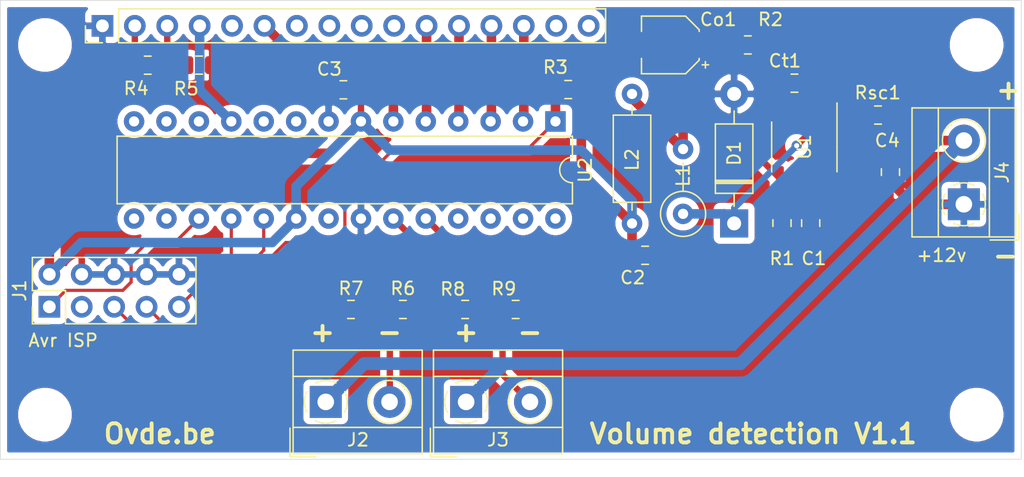
<source format=kicad_pcb>
(kicad_pcb (version 20171130) (host pcbnew 5.1.6)

  (general
    (thickness 1.6)
    (drawings 12)
    (tracks 120)
    (zones 0)
    (modules 30)
    (nets 44)
  )

  (page A4)
  (layers
    (0 F.Cu signal)
    (31 B.Cu signal)
    (32 B.Adhes user)
    (33 F.Adhes user)
    (34 B.Paste user)
    (35 F.Paste user)
    (36 B.SilkS user)
    (37 F.SilkS user)
    (38 B.Mask user)
    (39 F.Mask user)
    (40 Dwgs.User user)
    (41 Cmts.User user)
    (42 Eco1.User user)
    (43 Eco2.User user)
    (44 Edge.Cuts user)
    (45 Margin user)
    (46 B.CrtYd user)
    (47 F.CrtYd user)
    (48 B.Fab user)
    (49 F.Fab user)
  )

  (setup
    (last_trace_width 0.25)
    (trace_clearance 0.2)
    (zone_clearance 0.508)
    (zone_45_only no)
    (trace_min 0.5)
    (via_size 0.8)
    (via_drill 0.4)
    (via_min_size 0.4)
    (via_min_drill 0.3)
    (uvia_size 0.3)
    (uvia_drill 0.1)
    (uvias_allowed no)
    (uvia_min_size 0.2)
    (uvia_min_drill 0.1)
    (edge_width 0.05)
    (segment_width 0.2)
    (pcb_text_width 0.3)
    (pcb_text_size 1.5 1.5)
    (mod_edge_width 0.12)
    (mod_text_size 1 1)
    (mod_text_width 0.15)
    (pad_size 1.524 1.524)
    (pad_drill 0.762)
    (pad_to_mask_clearance 0.05)
    (aux_axis_origin 0 0)
    (visible_elements FFFFFF7F)
    (pcbplotparams
      (layerselection 0x010fc_ffffffff)
      (usegerberextensions false)
      (usegerberattributes true)
      (usegerberadvancedattributes true)
      (creategerberjobfile true)
      (excludeedgelayer true)
      (linewidth 0.100000)
      (plotframeref false)
      (viasonmask false)
      (mode 1)
      (useauxorigin false)
      (hpglpennumber 1)
      (hpglpenspeed 20)
      (hpglpendiameter 15.000000)
      (psnegative false)
      (psa4output false)
      (plotreference true)
      (plotvalue true)
      (plotinvisibletext false)
      (padsonsilk false)
      (subtractmaskfromsilk false)
      (outputformat 1)
      (mirror false)
      (drillshape 0)
      (scaleselection 1)
      (outputdirectory "gerber/"))
  )

  (net 0 "")
  (net 1 +12V)
  (net 2 GND)
  (net 3 +5V)
  (net 4 "Net-(Co1-Pad1)")
  (net 5 "Net-(Ct1-Pad1)")
  (net 6 "Net-(D1-Pad1)")
  (net 7 /MOSI)
  (net 8 "Net-(J1-Pad3)")
  (net 9 /RST)
  (net 10 /SCK)
  (net 11 /MISO)
  (net 12 "Net-(J2-Pad2)")
  (net 13 "Net-(J3-Pad2)")
  (net 14 "Net-(LCd1-Pad3)")
  (net 15 /RS)
  (net 16 "Net-(LCd1-Pad5)")
  (net 17 /EN)
  (net 18 "Net-(LCd1-Pad7)")
  (net 19 "Net-(LCd1-Pad8)")
  (net 20 "Net-(LCd1-Pad9)")
  (net 21 "Net-(LCd1-Pad10)")
  (net 22 /D4)
  (net 23 /D5)
  (net 24 /D6)
  (net 25 /D7)
  (net 26 "Net-(LCd1-Pad15)")
  (net 27 "Net-(LCd1-Pad16)")
  (net 28 "Net-(R1-Pad1)")
  (net 29 /SEN1)
  (net 30 /SEN2)
  (net 31 "Net-(Rsc1-Pad2)")
  (net 32 "Net-(U2-Pad15)")
  (net 33 "Net-(U2-Pad16)")
  (net 34 "Net-(U2-Pad21)")
  (net 35 "Net-(U2-Pad9)")
  (net 36 "Net-(U2-Pad10)")
  (net 37 "Net-(U2-Pad25)")
  (net 38 "Net-(U2-Pad12)")
  (net 39 "Net-(U2-Pad26)")
  (net 40 "Net-(U2-Pad13)")
  (net 41 "Net-(U2-Pad27)")
  (net 42 "Net-(U2-Pad14)")
  (net 43 "Net-(U2-Pad28)")

  (net_class Default "This is the default net class."
    (clearance 0.2)
    (trace_width 0.25)
    (via_dia 0.8)
    (via_drill 0.4)
    (uvia_dia 0.3)
    (uvia_drill 0.1)
    (add_net +12V)
    (add_net +5V)
    (add_net /D4)
    (add_net /D5)
    (add_net /D6)
    (add_net /D7)
    (add_net /EN)
    (add_net /MISO)
    (add_net /MOSI)
    (add_net /RS)
    (add_net /RST)
    (add_net /SCK)
    (add_net /SEN1)
    (add_net /SEN2)
    (add_net GND)
    (add_net "Net-(Co1-Pad1)")
    (add_net "Net-(Ct1-Pad1)")
    (add_net "Net-(D1-Pad1)")
    (add_net "Net-(J1-Pad3)")
    (add_net "Net-(J2-Pad2)")
    (add_net "Net-(J3-Pad2)")
    (add_net "Net-(LCd1-Pad10)")
    (add_net "Net-(LCd1-Pad15)")
    (add_net "Net-(LCd1-Pad16)")
    (add_net "Net-(LCd1-Pad3)")
    (add_net "Net-(LCd1-Pad5)")
    (add_net "Net-(LCd1-Pad7)")
    (add_net "Net-(LCd1-Pad8)")
    (add_net "Net-(LCd1-Pad9)")
    (add_net "Net-(R1-Pad1)")
    (add_net "Net-(Rsc1-Pad2)")
    (add_net "Net-(U2-Pad10)")
    (add_net "Net-(U2-Pad12)")
    (add_net "Net-(U2-Pad13)")
    (add_net "Net-(U2-Pad14)")
    (add_net "Net-(U2-Pad15)")
    (add_net "Net-(U2-Pad16)")
    (add_net "Net-(U2-Pad21)")
    (add_net "Net-(U2-Pad25)")
    (add_net "Net-(U2-Pad26)")
    (add_net "Net-(U2-Pad27)")
    (add_net "Net-(U2-Pad28)")
    (add_net "Net-(U2-Pad9)")
  )

  (module MountingHole:MountingHole_3.2mm_M3 locked (layer F.Cu) (tedit 56D1B4CB) (tstamp 5F395222)
    (at 126.5 127.5)
    (descr "Mounting Hole 3.2mm, no annular, M3")
    (tags "mounting hole 3.2mm no annular m3")
    (attr virtual)
    (fp_text reference REF** (at 0 -4.2) (layer F.SilkS) hide
      (effects (font (size 1 1) (thickness 0.15)))
    )
    (fp_text value MountingHole_3.2mm_M3 (at 0 4.2) (layer F.Fab) hide
      (effects (font (size 1 1) (thickness 0.15)))
    )
    (fp_circle (center 0 0) (end 3.2 0) (layer Cmts.User) (width 0.15))
    (fp_circle (center 0 0) (end 3.45 0) (layer F.CrtYd) (width 0.05))
    (fp_text user %R (at 0.3 0) (layer F.Fab)
      (effects (font (size 1 1) (thickness 0.15)))
    )
    (pad 1 np_thru_hole circle (at 0 0) (size 3.2 3.2) (drill 3.2) (layers *.Cu *.Mask))
  )

  (module MountingHole:MountingHole_3.2mm_M3 locked (layer F.Cu) (tedit 56D1B4CB) (tstamp 5F395074)
    (at 126.5 156.5)
    (descr "Mounting Hole 3.2mm, no annular, M3")
    (tags "mounting hole 3.2mm no annular m3")
    (attr virtual)
    (fp_text reference REF** (at 0 -4.2) (layer F.SilkS) hide
      (effects (font (size 1 1) (thickness 0.15)))
    )
    (fp_text value MountingHole_3.2mm_M3 (at 0 4.2) (layer F.Fab) hide
      (effects (font (size 1 1) (thickness 0.15)))
    )
    (fp_circle (center 0 0) (end 3.2 0) (layer Cmts.User) (width 0.15))
    (fp_circle (center 0 0) (end 3.45 0) (layer F.CrtYd) (width 0.05))
    (fp_text user %R (at 0.3 0) (layer F.Fab)
      (effects (font (size 1 1) (thickness 0.15)))
    )
    (pad 1 np_thru_hole circle (at 0 0) (size 3.2 3.2) (drill 3.2) (layers *.Cu *.Mask))
  )

  (module MountingHole:MountingHole_3.2mm_M3 locked (layer F.Cu) (tedit 56D1B4CB) (tstamp 5F39505E)
    (at 53.5 156.5)
    (descr "Mounting Hole 3.2mm, no annular, M3")
    (tags "mounting hole 3.2mm no annular m3")
    (attr virtual)
    (fp_text reference REF** (at 0 -4.2) (layer F.SilkS) hide
      (effects (font (size 1 1) (thickness 0.15)))
    )
    (fp_text value MountingHole_3.2mm_M3 (at 0 4.2) (layer F.Fab) hide
      (effects (font (size 1 1) (thickness 0.15)))
    )
    (fp_circle (center 0 0) (end 3.2 0) (layer Cmts.User) (width 0.15))
    (fp_circle (center 0 0) (end 3.45 0) (layer F.CrtYd) (width 0.05))
    (fp_text user %R (at 0.3 0) (layer F.Fab)
      (effects (font (size 1 1) (thickness 0.15)))
    )
    (pad 1 np_thru_hole circle (at 0 0) (size 3.2 3.2) (drill 3.2) (layers *.Cu *.Mask))
  )

  (module MountingHole:MountingHole_3.2mm_M3 locked (layer F.Cu) (tedit 56D1B4CB) (tstamp 5F394E0C)
    (at 53.5 127.5)
    (descr "Mounting Hole 3.2mm, no annular, M3")
    (tags "mounting hole 3.2mm no annular m3")
    (attr virtual)
    (fp_text reference REF** (at 0 -4.2) (layer F.SilkS) hide
      (effects (font (size 1 1) (thickness 0.15)))
    )
    (fp_text value MountingHole_3.2mm_M3 (at 0 4.2) (layer F.Fab) hide
      (effects (font (size 1 1) (thickness 0.15)))
    )
    (fp_circle (center 0 0) (end 3.2 0) (layer Cmts.User) (width 0.15))
    (fp_circle (center 0 0) (end 3.45 0) (layer F.CrtYd) (width 0.05))
    (fp_text user %R (at 0.3 0) (layer F.Fab)
      (effects (font (size 1 1) (thickness 0.15)))
    )
    (pad 1 np_thru_hole circle (at 0 0) (size 3.2 3.2) (drill 3.2) (layers *.Cu *.Mask))
  )

  (module Capacitor_SMD:C_0805_2012Metric_Pad1.15x1.40mm_HandSolder (layer F.Cu) (tedit 5B36C52B) (tstamp 5F3933B9)
    (at 113.5 141.475 270)
    (descr "Capacitor SMD 0805 (2012 Metric), square (rectangular) end terminal, IPC_7351 nominal with elongated pad for handsoldering. (Body size source: https://docs.google.com/spreadsheets/d/1BsfQQcO9C6DZCsRaXUlFlo91Tg2WpOkGARC1WS5S8t0/edit?usp=sharing), generated with kicad-footprint-generator")
    (tags "capacitor handsolder")
    (path /5F388136)
    (attr smd)
    (fp_text reference C1 (at 2.775 -0.25) (layer F.SilkS)
      (effects (font (size 1 1) (thickness 0.15)))
    )
    (fp_text value 100nf (at 0 1.65 90) (layer F.Fab) hide
      (effects (font (size 1 1) (thickness 0.15)))
    )
    (fp_line (start -1 0.6) (end -1 -0.6) (layer F.Fab) (width 0.1))
    (fp_line (start -1 -0.6) (end 1 -0.6) (layer F.Fab) (width 0.1))
    (fp_line (start 1 -0.6) (end 1 0.6) (layer F.Fab) (width 0.1))
    (fp_line (start 1 0.6) (end -1 0.6) (layer F.Fab) (width 0.1))
    (fp_line (start -0.261252 -0.71) (end 0.261252 -0.71) (layer F.SilkS) (width 0.12))
    (fp_line (start -0.261252 0.71) (end 0.261252 0.71) (layer F.SilkS) (width 0.12))
    (fp_line (start -1.85 0.95) (end -1.85 -0.95) (layer F.CrtYd) (width 0.05))
    (fp_line (start -1.85 -0.95) (end 1.85 -0.95) (layer F.CrtYd) (width 0.05))
    (fp_line (start 1.85 -0.95) (end 1.85 0.95) (layer F.CrtYd) (width 0.05))
    (fp_line (start 1.85 0.95) (end -1.85 0.95) (layer F.CrtYd) (width 0.05))
    (fp_text user %R (at 0 0 90) (layer F.Fab)
      (effects (font (size 0.5 0.5) (thickness 0.08)))
    )
    (pad 1 smd roundrect (at -1.025 0 270) (size 1.15 1.4) (layers F.Cu F.Paste F.Mask) (roundrect_rratio 0.217391)
      (net 1 +12V))
    (pad 2 smd roundrect (at 1.025 0 270) (size 1.15 1.4) (layers F.Cu F.Paste F.Mask) (roundrect_rratio 0.217391)
      (net 2 GND))
    (model ${KISYS3DMOD}/Capacitor_SMD.3dshapes/C_0805_2012Metric.wrl
      (at (xyz 0 0 0))
      (scale (xyz 1 1 1))
      (rotate (xyz 0 0 0))
    )
  )

  (module Capacitor_SMD:C_0805_2012Metric_Pad1.15x1.40mm_HandSolder (layer F.Cu) (tedit 5B36C52B) (tstamp 5F3935D2)
    (at 100.525 144)
    (descr "Capacitor SMD 0805 (2012 Metric), square (rectangular) end terminal, IPC_7351 nominal with elongated pad for handsoldering. (Body size source: https://docs.google.com/spreadsheets/d/1BsfQQcO9C6DZCsRaXUlFlo91Tg2WpOkGARC1WS5S8t0/edit?usp=sharing), generated with kicad-footprint-generator")
    (tags "capacitor handsolder")
    (path /5F38B233)
    (attr smd)
    (fp_text reference C2 (at -0.975 1.75) (layer F.SilkS)
      (effects (font (size 1 1) (thickness 0.15)))
    )
    (fp_text value 100uf (at 0 1.65) (layer F.Fab) hide
      (effects (font (size 1 1) (thickness 0.15)))
    )
    (fp_line (start 1.85 0.95) (end -1.85 0.95) (layer F.CrtYd) (width 0.05))
    (fp_line (start 1.85 -0.95) (end 1.85 0.95) (layer F.CrtYd) (width 0.05))
    (fp_line (start -1.85 -0.95) (end 1.85 -0.95) (layer F.CrtYd) (width 0.05))
    (fp_line (start -1.85 0.95) (end -1.85 -0.95) (layer F.CrtYd) (width 0.05))
    (fp_line (start -0.261252 0.71) (end 0.261252 0.71) (layer F.SilkS) (width 0.12))
    (fp_line (start -0.261252 -0.71) (end 0.261252 -0.71) (layer F.SilkS) (width 0.12))
    (fp_line (start 1 0.6) (end -1 0.6) (layer F.Fab) (width 0.1))
    (fp_line (start 1 -0.6) (end 1 0.6) (layer F.Fab) (width 0.1))
    (fp_line (start -1 -0.6) (end 1 -0.6) (layer F.Fab) (width 0.1))
    (fp_line (start -1 0.6) (end -1 -0.6) (layer F.Fab) (width 0.1))
    (fp_text user %R (at 0 0) (layer F.Fab)
      (effects (font (size 0.5 0.5) (thickness 0.08)))
    )
    (pad 2 smd roundrect (at 1.025 0) (size 1.15 1.4) (layers F.Cu F.Paste F.Mask) (roundrect_rratio 0.217391)
      (net 2 GND))
    (pad 1 smd roundrect (at -1.025 0) (size 1.15 1.4) (layers F.Cu F.Paste F.Mask) (roundrect_rratio 0.217391)
      (net 3 +5V))
    (model ${KISYS3DMOD}/Capacitor_SMD.3dshapes/C_0805_2012Metric.wrl
      (at (xyz 0 0 0))
      (scale (xyz 1 1 1))
      (rotate (xyz 0 0 0))
    )
  )

  (module Capacitor_SMD:C_0805_2012Metric_Pad1.15x1.40mm_HandSolder (layer F.Cu) (tedit 5B36C52B) (tstamp 5F393572)
    (at 76.8822 131.0186 180)
    (descr "Capacitor SMD 0805 (2012 Metric), square (rectangular) end terminal, IPC_7351 nominal with elongated pad for handsoldering. (Body size source: https://docs.google.com/spreadsheets/d/1BsfQQcO9C6DZCsRaXUlFlo91Tg2WpOkGARC1WS5S8t0/edit?usp=sharing), generated with kicad-footprint-generator")
    (tags "capacitor handsolder")
    (path /5F38DE28)
    (attr smd)
    (fp_text reference C3 (at 1.1012 1.6256) (layer F.SilkS)
      (effects (font (size 1 1) (thickness 0.15)))
    )
    (fp_text value 100nf (at 0 1.65) (layer F.Fab) hide
      (effects (font (size 1 1) (thickness 0.15)))
    )
    (fp_line (start 1.85 0.95) (end -1.85 0.95) (layer F.CrtYd) (width 0.05))
    (fp_line (start 1.85 -0.95) (end 1.85 0.95) (layer F.CrtYd) (width 0.05))
    (fp_line (start -1.85 -0.95) (end 1.85 -0.95) (layer F.CrtYd) (width 0.05))
    (fp_line (start -1.85 0.95) (end -1.85 -0.95) (layer F.CrtYd) (width 0.05))
    (fp_line (start -0.261252 0.71) (end 0.261252 0.71) (layer F.SilkS) (width 0.12))
    (fp_line (start -0.261252 -0.71) (end 0.261252 -0.71) (layer F.SilkS) (width 0.12))
    (fp_line (start 1 0.6) (end -1 0.6) (layer F.Fab) (width 0.1))
    (fp_line (start 1 -0.6) (end 1 0.6) (layer F.Fab) (width 0.1))
    (fp_line (start -1 -0.6) (end 1 -0.6) (layer F.Fab) (width 0.1))
    (fp_line (start -1 0.6) (end -1 -0.6) (layer F.Fab) (width 0.1))
    (fp_text user %R (at 0 0) (layer F.Fab)
      (effects (font (size 0.5 0.5) (thickness 0.08)))
    )
    (pad 2 smd roundrect (at 1.025 0 180) (size 1.15 1.4) (layers F.Cu F.Paste F.Mask) (roundrect_rratio 0.217391)
      (net 2 GND))
    (pad 1 smd roundrect (at -1.025 0 180) (size 1.15 1.4) (layers F.Cu F.Paste F.Mask) (roundrect_rratio 0.217391)
      (net 3 +5V))
    (model ${KISYS3DMOD}/Capacitor_SMD.3dshapes/C_0805_2012Metric.wrl
      (at (xyz 0 0 0))
      (scale (xyz 1 1 1))
      (rotate (xyz 0 0 0))
    )
  )

  (module Capacitor_SMD:C_0805_2012Metric_Pad1.15x1.40mm_HandSolder (layer F.Cu) (tedit 5B36C52B) (tstamp 5F3935A2)
    (at 119.75 137.475 270)
    (descr "Capacitor SMD 0805 (2012 Metric), square (rectangular) end terminal, IPC_7351 nominal with elongated pad for handsoldering. (Body size source: https://docs.google.com/spreadsheets/d/1BsfQQcO9C6DZCsRaXUlFlo91Tg2WpOkGARC1WS5S8t0/edit?usp=sharing), generated with kicad-footprint-generator")
    (tags "capacitor handsolder")
    (path /5F3A3F41)
    (attr smd)
    (fp_text reference C4 (at -2.475 0.25 180) (layer F.SilkS)
      (effects (font (size 1 1) (thickness 0.15)))
    )
    (fp_text value 330nf (at 0 1.65 90) (layer F.Fab) hide
      (effects (font (size 1 1) (thickness 0.15)))
    )
    (fp_line (start -1 0.6) (end -1 -0.6) (layer F.Fab) (width 0.1))
    (fp_line (start -1 -0.6) (end 1 -0.6) (layer F.Fab) (width 0.1))
    (fp_line (start 1 -0.6) (end 1 0.6) (layer F.Fab) (width 0.1))
    (fp_line (start 1 0.6) (end -1 0.6) (layer F.Fab) (width 0.1))
    (fp_line (start -0.261252 -0.71) (end 0.261252 -0.71) (layer F.SilkS) (width 0.12))
    (fp_line (start -0.261252 0.71) (end 0.261252 0.71) (layer F.SilkS) (width 0.12))
    (fp_line (start -1.85 0.95) (end -1.85 -0.95) (layer F.CrtYd) (width 0.05))
    (fp_line (start -1.85 -0.95) (end 1.85 -0.95) (layer F.CrtYd) (width 0.05))
    (fp_line (start 1.85 -0.95) (end 1.85 0.95) (layer F.CrtYd) (width 0.05))
    (fp_line (start 1.85 0.95) (end -1.85 0.95) (layer F.CrtYd) (width 0.05))
    (fp_text user %R (at 0 0 90) (layer F.Fab)
      (effects (font (size 0.5 0.5) (thickness 0.08)))
    )
    (pad 1 smd roundrect (at -1.025 0 270) (size 1.15 1.4) (layers F.Cu F.Paste F.Mask) (roundrect_rratio 0.217391)
      (net 1 +12V))
    (pad 2 smd roundrect (at 1.025 0 270) (size 1.15 1.4) (layers F.Cu F.Paste F.Mask) (roundrect_rratio 0.217391)
      (net 2 GND))
    (model ${KISYS3DMOD}/Capacitor_SMD.3dshapes/C_0805_2012Metric.wrl
      (at (xyz 0 0 0))
      (scale (xyz 1 1 1))
      (rotate (xyz 0 0 0))
    )
  )

  (module Capacitor_SMD:CP_Elec_4x5.4 (layer F.Cu) (tedit 5BCA39CF) (tstamp 5F393241)
    (at 102.5 127.5 180)
    (descr "SMD capacitor, aluminum electrolytic, Panasonic A5 / Nichicon, 4.0x5.4mm")
    (tags "capacitor electrolytic")
    (path /5F389DDE)
    (attr smd)
    (fp_text reference Co1 (at -3.75 2) (layer F.SilkS)
      (effects (font (size 1 1) (thickness 0.15)))
    )
    (fp_text value 10uF (at 0 3.2) (layer F.Fab) hide
      (effects (font (size 1 1) (thickness 0.15)))
    )
    (fp_circle (center 0 0) (end 2 0) (layer F.Fab) (width 0.1))
    (fp_line (start 2.15 -2.15) (end 2.15 2.15) (layer F.Fab) (width 0.1))
    (fp_line (start -1.15 -2.15) (end 2.15 -2.15) (layer F.Fab) (width 0.1))
    (fp_line (start -1.15 2.15) (end 2.15 2.15) (layer F.Fab) (width 0.1))
    (fp_line (start -2.15 -1.15) (end -2.15 1.15) (layer F.Fab) (width 0.1))
    (fp_line (start -2.15 -1.15) (end -1.15 -2.15) (layer F.Fab) (width 0.1))
    (fp_line (start -2.15 1.15) (end -1.15 2.15) (layer F.Fab) (width 0.1))
    (fp_line (start -1.574773 -1) (end -1.174773 -1) (layer F.Fab) (width 0.1))
    (fp_line (start -1.374773 -1.2) (end -1.374773 -0.8) (layer F.Fab) (width 0.1))
    (fp_line (start 2.26 2.26) (end 2.26 1.06) (layer F.SilkS) (width 0.12))
    (fp_line (start 2.26 -2.26) (end 2.26 -1.06) (layer F.SilkS) (width 0.12))
    (fp_line (start -1.195563 -2.26) (end 2.26 -2.26) (layer F.SilkS) (width 0.12))
    (fp_line (start -1.195563 2.26) (end 2.26 2.26) (layer F.SilkS) (width 0.12))
    (fp_line (start -2.26 1.195563) (end -2.26 1.06) (layer F.SilkS) (width 0.12))
    (fp_line (start -2.26 -1.195563) (end -2.26 -1.06) (layer F.SilkS) (width 0.12))
    (fp_line (start -2.26 -1.195563) (end -1.195563 -2.26) (layer F.SilkS) (width 0.12))
    (fp_line (start -2.26 1.195563) (end -1.195563 2.26) (layer F.SilkS) (width 0.12))
    (fp_line (start -3 -1.56) (end -2.5 -1.56) (layer F.SilkS) (width 0.12))
    (fp_line (start -2.75 -1.81) (end -2.75 -1.31) (layer F.SilkS) (width 0.12))
    (fp_line (start 2.4 -2.4) (end 2.4 -1.05) (layer F.CrtYd) (width 0.05))
    (fp_line (start 2.4 -1.05) (end 3.35 -1.05) (layer F.CrtYd) (width 0.05))
    (fp_line (start 3.35 -1.05) (end 3.35 1.05) (layer F.CrtYd) (width 0.05))
    (fp_line (start 3.35 1.05) (end 2.4 1.05) (layer F.CrtYd) (width 0.05))
    (fp_line (start 2.4 1.05) (end 2.4 2.4) (layer F.CrtYd) (width 0.05))
    (fp_line (start -1.25 2.4) (end 2.4 2.4) (layer F.CrtYd) (width 0.05))
    (fp_line (start -1.25 -2.4) (end 2.4 -2.4) (layer F.CrtYd) (width 0.05))
    (fp_line (start -2.4 1.25) (end -1.25 2.4) (layer F.CrtYd) (width 0.05))
    (fp_line (start -2.4 -1.25) (end -1.25 -2.4) (layer F.CrtYd) (width 0.05))
    (fp_line (start -2.4 -1.25) (end -2.4 -1.05) (layer F.CrtYd) (width 0.05))
    (fp_line (start -2.4 1.05) (end -2.4 1.25) (layer F.CrtYd) (width 0.05))
    (fp_line (start -2.4 -1.05) (end -3.35 -1.05) (layer F.CrtYd) (width 0.05))
    (fp_line (start -3.35 -1.05) (end -3.35 1.05) (layer F.CrtYd) (width 0.05))
    (fp_line (start -3.35 1.05) (end -2.4 1.05) (layer F.CrtYd) (width 0.05))
    (fp_text user %R (at 0 0) (layer F.Fab)
      (effects (font (size 0.8 0.8) (thickness 0.12)))
    )
    (pad 1 smd roundrect (at -1.8 0 180) (size 2.6 1.6) (layers F.Cu F.Paste F.Mask) (roundrect_rratio 0.15625)
      (net 4 "Net-(Co1-Pad1)"))
    (pad 2 smd roundrect (at 1.8 0 180) (size 2.6 1.6) (layers F.Cu F.Paste F.Mask) (roundrect_rratio 0.15625)
      (net 2 GND))
    (model ${KISYS3DMOD}/Capacitor_SMD.3dshapes/CP_Elec_4x5.4.wrl
      (at (xyz 0 0 0))
      (scale (xyz 1 1 1))
      (rotate (xyz 0 0 0))
    )
  )

  (module Capacitor_SMD:C_0805_2012Metric_Pad1.15x1.40mm_HandSolder (layer F.Cu) (tedit 5B36C52B) (tstamp 5F3931CA)
    (at 112.225 130.5 180)
    (descr "Capacitor SMD 0805 (2012 Metric), square (rectangular) end terminal, IPC_7351 nominal with elongated pad for handsoldering. (Body size source: https://docs.google.com/spreadsheets/d/1BsfQQcO9C6DZCsRaXUlFlo91Tg2WpOkGARC1WS5S8t0/edit?usp=sharing), generated with kicad-footprint-generator")
    (tags "capacitor handsolder")
    (path /5F38B63D)
    (attr smd)
    (fp_text reference Ct1 (at 0.75 1.75) (layer F.SilkS)
      (effects (font (size 1 1) (thickness 0.15)))
    )
    (fp_text value 220nf (at 0 1.65) (layer F.Fab) hide
      (effects (font (size 1 1) (thickness 0.15)))
    )
    (fp_line (start -1 0.6) (end -1 -0.6) (layer F.Fab) (width 0.1))
    (fp_line (start -1 -0.6) (end 1 -0.6) (layer F.Fab) (width 0.1))
    (fp_line (start 1 -0.6) (end 1 0.6) (layer F.Fab) (width 0.1))
    (fp_line (start 1 0.6) (end -1 0.6) (layer F.Fab) (width 0.1))
    (fp_line (start -0.261252 -0.71) (end 0.261252 -0.71) (layer F.SilkS) (width 0.12))
    (fp_line (start -0.261252 0.71) (end 0.261252 0.71) (layer F.SilkS) (width 0.12))
    (fp_line (start -1.85 0.95) (end -1.85 -0.95) (layer F.CrtYd) (width 0.05))
    (fp_line (start -1.85 -0.95) (end 1.85 -0.95) (layer F.CrtYd) (width 0.05))
    (fp_line (start 1.85 -0.95) (end 1.85 0.95) (layer F.CrtYd) (width 0.05))
    (fp_line (start 1.85 0.95) (end -1.85 0.95) (layer F.CrtYd) (width 0.05))
    (fp_text user %R (at 0 0) (layer F.Fab)
      (effects (font (size 0.5 0.5) (thickness 0.08)))
    )
    (pad 1 smd roundrect (at -1.025 0 180) (size 1.15 1.4) (layers F.Cu F.Paste F.Mask) (roundrect_rratio 0.217391)
      (net 5 "Net-(Ct1-Pad1)"))
    (pad 2 smd roundrect (at 1.025 0 180) (size 1.15 1.4) (layers F.Cu F.Paste F.Mask) (roundrect_rratio 0.217391)
      (net 2 GND))
    (model ${KISYS3DMOD}/Capacitor_SMD.3dshapes/C_0805_2012Metric.wrl
      (at (xyz 0 0 0))
      (scale (xyz 1 1 1))
      (rotate (xyz 0 0 0))
    )
  )

  (module Diode_THT:D_DO-41_SOD81_P10.16mm_Horizontal (layer F.Cu) (tedit 5AE50CD5) (tstamp 5F397BF5)
    (at 107.5 141.5 90)
    (descr "Diode, DO-41_SOD81 series, Axial, Horizontal, pin pitch=10.16mm, , length*diameter=5.2*2.7mm^2, , http://www.diodes.com/_files/packages/DO-41%20(Plastic).pdf")
    (tags "Diode DO-41_SOD81 series Axial Horizontal pin pitch 10.16mm  length 5.2mm diameter 2.7mm")
    (path /5F3C655B)
    (fp_text reference D1 (at 5.5 0 90) (layer F.SilkS)
      (effects (font (size 1 1) (thickness 0.15)))
    )
    (fp_text value 1N5819 (at 5.08 2.47 90) (layer F.Fab) hide
      (effects (font (size 1 1) (thickness 0.15)))
    )
    (fp_line (start 2.48 -1.35) (end 2.48 1.35) (layer F.Fab) (width 0.1))
    (fp_line (start 2.48 1.35) (end 7.68 1.35) (layer F.Fab) (width 0.1))
    (fp_line (start 7.68 1.35) (end 7.68 -1.35) (layer F.Fab) (width 0.1))
    (fp_line (start 7.68 -1.35) (end 2.48 -1.35) (layer F.Fab) (width 0.1))
    (fp_line (start 0 0) (end 2.48 0) (layer F.Fab) (width 0.1))
    (fp_line (start 10.16 0) (end 7.68 0) (layer F.Fab) (width 0.1))
    (fp_line (start 3.26 -1.35) (end 3.26 1.35) (layer F.Fab) (width 0.1))
    (fp_line (start 3.36 -1.35) (end 3.36 1.35) (layer F.Fab) (width 0.1))
    (fp_line (start 3.16 -1.35) (end 3.16 1.35) (layer F.Fab) (width 0.1))
    (fp_line (start 2.36 -1.47) (end 2.36 1.47) (layer F.SilkS) (width 0.12))
    (fp_line (start 2.36 1.47) (end 7.8 1.47) (layer F.SilkS) (width 0.12))
    (fp_line (start 7.8 1.47) (end 7.8 -1.47) (layer F.SilkS) (width 0.12))
    (fp_line (start 7.8 -1.47) (end 2.36 -1.47) (layer F.SilkS) (width 0.12))
    (fp_line (start 1.34 0) (end 2.36 0) (layer F.SilkS) (width 0.12))
    (fp_line (start 8.82 0) (end 7.8 0) (layer F.SilkS) (width 0.12))
    (fp_line (start 3.26 -1.47) (end 3.26 1.47) (layer F.SilkS) (width 0.12))
    (fp_line (start 3.38 -1.47) (end 3.38 1.47) (layer F.SilkS) (width 0.12))
    (fp_line (start 3.14 -1.47) (end 3.14 1.47) (layer F.SilkS) (width 0.12))
    (fp_line (start -1.35 -1.6) (end -1.35 1.6) (layer F.CrtYd) (width 0.05))
    (fp_line (start -1.35 1.6) (end 11.51 1.6) (layer F.CrtYd) (width 0.05))
    (fp_line (start 11.51 1.6) (end 11.51 -1.6) (layer F.CrtYd) (width 0.05))
    (fp_line (start 11.51 -1.6) (end -1.35 -1.6) (layer F.CrtYd) (width 0.05))
    (fp_text user %R (at 5.47 0 90) (layer F.Fab)
      (effects (font (size 1 1) (thickness 0.15)))
    )
    (fp_text user K (at 0 -2.1 90) (layer F.Fab) hide
      (effects (font (size 1 1) (thickness 0.15)))
    )
    (fp_text user K (at 0 -2.1 90) (layer F.SilkS) hide
      (effects (font (size 1 1) (thickness 0.15)))
    )
    (pad 1 thru_hole rect (at 0 0 90) (size 2.2 2.2) (drill 1.1) (layers *.Cu *.Mask)
      (net 6 "Net-(D1-Pad1)"))
    (pad 2 thru_hole oval (at 10.16 0 90) (size 2.2 2.2) (drill 1.1) (layers *.Cu *.Mask)
      (net 2 GND))
    (model ${KISYS3DMOD}/Diode_THT.3dshapes/D_DO-41_SOD81_P10.16mm_Horizontal.wrl
      (at (xyz 0 0 0))
      (scale (xyz 1 1 1))
      (rotate (xyz 0 0 0))
    )
  )

  (module Connector_PinHeader_2.54mm:PinHeader_2x05_P2.54mm_Vertical (layer F.Cu) (tedit 59FED5CC) (tstamp 5F3932DE)
    (at 53.84 148.04 90)
    (descr "Through hole straight pin header, 2x05, 2.54mm pitch, double rows")
    (tags "Through hole pin header THT 2x05 2.54mm double row")
    (path /5F3D7FF4)
    (fp_text reference J1 (at 1.27 -2.33 90) (layer F.SilkS)
      (effects (font (size 1 1) (thickness 0.15)))
    )
    (fp_text value "Avr ISP" (at -2.6382 1.0876 180) (layer F.SilkS)
      (effects (font (size 1 1) (thickness 0.15)))
    )
    (fp_line (start 0 -1.27) (end 3.81 -1.27) (layer F.Fab) (width 0.1))
    (fp_line (start 3.81 -1.27) (end 3.81 11.43) (layer F.Fab) (width 0.1))
    (fp_line (start 3.81 11.43) (end -1.27 11.43) (layer F.Fab) (width 0.1))
    (fp_line (start -1.27 11.43) (end -1.27 0) (layer F.Fab) (width 0.1))
    (fp_line (start -1.27 0) (end 0 -1.27) (layer F.Fab) (width 0.1))
    (fp_line (start -1.33 11.49) (end 3.87 11.49) (layer F.SilkS) (width 0.12))
    (fp_line (start -1.33 1.27) (end -1.33 11.49) (layer F.SilkS) (width 0.12))
    (fp_line (start 3.87 -1.33) (end 3.87 11.49) (layer F.SilkS) (width 0.12))
    (fp_line (start -1.33 1.27) (end 1.27 1.27) (layer F.SilkS) (width 0.12))
    (fp_line (start 1.27 1.27) (end 1.27 -1.33) (layer F.SilkS) (width 0.12))
    (fp_line (start 1.27 -1.33) (end 3.87 -1.33) (layer F.SilkS) (width 0.12))
    (fp_line (start -1.33 0) (end -1.33 -1.33) (layer F.SilkS) (width 0.12))
    (fp_line (start -1.33 -1.33) (end 0 -1.33) (layer F.SilkS) (width 0.12))
    (fp_line (start -1.8 -1.8) (end -1.8 11.95) (layer F.CrtYd) (width 0.05))
    (fp_line (start -1.8 11.95) (end 4.35 11.95) (layer F.CrtYd) (width 0.05))
    (fp_line (start 4.35 11.95) (end 4.35 -1.8) (layer F.CrtYd) (width 0.05))
    (fp_line (start 4.35 -1.8) (end -1.8 -1.8) (layer F.CrtYd) (width 0.05))
    (fp_text user %R (at 1.27 5.08) (layer F.Fab)
      (effects (font (size 1 1) (thickness 0.15)))
    )
    (pad 1 thru_hole rect (at 0 0 90) (size 1.7 1.7) (drill 1) (layers *.Cu *.Mask)
      (net 7 /MOSI))
    (pad 2 thru_hole oval (at 2.54 0 90) (size 1.7 1.7) (drill 1) (layers *.Cu *.Mask)
      (net 3 +5V))
    (pad 3 thru_hole oval (at 0 2.54 90) (size 1.7 1.7) (drill 1) (layers *.Cu *.Mask)
      (net 8 "Net-(J1-Pad3)"))
    (pad 4 thru_hole oval (at 2.54 2.54 90) (size 1.7 1.7) (drill 1) (layers *.Cu *.Mask)
      (net 2 GND))
    (pad 5 thru_hole oval (at 0 5.08 90) (size 1.7 1.7) (drill 1) (layers *.Cu *.Mask)
      (net 9 /RST))
    (pad 6 thru_hole oval (at 2.54 5.08 90) (size 1.7 1.7) (drill 1) (layers *.Cu *.Mask)
      (net 2 GND))
    (pad 7 thru_hole oval (at 0 7.62 90) (size 1.7 1.7) (drill 1) (layers *.Cu *.Mask)
      (net 10 /SCK))
    (pad 8 thru_hole oval (at 2.54 7.62 90) (size 1.7 1.7) (drill 1) (layers *.Cu *.Mask)
      (net 2 GND))
    (pad 9 thru_hole oval (at 0 10.16 90) (size 1.7 1.7) (drill 1) (layers *.Cu *.Mask)
      (net 11 /MISO))
    (pad 10 thru_hole oval (at 2.54 10.16 90) (size 1.7 1.7) (drill 1) (layers *.Cu *.Mask)
      (net 2 GND))
    (model ${KISYS3DMOD}/Connector_PinHeader_2.54mm.3dshapes/PinHeader_2x05_P2.54mm_Vertical.wrl
      (at (xyz 0 0 0))
      (scale (xyz 1 1 1))
      (rotate (xyz 0 0 0))
    )
  )

  (module TerminalBlock_MetzConnect:TerminalBlock_MetzConnect_Type055_RT01502HDWU_1x02_P5.00mm_Horizontal (layer F.Cu) (tedit 5B294EA7) (tstamp 5F399BCE)
    (at 75.5 155.5)
    (descr "terminal block Metz Connect Type055_RT01502HDWU, 2 pins, pitch 5mm, size 10x8mm^2, drill diamater 1.3mm, pad diameter 2.5mm, see http://www.metz-connect.com/de/system/files/productfiles/Datenblatt_310551_RT015xxHDWU_OFF-022723S.pdf, script-generated using https://github.com/pointhi/kicad-footprint-generator/scripts/TerminalBlock_MetzConnect")
    (tags "THT terminal block Metz Connect Type055_RT01502HDWU pitch 5mm size 10x8mm^2 drill 1.3mm pad 2.5mm")
    (path /5F39E168)
    (fp_text reference J2 (at 2.5246 2.976) (layer F.SilkS)
      (effects (font (size 1 1) (thickness 0.15)))
    )
    (fp_text value "Sens 1" (at 2.5 5.06) (layer F.Fab)
      (effects (font (size 1 1) (thickness 0.15)))
    )
    (fp_circle (center 0 0) (end 1.5 0) (layer F.Fab) (width 0.1))
    (fp_circle (center 5 0) (end 6.5 0) (layer F.Fab) (width 0.1))
    (fp_circle (center 5 0) (end 6.68 0) (layer F.SilkS) (width 0.12))
    (fp_line (start -2.5 -4) (end 7.5 -4) (layer F.Fab) (width 0.1))
    (fp_line (start 7.5 -4) (end 7.5 4) (layer F.Fab) (width 0.1))
    (fp_line (start 7.5 4) (end -0.5 4) (layer F.Fab) (width 0.1))
    (fp_line (start -0.5 4) (end -2.5 2) (layer F.Fab) (width 0.1))
    (fp_line (start -2.5 2) (end -2.5 -4) (layer F.Fab) (width 0.1))
    (fp_line (start -2.5 2) (end 7.5 2) (layer F.Fab) (width 0.1))
    (fp_line (start -2.56 2) (end 7.56 2) (layer F.SilkS) (width 0.12))
    (fp_line (start -2.5 -2) (end 7.5 -2) (layer F.Fab) (width 0.1))
    (fp_line (start -2.56 -2) (end 7.56 -2) (layer F.SilkS) (width 0.12))
    (fp_line (start -2.56 -4.06) (end 7.56 -4.06) (layer F.SilkS) (width 0.12))
    (fp_line (start -2.56 4.06) (end 7.56 4.06) (layer F.SilkS) (width 0.12))
    (fp_line (start -2.56 -4.06) (end -2.56 4.06) (layer F.SilkS) (width 0.12))
    (fp_line (start 7.56 -4.06) (end 7.56 4.06) (layer F.SilkS) (width 0.12))
    (fp_line (start 1.138 -0.955) (end -0.955 1.138) (layer F.Fab) (width 0.1))
    (fp_line (start 0.955 -1.138) (end -1.138 0.955) (layer F.Fab) (width 0.1))
    (fp_line (start 6.138 -0.955) (end 4.046 1.138) (layer F.Fab) (width 0.1))
    (fp_line (start 5.955 -1.138) (end 3.863 0.955) (layer F.Fab) (width 0.1))
    (fp_line (start 6.275 -1.069) (end 6.181 -0.976) (layer F.SilkS) (width 0.12))
    (fp_line (start 3.99 1.216) (end 3.931 1.274) (layer F.SilkS) (width 0.12))
    (fp_line (start 6.07 -1.275) (end 6.011 -1.216) (layer F.SilkS) (width 0.12))
    (fp_line (start 3.82 0.976) (end 3.726 1.069) (layer F.SilkS) (width 0.12))
    (fp_line (start -2.8 2.06) (end -2.8 4.3) (layer F.SilkS) (width 0.12))
    (fp_line (start -2.8 4.3) (end -0.8 4.3) (layer F.SilkS) (width 0.12))
    (fp_line (start -3 -4.5) (end -3 4.5) (layer F.CrtYd) (width 0.05))
    (fp_line (start -3 4.5) (end 8 4.5) (layer F.CrtYd) (width 0.05))
    (fp_line (start 8 4.5) (end 8 -4.5) (layer F.CrtYd) (width 0.05))
    (fp_line (start 8 -4.5) (end -3 -4.5) (layer F.CrtYd) (width 0.05))
    (fp_arc (start 0 0) (end 0 1.68) (angle -28) (layer F.SilkS) (width 0.12))
    (fp_arc (start 0 0) (end 1.484 0.789) (angle -56) (layer F.SilkS) (width 0.12))
    (fp_arc (start 0 0) (end 0.789 -1.484) (angle -56) (layer F.SilkS) (width 0.12))
    (fp_arc (start 0 0) (end -1.484 -0.789) (angle -56) (layer F.SilkS) (width 0.12))
    (fp_arc (start 0 0) (end -0.789 1.484) (angle -29) (layer F.SilkS) (width 0.12))
    (fp_text user %R (at 2.5 3) (layer F.Fab)
      (effects (font (size 1 1) (thickness 0.15)))
    )
    (pad 1 thru_hole rect (at 0 0) (size 2.5 2.5) (drill 1.3) (layers *.Cu *.Mask)
      (net 1 +12V))
    (pad 2 thru_hole circle (at 5 0) (size 2.5 2.5) (drill 1.3) (layers *.Cu *.Mask)
      (net 12 "Net-(J2-Pad2)"))
    (model ${KISYS3DMOD}/TerminalBlock_MetzConnect.3dshapes/TerminalBlock_MetzConnect_Type055_RT01502HDWU_1x02_P5.00mm_Horizontal.wrl
      (at (xyz 0 0 0))
      (scale (xyz 1 1 1))
      (rotate (xyz 0 0 0))
    )
  )

  (module TerminalBlock_MetzConnect:TerminalBlock_MetzConnect_Type055_RT01502HDWU_1x02_P5.00mm_Horizontal (layer F.Cu) (tedit 5B294EA7) (tstamp 5F399CBE)
    (at 86.5 155.5)
    (descr "terminal block Metz Connect Type055_RT01502HDWU, 2 pins, pitch 5mm, size 10x8mm^2, drill diamater 1.3mm, pad diameter 2.5mm, see http://www.metz-connect.com/de/system/files/productfiles/Datenblatt_310551_RT015xxHDWU_OFF-022723S.pdf, script-generated using https://github.com/pointhi/kicad-footprint-generator/scripts/TerminalBlock_MetzConnect")
    (tags "THT terminal block Metz Connect Type055_RT01502HDWU pitch 5mm size 10x8mm^2 drill 1.3mm pad 2.5mm")
    (path /5F3C30D3)
    (fp_text reference J3 (at 2.4974 2.976) (layer F.SilkS)
      (effects (font (size 1 1) (thickness 0.15)))
    )
    (fp_text value "Sens 2" (at 2.5 5.06) (layer F.Fab)
      (effects (font (size 1 1) (thickness 0.15)))
    )
    (fp_circle (center 0 0) (end 1.5 0) (layer F.Fab) (width 0.1))
    (fp_circle (center 5 0) (end 6.5 0) (layer F.Fab) (width 0.1))
    (fp_circle (center 5 0) (end 6.68 0) (layer F.SilkS) (width 0.12))
    (fp_line (start -2.5 -4) (end 7.5 -4) (layer F.Fab) (width 0.1))
    (fp_line (start 7.5 -4) (end 7.5 4) (layer F.Fab) (width 0.1))
    (fp_line (start 7.5 4) (end -0.5 4) (layer F.Fab) (width 0.1))
    (fp_line (start -0.5 4) (end -2.5 2) (layer F.Fab) (width 0.1))
    (fp_line (start -2.5 2) (end -2.5 -4) (layer F.Fab) (width 0.1))
    (fp_line (start -2.5 2) (end 7.5 2) (layer F.Fab) (width 0.1))
    (fp_line (start -2.56 2) (end 7.56 2) (layer F.SilkS) (width 0.12))
    (fp_line (start -2.5 -2) (end 7.5 -2) (layer F.Fab) (width 0.1))
    (fp_line (start -2.56 -2) (end 7.56 -2) (layer F.SilkS) (width 0.12))
    (fp_line (start -2.56 -4.06) (end 7.56 -4.06) (layer F.SilkS) (width 0.12))
    (fp_line (start -2.56 4.06) (end 7.56 4.06) (layer F.SilkS) (width 0.12))
    (fp_line (start -2.56 -4.06) (end -2.56 4.06) (layer F.SilkS) (width 0.12))
    (fp_line (start 7.56 -4.06) (end 7.56 4.06) (layer F.SilkS) (width 0.12))
    (fp_line (start 1.138 -0.955) (end -0.955 1.138) (layer F.Fab) (width 0.1))
    (fp_line (start 0.955 -1.138) (end -1.138 0.955) (layer F.Fab) (width 0.1))
    (fp_line (start 6.138 -0.955) (end 4.046 1.138) (layer F.Fab) (width 0.1))
    (fp_line (start 5.955 -1.138) (end 3.863 0.955) (layer F.Fab) (width 0.1))
    (fp_line (start 6.275 -1.069) (end 6.181 -0.976) (layer F.SilkS) (width 0.12))
    (fp_line (start 3.99 1.216) (end 3.931 1.274) (layer F.SilkS) (width 0.12))
    (fp_line (start 6.07 -1.275) (end 6.011 -1.216) (layer F.SilkS) (width 0.12))
    (fp_line (start 3.82 0.976) (end 3.726 1.069) (layer F.SilkS) (width 0.12))
    (fp_line (start -2.8 2.06) (end -2.8 4.3) (layer F.SilkS) (width 0.12))
    (fp_line (start -2.8 4.3) (end -0.8 4.3) (layer F.SilkS) (width 0.12))
    (fp_line (start -3 -4.5) (end -3 4.5) (layer F.CrtYd) (width 0.05))
    (fp_line (start -3 4.5) (end 8 4.5) (layer F.CrtYd) (width 0.05))
    (fp_line (start 8 4.5) (end 8 -4.5) (layer F.CrtYd) (width 0.05))
    (fp_line (start 8 -4.5) (end -3 -4.5) (layer F.CrtYd) (width 0.05))
    (fp_arc (start 0 0) (end 0 1.68) (angle -28) (layer F.SilkS) (width 0.12))
    (fp_arc (start 0 0) (end 1.484 0.789) (angle -56) (layer F.SilkS) (width 0.12))
    (fp_arc (start 0 0) (end 0.789 -1.484) (angle -56) (layer F.SilkS) (width 0.12))
    (fp_arc (start 0 0) (end -1.484 -0.789) (angle -56) (layer F.SilkS) (width 0.12))
    (fp_arc (start 0 0) (end -0.789 1.484) (angle -29) (layer F.SilkS) (width 0.12))
    (fp_text user %R (at 2.5 3) (layer F.Fab)
      (effects (font (size 1 1) (thickness 0.15)))
    )
    (pad 1 thru_hole rect (at 0 0) (size 2.5 2.5) (drill 1.3) (layers *.Cu *.Mask)
      (net 1 +12V))
    (pad 2 thru_hole circle (at 5 0) (size 2.5 2.5) (drill 1.3) (layers *.Cu *.Mask)
      (net 13 "Net-(J3-Pad2)"))
    (model ${KISYS3DMOD}/TerminalBlock_MetzConnect.3dshapes/TerminalBlock_MetzConnect_Type055_RT01502HDWU_1x02_P5.00mm_Horizontal.wrl
      (at (xyz 0 0 0))
      (scale (xyz 1 1 1))
      (rotate (xyz 0 0 0))
    )
  )

  (module TerminalBlock_MetzConnect:TerminalBlock_MetzConnect_Type055_RT01502HDWU_1x02_P5.00mm_Horizontal (layer F.Cu) (tedit 5B294EA7) (tstamp 5F39361B)
    (at 125.5 140 90)
    (descr "terminal block Metz Connect Type055_RT01502HDWU, 2 pins, pitch 5mm, size 10x8mm^2, drill diamater 1.3mm, pad diameter 2.5mm, see http://www.metz-connect.com/de/system/files/productfiles/Datenblatt_310551_RT015xxHDWU_OFF-022723S.pdf, script-generated using https://github.com/pointhi/kicad-footprint-generator/scripts/TerminalBlock_MetzConnect")
    (tags "THT terminal block Metz Connect Type055_RT01502HDWU pitch 5mm size 10x8mm^2 drill 1.3mm pad 2.5mm")
    (path /5F394602)
    (fp_text reference J4 (at 2.5 3 90) (layer F.SilkS)
      (effects (font (size 1 1) (thickness 0.15)))
    )
    (fp_text value +12v (at -4 -1.75 180) (layer F.SilkS)
      (effects (font (size 1 1) (thickness 0.15)))
    )
    (fp_line (start 8 -4.5) (end -3 -4.5) (layer F.CrtYd) (width 0.05))
    (fp_line (start 8 4.5) (end 8 -4.5) (layer F.CrtYd) (width 0.05))
    (fp_line (start -3 4.5) (end 8 4.5) (layer F.CrtYd) (width 0.05))
    (fp_line (start -3 -4.5) (end -3 4.5) (layer F.CrtYd) (width 0.05))
    (fp_line (start -2.8 4.3) (end -0.8 4.3) (layer F.SilkS) (width 0.12))
    (fp_line (start -2.8 2.06) (end -2.8 4.3) (layer F.SilkS) (width 0.12))
    (fp_line (start 3.82 0.976) (end 3.726 1.069) (layer F.SilkS) (width 0.12))
    (fp_line (start 6.07 -1.275) (end 6.011 -1.216) (layer F.SilkS) (width 0.12))
    (fp_line (start 3.99 1.216) (end 3.931 1.274) (layer F.SilkS) (width 0.12))
    (fp_line (start 6.275 -1.069) (end 6.181 -0.976) (layer F.SilkS) (width 0.12))
    (fp_line (start 5.955 -1.138) (end 3.863 0.955) (layer F.Fab) (width 0.1))
    (fp_line (start 6.138 -0.955) (end 4.046 1.138) (layer F.Fab) (width 0.1))
    (fp_line (start 0.955 -1.138) (end -1.138 0.955) (layer F.Fab) (width 0.1))
    (fp_line (start 1.138 -0.955) (end -0.955 1.138) (layer F.Fab) (width 0.1))
    (fp_line (start 7.56 -4.06) (end 7.56 4.06) (layer F.SilkS) (width 0.12))
    (fp_line (start -2.56 -4.06) (end -2.56 4.06) (layer F.SilkS) (width 0.12))
    (fp_line (start -2.56 4.06) (end 7.56 4.06) (layer F.SilkS) (width 0.12))
    (fp_line (start -2.56 -4.06) (end 7.56 -4.06) (layer F.SilkS) (width 0.12))
    (fp_line (start -2.56 -2) (end 7.56 -2) (layer F.SilkS) (width 0.12))
    (fp_line (start -2.5 -2) (end 7.5 -2) (layer F.Fab) (width 0.1))
    (fp_line (start -2.56 2) (end 7.56 2) (layer F.SilkS) (width 0.12))
    (fp_line (start -2.5 2) (end 7.5 2) (layer F.Fab) (width 0.1))
    (fp_line (start -2.5 2) (end -2.5 -4) (layer F.Fab) (width 0.1))
    (fp_line (start -0.5 4) (end -2.5 2) (layer F.Fab) (width 0.1))
    (fp_line (start 7.5 4) (end -0.5 4) (layer F.Fab) (width 0.1))
    (fp_line (start 7.5 -4) (end 7.5 4) (layer F.Fab) (width 0.1))
    (fp_line (start -2.5 -4) (end 7.5 -4) (layer F.Fab) (width 0.1))
    (fp_circle (center 5 0) (end 6.68 0) (layer F.SilkS) (width 0.12))
    (fp_circle (center 5 0) (end 6.5 0) (layer F.Fab) (width 0.1))
    (fp_circle (center 0 0) (end 1.5 0) (layer F.Fab) (width 0.1))
    (fp_text user %R (at 2.5 3 90) (layer F.Fab)
      (effects (font (size 1 1) (thickness 0.15)))
    )
    (fp_arc (start 0 0) (end -0.789 1.484) (angle -29) (layer F.SilkS) (width 0.12))
    (fp_arc (start 0 0) (end -1.484 -0.789) (angle -56) (layer F.SilkS) (width 0.12))
    (fp_arc (start 0 0) (end 0.789 -1.484) (angle -56) (layer F.SilkS) (width 0.12))
    (fp_arc (start 0 0) (end 1.484 0.789) (angle -56) (layer F.SilkS) (width 0.12))
    (fp_arc (start 0 0) (end 0 1.68) (angle -28) (layer F.SilkS) (width 0.12))
    (pad 2 thru_hole circle (at 5 0 90) (size 2.5 2.5) (drill 1.3) (layers *.Cu *.Mask)
      (net 1 +12V))
    (pad 1 thru_hole rect (at 0 0 90) (size 2.5 2.5) (drill 1.3) (layers *.Cu *.Mask)
      (net 2 GND))
    (model ${KISYS3DMOD}/TerminalBlock_MetzConnect.3dshapes/TerminalBlock_MetzConnect_Type055_RT01502HDWU_1x02_P5.00mm_Horizontal.wrl
      (at (xyz 0 0 0))
      (scale (xyz 1 1 1))
      (rotate (xyz 0 0 0))
    )
  )

  (module Connector_PinHeader_2.54mm:PinHeader_1x16_P2.54mm_Vertical (layer F.Cu) (tedit 59FED5CC) (tstamp 5F3937A5)
    (at 58 126 90)
    (descr "Through hole straight pin header, 1x16, 2.54mm pitch, single row")
    (tags "Through hole pin header THT 1x16 2.54mm single row")
    (path /5F34475F)
    (fp_text reference LCd1 (at -3 0 180) (layer F.SilkS) hide
      (effects (font (size 1 1) (thickness 0.15)))
    )
    (fp_text value HD44780 (at -3 37 180) (layer F.Fab) hide
      (effects (font (size 1 1) (thickness 0.15)))
    )
    (fp_line (start -0.635 -1.27) (end 1.27 -1.27) (layer F.Fab) (width 0.1))
    (fp_line (start 1.27 -1.27) (end 1.27 39.37) (layer F.Fab) (width 0.1))
    (fp_line (start 1.27 39.37) (end -1.27 39.37) (layer F.Fab) (width 0.1))
    (fp_line (start -1.27 39.37) (end -1.27 -0.635) (layer F.Fab) (width 0.1))
    (fp_line (start -1.27 -0.635) (end -0.635 -1.27) (layer F.Fab) (width 0.1))
    (fp_line (start -1.33 39.43) (end 1.33 39.43) (layer F.SilkS) (width 0.12))
    (fp_line (start -1.33 1.27) (end -1.33 39.43) (layer F.SilkS) (width 0.12))
    (fp_line (start 1.33 1.27) (end 1.33 39.43) (layer F.SilkS) (width 0.12))
    (fp_line (start -1.33 1.27) (end 1.33 1.27) (layer F.SilkS) (width 0.12))
    (fp_line (start -1.33 0) (end -1.33 -1.33) (layer F.SilkS) (width 0.12))
    (fp_line (start -1.33 -1.33) (end 0 -1.33) (layer F.SilkS) (width 0.12))
    (fp_line (start -1.8 -1.8) (end -1.8 39.9) (layer F.CrtYd) (width 0.05))
    (fp_line (start -1.8 39.9) (end 1.8 39.9) (layer F.CrtYd) (width 0.05))
    (fp_line (start 1.8 39.9) (end 1.8 -1.8) (layer F.CrtYd) (width 0.05))
    (fp_line (start 1.8 -1.8) (end -1.8 -1.8) (layer F.CrtYd) (width 0.05))
    (fp_text user %R (at 0 19.05) (layer F.Fab)
      (effects (font (size 1 1) (thickness 0.15)))
    )
    (pad 1 thru_hole rect (at 0 0 90) (size 1.7 1.7) (drill 1) (layers *.Cu *.Mask)
      (net 2 GND))
    (pad 2 thru_hole oval (at 0 2.54 90) (size 1.7 1.7) (drill 1) (layers *.Cu *.Mask)
      (net 3 +5V))
    (pad 3 thru_hole oval (at 0 5.08 90) (size 1.7 1.7) (drill 1) (layers *.Cu *.Mask)
      (net 14 "Net-(LCd1-Pad3)"))
    (pad 4 thru_hole oval (at 0 7.62 90) (size 1.7 1.7) (drill 1) (layers *.Cu *.Mask)
      (net 15 /RS))
    (pad 5 thru_hole oval (at 0 10.16 90) (size 1.7 1.7) (drill 1) (layers *.Cu *.Mask)
      (net 16 "Net-(LCd1-Pad5)"))
    (pad 6 thru_hole oval (at 0 12.7 90) (size 1.7 1.7) (drill 1) (layers *.Cu *.Mask)
      (net 17 /EN))
    (pad 7 thru_hole oval (at 0 15.24 90) (size 1.7 1.7) (drill 1) (layers *.Cu *.Mask)
      (net 18 "Net-(LCd1-Pad7)"))
    (pad 8 thru_hole oval (at 0 17.78 90) (size 1.7 1.7) (drill 1) (layers *.Cu *.Mask)
      (net 19 "Net-(LCd1-Pad8)"))
    (pad 9 thru_hole oval (at 0 20.32 90) (size 1.7 1.7) (drill 1) (layers *.Cu *.Mask)
      (net 20 "Net-(LCd1-Pad9)"))
    (pad 10 thru_hole oval (at 0 22.86 90) (size 1.7 1.7) (drill 1) (layers *.Cu *.Mask)
      (net 21 "Net-(LCd1-Pad10)"))
    (pad 11 thru_hole oval (at 0 25.4 90) (size 1.7 1.7) (drill 1) (layers *.Cu *.Mask)
      (net 22 /D4))
    (pad 12 thru_hole oval (at 0 27.94 90) (size 1.7 1.7) (drill 1) (layers *.Cu *.Mask)
      (net 23 /D5))
    (pad 13 thru_hole oval (at 0 30.48 90) (size 1.7 1.7) (drill 1) (layers *.Cu *.Mask)
      (net 24 /D6))
    (pad 14 thru_hole oval (at 0 33.02 90) (size 1.7 1.7) (drill 1) (layers *.Cu *.Mask)
      (net 25 /D7))
    (pad 15 thru_hole oval (at 0 35.56 90) (size 1.7 1.7) (drill 1) (layers *.Cu *.Mask)
      (net 26 "Net-(LCd1-Pad15)"))
    (pad 16 thru_hole oval (at 0 38.1 90) (size 1.7 1.7) (drill 1) (layers *.Cu *.Mask)
      (net 27 "Net-(LCd1-Pad16)"))
    (model ${KISYS3DMOD}/Connector_PinHeader_2.54mm.3dshapes/PinHeader_1x16_P2.54mm_Vertical.wrl
      (at (xyz 0 0 0))
      (scale (xyz 1 1 1))
      (rotate (xyz 0 0 0))
    )
  )

  (module Resistor_SMD:R_0805_2012Metric_Pad1.15x1.40mm_HandSolder (layer F.Cu) (tedit 5B36C52B) (tstamp 5F3936AD)
    (at 111.25 141.475 270)
    (descr "Resistor SMD 0805 (2012 Metric), square (rectangular) end terminal, IPC_7351 nominal with elongated pad for handsoldering. (Body size source: https://docs.google.com/spreadsheets/d/1BsfQQcO9C6DZCsRaXUlFlo91Tg2WpOkGARC1WS5S8t0/edit?usp=sharing), generated with kicad-footprint-generator")
    (tags "resistor handsolder")
    (path /5F38C4F4)
    (attr smd)
    (fp_text reference R1 (at 2.775 0 180) (layer F.SilkS)
      (effects (font (size 1 1) (thickness 0.15)))
    )
    (fp_text value 1.2k (at 0 1.65 90) (layer F.Fab) hide
      (effects (font (size 1 1) (thickness 0.15)))
    )
    (fp_line (start -1 0.6) (end -1 -0.6) (layer F.Fab) (width 0.1))
    (fp_line (start -1 -0.6) (end 1 -0.6) (layer F.Fab) (width 0.1))
    (fp_line (start 1 -0.6) (end 1 0.6) (layer F.Fab) (width 0.1))
    (fp_line (start 1 0.6) (end -1 0.6) (layer F.Fab) (width 0.1))
    (fp_line (start -0.261252 -0.71) (end 0.261252 -0.71) (layer F.SilkS) (width 0.12))
    (fp_line (start -0.261252 0.71) (end 0.261252 0.71) (layer F.SilkS) (width 0.12))
    (fp_line (start -1.85 0.95) (end -1.85 -0.95) (layer F.CrtYd) (width 0.05))
    (fp_line (start -1.85 -0.95) (end 1.85 -0.95) (layer F.CrtYd) (width 0.05))
    (fp_line (start 1.85 -0.95) (end 1.85 0.95) (layer F.CrtYd) (width 0.05))
    (fp_line (start 1.85 0.95) (end -1.85 0.95) (layer F.CrtYd) (width 0.05))
    (fp_text user %R (at 0 0 90) (layer F.Fab)
      (effects (font (size 0.5 0.5) (thickness 0.08)))
    )
    (pad 1 smd roundrect (at -1.025 0 270) (size 1.15 1.4) (layers F.Cu F.Paste F.Mask) (roundrect_rratio 0.217391)
      (net 28 "Net-(R1-Pad1)"))
    (pad 2 smd roundrect (at 1.025 0 270) (size 1.15 1.4) (layers F.Cu F.Paste F.Mask) (roundrect_rratio 0.217391)
      (net 2 GND))
    (model ${KISYS3DMOD}/Resistor_SMD.3dshapes/R_0805_2012Metric.wrl
      (at (xyz 0 0 0))
      (scale (xyz 1 1 1))
      (rotate (xyz 0 0 0))
    )
  )

  (module Resistor_SMD:R_0805_2012Metric_Pad1.15x1.40mm_HandSolder (layer F.Cu) (tedit 5B36C52B) (tstamp 5F39303B)
    (at 108.575 127.5)
    (descr "Resistor SMD 0805 (2012 Metric), square (rectangular) end terminal, IPC_7351 nominal with elongated pad for handsoldering. (Body size source: https://docs.google.com/spreadsheets/d/1BsfQQcO9C6DZCsRaXUlFlo91Tg2WpOkGARC1WS5S8t0/edit?usp=sharing), generated with kicad-footprint-generator")
    (tags "resistor handsolder")
    (path /5F38CFBD)
    (attr smd)
    (fp_text reference R2 (at 1.775 -2) (layer F.SilkS)
      (effects (font (size 1 1) (thickness 0.15)))
    )
    (fp_text value 3.6k (at 0 1.65) (layer F.Fab) hide
      (effects (font (size 1 1) (thickness 0.15)))
    )
    (fp_line (start -1 0.6) (end -1 -0.6) (layer F.Fab) (width 0.1))
    (fp_line (start -1 -0.6) (end 1 -0.6) (layer F.Fab) (width 0.1))
    (fp_line (start 1 -0.6) (end 1 0.6) (layer F.Fab) (width 0.1))
    (fp_line (start 1 0.6) (end -1 0.6) (layer F.Fab) (width 0.1))
    (fp_line (start -0.261252 -0.71) (end 0.261252 -0.71) (layer F.SilkS) (width 0.12))
    (fp_line (start -0.261252 0.71) (end 0.261252 0.71) (layer F.SilkS) (width 0.12))
    (fp_line (start -1.85 0.95) (end -1.85 -0.95) (layer F.CrtYd) (width 0.05))
    (fp_line (start -1.85 -0.95) (end 1.85 -0.95) (layer F.CrtYd) (width 0.05))
    (fp_line (start 1.85 -0.95) (end 1.85 0.95) (layer F.CrtYd) (width 0.05))
    (fp_line (start 1.85 0.95) (end -1.85 0.95) (layer F.CrtYd) (width 0.05))
    (fp_text user %R (at 0 0) (layer F.Fab)
      (effects (font (size 0.5 0.5) (thickness 0.08)))
    )
    (pad 1 smd roundrect (at -1.025 0) (size 1.15 1.4) (layers F.Cu F.Paste F.Mask) (roundrect_rratio 0.217391)
      (net 4 "Net-(Co1-Pad1)"))
    (pad 2 smd roundrect (at 1.025 0) (size 1.15 1.4) (layers F.Cu F.Paste F.Mask) (roundrect_rratio 0.217391)
      (net 28 "Net-(R1-Pad1)"))
    (model ${KISYS3DMOD}/Resistor_SMD.3dshapes/R_0805_2012Metric.wrl
      (at (xyz 0 0 0))
      (scale (xyz 1 1 1))
      (rotate (xyz 0 0 0))
    )
  )

  (module Resistor_SMD:R_0805_2012Metric_Pad1.15x1.40mm_HandSolder (layer F.Cu) (tedit 5B36C52B) (tstamp 5F3936DD)
    (at 94.5 131 180)
    (descr "Resistor SMD 0805 (2012 Metric), square (rectangular) end terminal, IPC_7351 nominal with elongated pad for handsoldering. (Body size source: https://docs.google.com/spreadsheets/d/1BsfQQcO9C6DZCsRaXUlFlo91Tg2WpOkGARC1WS5S8t0/edit?usp=sharing), generated with kicad-footprint-generator")
    (tags "resistor handsolder")
    (path /5F3D17B3)
    (attr smd)
    (fp_text reference R3 (at 1 1.75) (layer F.SilkS)
      (effects (font (size 1 1) (thickness 0.15)))
    )
    (fp_text value 10k (at 0 1.65) (layer F.Fab) hide
      (effects (font (size 1 1) (thickness 0.15)))
    )
    (fp_line (start 1.85 0.95) (end -1.85 0.95) (layer F.CrtYd) (width 0.05))
    (fp_line (start 1.85 -0.95) (end 1.85 0.95) (layer F.CrtYd) (width 0.05))
    (fp_line (start -1.85 -0.95) (end 1.85 -0.95) (layer F.CrtYd) (width 0.05))
    (fp_line (start -1.85 0.95) (end -1.85 -0.95) (layer F.CrtYd) (width 0.05))
    (fp_line (start -0.261252 0.71) (end 0.261252 0.71) (layer F.SilkS) (width 0.12))
    (fp_line (start -0.261252 -0.71) (end 0.261252 -0.71) (layer F.SilkS) (width 0.12))
    (fp_line (start 1 0.6) (end -1 0.6) (layer F.Fab) (width 0.1))
    (fp_line (start 1 -0.6) (end 1 0.6) (layer F.Fab) (width 0.1))
    (fp_line (start -1 -0.6) (end 1 -0.6) (layer F.Fab) (width 0.1))
    (fp_line (start -1 0.6) (end -1 -0.6) (layer F.Fab) (width 0.1))
    (fp_text user %R (at 0 0) (layer F.Fab)
      (effects (font (size 0.5 0.5) (thickness 0.08)))
    )
    (pad 2 smd roundrect (at 1.025 0 180) (size 1.15 1.4) (layers F.Cu F.Paste F.Mask) (roundrect_rratio 0.217391)
      (net 9 /RST))
    (pad 1 smd roundrect (at -1.025 0 180) (size 1.15 1.4) (layers F.Cu F.Paste F.Mask) (roundrect_rratio 0.217391)
      (net 3 +5V))
    (model ${KISYS3DMOD}/Resistor_SMD.3dshapes/R_0805_2012Metric.wrl
      (at (xyz 0 0 0))
      (scale (xyz 1 1 1))
      (rotate (xyz 0 0 0))
    )
  )

  (module Resistor_SMD:R_0805_2012Metric_Pad1.15x1.40mm_HandSolder (layer F.Cu) (tedit 5B36C52B) (tstamp 5F395BFE)
    (at 61.548 129.0882)
    (descr "Resistor SMD 0805 (2012 Metric), square (rectangular) end terminal, IPC_7351 nominal with elongated pad for handsoldering. (Body size source: https://docs.google.com/spreadsheets/d/1BsfQQcO9C6DZCsRaXUlFlo91Tg2WpOkGARC1WS5S8t0/edit?usp=sharing), generated with kicad-footprint-generator")
    (tags "resistor handsolder")
    (path /5F34E37A)
    (attr smd)
    (fp_text reference R4 (at -0.9054 1.8288) (layer F.SilkS)
      (effects (font (size 1 1) (thickness 0.15)))
    )
    (fp_text value 1k (at 0 1.65) (layer F.Fab) hide
      (effects (font (size 1 1) (thickness 0.15)))
    )
    (fp_line (start -1 0.6) (end -1 -0.6) (layer F.Fab) (width 0.1))
    (fp_line (start -1 -0.6) (end 1 -0.6) (layer F.Fab) (width 0.1))
    (fp_line (start 1 -0.6) (end 1 0.6) (layer F.Fab) (width 0.1))
    (fp_line (start 1 0.6) (end -1 0.6) (layer F.Fab) (width 0.1))
    (fp_line (start -0.261252 -0.71) (end 0.261252 -0.71) (layer F.SilkS) (width 0.12))
    (fp_line (start -0.261252 0.71) (end 0.261252 0.71) (layer F.SilkS) (width 0.12))
    (fp_line (start -1.85 0.95) (end -1.85 -0.95) (layer F.CrtYd) (width 0.05))
    (fp_line (start -1.85 -0.95) (end 1.85 -0.95) (layer F.CrtYd) (width 0.05))
    (fp_line (start 1.85 -0.95) (end 1.85 0.95) (layer F.CrtYd) (width 0.05))
    (fp_line (start 1.85 0.95) (end -1.85 0.95) (layer F.CrtYd) (width 0.05))
    (fp_text user %R (at 0 0) (layer F.Fab)
      (effects (font (size 0.5 0.5) (thickness 0.08)))
    )
    (pad 1 smd roundrect (at -1.025 0) (size 1.15 1.4) (layers F.Cu F.Paste F.Mask) (roundrect_rratio 0.217391)
      (net 3 +5V))
    (pad 2 smd roundrect (at 1.025 0) (size 1.15 1.4) (layers F.Cu F.Paste F.Mask) (roundrect_rratio 0.217391)
      (net 14 "Net-(LCd1-Pad3)"))
    (model ${KISYS3DMOD}/Resistor_SMD.3dshapes/R_0805_2012Metric.wrl
      (at (xyz 0 0 0))
      (scale (xyz 1 1 1))
      (rotate (xyz 0 0 0))
    )
  )

  (module Resistor_SMD:R_0805_2012Metric_Pad1.15x1.40mm_HandSolder (layer F.Cu) (tedit 5B36C52B) (tstamp 5F39B374)
    (at 65.5738 129.0828)
    (descr "Resistor SMD 0805 (2012 Metric), square (rectangular) end terminal, IPC_7351 nominal with elongated pad for handsoldering. (Body size source: https://docs.google.com/spreadsheets/d/1BsfQQcO9C6DZCsRaXUlFlo91Tg2WpOkGARC1WS5S8t0/edit?usp=sharing), generated with kicad-footprint-generator")
    (tags "resistor handsolder")
    (path /5F34FD8B)
    (attr smd)
    (fp_text reference R5 (at -1.007 1.8542) (layer F.SilkS)
      (effects (font (size 1 1) (thickness 0.15)))
    )
    (fp_text value 220 (at 0 1.65) (layer F.Fab) hide
      (effects (font (size 1 1) (thickness 0.15)))
    )
    (fp_line (start 1.85 0.95) (end -1.85 0.95) (layer F.CrtYd) (width 0.05))
    (fp_line (start 1.85 -0.95) (end 1.85 0.95) (layer F.CrtYd) (width 0.05))
    (fp_line (start -1.85 -0.95) (end 1.85 -0.95) (layer F.CrtYd) (width 0.05))
    (fp_line (start -1.85 0.95) (end -1.85 -0.95) (layer F.CrtYd) (width 0.05))
    (fp_line (start -0.261252 0.71) (end 0.261252 0.71) (layer F.SilkS) (width 0.12))
    (fp_line (start -0.261252 -0.71) (end 0.261252 -0.71) (layer F.SilkS) (width 0.12))
    (fp_line (start 1 0.6) (end -1 0.6) (layer F.Fab) (width 0.1))
    (fp_line (start 1 -0.6) (end 1 0.6) (layer F.Fab) (width 0.1))
    (fp_line (start -1 -0.6) (end 1 -0.6) (layer F.Fab) (width 0.1))
    (fp_line (start -1 0.6) (end -1 -0.6) (layer F.Fab) (width 0.1))
    (fp_text user %R (at 0 0) (layer F.Fab)
      (effects (font (size 0.5 0.5) (thickness 0.08)))
    )
    (pad 2 smd roundrect (at 1.025 0) (size 1.15 1.4) (layers F.Cu F.Paste F.Mask) (roundrect_rratio 0.217391)
      (net 2 GND))
    (pad 1 smd roundrect (at -1.025 0) (size 1.15 1.4) (layers F.Cu F.Paste F.Mask) (roundrect_rratio 0.217391)
      (net 14 "Net-(LCd1-Pad3)"))
    (model ${KISYS3DMOD}/Resistor_SMD.3dshapes/R_0805_2012Metric.wrl
      (at (xyz 0 0 0))
      (scale (xyz 1 1 1))
      (rotate (xyz 0 0 0))
    )
  )

  (module Resistor_SMD:R_0805_2012Metric_Pad1.15x1.40mm_HandSolder (layer F.Cu) (tedit 5B36C52B) (tstamp 5F399B85)
    (at 81.5462 148.25)
    (descr "Resistor SMD 0805 (2012 Metric), square (rectangular) end terminal, IPC_7351 nominal with elongated pad for handsoldering. (Body size source: https://docs.google.com/spreadsheets/d/1BsfQQcO9C6DZCsRaXUlFlo91Tg2WpOkGARC1WS5S8t0/edit?usp=sharing), generated with kicad-footprint-generator")
    (tags "resistor handsolder")
    (path /5F3A1D20)
    (attr smd)
    (fp_text reference R6 (at 0 -1.65) (layer F.SilkS)
      (effects (font (size 1 1) (thickness 0.15)))
    )
    (fp_text value 10k (at 0 1.65) (layer F.Fab) hide
      (effects (font (size 1 1) (thickness 0.15)))
    )
    (fp_line (start 1.85 0.95) (end -1.85 0.95) (layer F.CrtYd) (width 0.05))
    (fp_line (start 1.85 -0.95) (end 1.85 0.95) (layer F.CrtYd) (width 0.05))
    (fp_line (start -1.85 -0.95) (end 1.85 -0.95) (layer F.CrtYd) (width 0.05))
    (fp_line (start -1.85 0.95) (end -1.85 -0.95) (layer F.CrtYd) (width 0.05))
    (fp_line (start -0.261252 0.71) (end 0.261252 0.71) (layer F.SilkS) (width 0.12))
    (fp_line (start -0.261252 -0.71) (end 0.261252 -0.71) (layer F.SilkS) (width 0.12))
    (fp_line (start 1 0.6) (end -1 0.6) (layer F.Fab) (width 0.1))
    (fp_line (start 1 -0.6) (end 1 0.6) (layer F.Fab) (width 0.1))
    (fp_line (start -1 -0.6) (end 1 -0.6) (layer F.Fab) (width 0.1))
    (fp_line (start -1 0.6) (end -1 -0.6) (layer F.Fab) (width 0.1))
    (fp_text user %R (at 0 0) (layer F.Fab)
      (effects (font (size 0.5 0.5) (thickness 0.08)))
    )
    (pad 2 smd roundrect (at 1.025 0) (size 1.15 1.4) (layers F.Cu F.Paste F.Mask) (roundrect_rratio 0.217391)
      (net 29 /SEN1))
    (pad 1 smd roundrect (at -1.025 0) (size 1.15 1.4) (layers F.Cu F.Paste F.Mask) (roundrect_rratio 0.217391)
      (net 12 "Net-(J2-Pad2)"))
    (model ${KISYS3DMOD}/Resistor_SMD.3dshapes/R_0805_2012Metric.wrl
      (at (xyz 0 0 0))
      (scale (xyz 1 1 1))
      (rotate (xyz 0 0 0))
    )
  )

  (module Resistor_SMD:R_0805_2012Metric_Pad1.15x1.40mm_HandSolder (layer F.Cu) (tedit 5B36C52B) (tstamp 5F399C30)
    (at 77.475 148.25)
    (descr "Resistor SMD 0805 (2012 Metric), square (rectangular) end terminal, IPC_7351 nominal with elongated pad for handsoldering. (Body size source: https://docs.google.com/spreadsheets/d/1BsfQQcO9C6DZCsRaXUlFlo91Tg2WpOkGARC1WS5S8t0/edit?usp=sharing), generated with kicad-footprint-generator")
    (tags "resistor handsolder")
    (path /5F3A0CC7)
    (attr smd)
    (fp_text reference R7 (at 0 -1.65) (layer F.SilkS)
      (effects (font (size 1 1) (thickness 0.15)))
    )
    (fp_text value 240 (at 0 1.65) (layer F.Fab) hide
      (effects (font (size 1 1) (thickness 0.15)))
    )
    (fp_line (start -1 0.6) (end -1 -0.6) (layer F.Fab) (width 0.1))
    (fp_line (start -1 -0.6) (end 1 -0.6) (layer F.Fab) (width 0.1))
    (fp_line (start 1 -0.6) (end 1 0.6) (layer F.Fab) (width 0.1))
    (fp_line (start 1 0.6) (end -1 0.6) (layer F.Fab) (width 0.1))
    (fp_line (start -0.261252 -0.71) (end 0.261252 -0.71) (layer F.SilkS) (width 0.12))
    (fp_line (start -0.261252 0.71) (end 0.261252 0.71) (layer F.SilkS) (width 0.12))
    (fp_line (start -1.85 0.95) (end -1.85 -0.95) (layer F.CrtYd) (width 0.05))
    (fp_line (start -1.85 -0.95) (end 1.85 -0.95) (layer F.CrtYd) (width 0.05))
    (fp_line (start 1.85 -0.95) (end 1.85 0.95) (layer F.CrtYd) (width 0.05))
    (fp_line (start 1.85 0.95) (end -1.85 0.95) (layer F.CrtYd) (width 0.05))
    (fp_text user %R (at 0 0) (layer F.Fab)
      (effects (font (size 0.5 0.5) (thickness 0.08)))
    )
    (pad 1 smd roundrect (at -1.025 0) (size 1.15 1.4) (layers F.Cu F.Paste F.Mask) (roundrect_rratio 0.217391)
      (net 2 GND))
    (pad 2 smd roundrect (at 1.025 0) (size 1.15 1.4) (layers F.Cu F.Paste F.Mask) (roundrect_rratio 0.217391)
      (net 12 "Net-(J2-Pad2)"))
    (model ${KISYS3DMOD}/Resistor_SMD.3dshapes/R_0805_2012Metric.wrl
      (at (xyz 0 0 0))
      (scale (xyz 1 1 1))
      (rotate (xyz 0 0 0))
    )
  )

  (module Resistor_SMD:R_0805_2012Metric_Pad1.15x1.40mm_HandSolder (layer F.Cu) (tedit 5B36C52B) (tstamp 5F399B4C)
    (at 86.423 148.25 180)
    (descr "Resistor SMD 0805 (2012 Metric), square (rectangular) end terminal, IPC_7351 nominal with elongated pad for handsoldering. (Body size source: https://docs.google.com/spreadsheets/d/1BsfQQcO9C6DZCsRaXUlFlo91Tg2WpOkGARC1WS5S8t0/edit?usp=sharing), generated with kicad-footprint-generator")
    (tags "resistor handsolder")
    (path /5F3C30E7)
    (attr smd)
    (fp_text reference R8 (at 0.9742 1.6002) (layer F.SilkS)
      (effects (font (size 1 1) (thickness 0.15)))
    )
    (fp_text value 10k (at 0 1.65) (layer F.Fab) hide
      (effects (font (size 1 1) (thickness 0.15)))
    )
    (fp_line (start -1 0.6) (end -1 -0.6) (layer F.Fab) (width 0.1))
    (fp_line (start -1 -0.6) (end 1 -0.6) (layer F.Fab) (width 0.1))
    (fp_line (start 1 -0.6) (end 1 0.6) (layer F.Fab) (width 0.1))
    (fp_line (start 1 0.6) (end -1 0.6) (layer F.Fab) (width 0.1))
    (fp_line (start -0.261252 -0.71) (end 0.261252 -0.71) (layer F.SilkS) (width 0.12))
    (fp_line (start -0.261252 0.71) (end 0.261252 0.71) (layer F.SilkS) (width 0.12))
    (fp_line (start -1.85 0.95) (end -1.85 -0.95) (layer F.CrtYd) (width 0.05))
    (fp_line (start -1.85 -0.95) (end 1.85 -0.95) (layer F.CrtYd) (width 0.05))
    (fp_line (start 1.85 -0.95) (end 1.85 0.95) (layer F.CrtYd) (width 0.05))
    (fp_line (start 1.85 0.95) (end -1.85 0.95) (layer F.CrtYd) (width 0.05))
    (fp_text user %R (at 0 0) (layer F.Fab)
      (effects (font (size 0.5 0.5) (thickness 0.08)))
    )
    (pad 1 smd roundrect (at -1.025 0 180) (size 1.15 1.4) (layers F.Cu F.Paste F.Mask) (roundrect_rratio 0.217391)
      (net 13 "Net-(J3-Pad2)"))
    (pad 2 smd roundrect (at 1.025 0 180) (size 1.15 1.4) (layers F.Cu F.Paste F.Mask) (roundrect_rratio 0.217391)
      (net 30 /SEN2))
    (model ${KISYS3DMOD}/Resistor_SMD.3dshapes/R_0805_2012Metric.wrl
      (at (xyz 0 0 0))
      (scale (xyz 1 1 1))
      (rotate (xyz 0 0 0))
    )
  )

  (module Resistor_SMD:R_0805_2012Metric_Pad1.15x1.40mm_HandSolder (layer F.Cu) (tedit 5B36C52B) (tstamp 5F399C75)
    (at 90.378 148.25 180)
    (descr "Resistor SMD 0805 (2012 Metric), square (rectangular) end terminal, IPC_7351 nominal with elongated pad for handsoldering. (Body size source: https://docs.google.com/spreadsheets/d/1BsfQQcO9C6DZCsRaXUlFlo91Tg2WpOkGARC1WS5S8t0/edit?usp=sharing), generated with kicad-footprint-generator")
    (tags "resistor handsolder")
    (path /5F3C30DD)
    (attr smd)
    (fp_text reference R9 (at 0.9234 1.6256) (layer F.SilkS)
      (effects (font (size 1 1) (thickness 0.15)))
    )
    (fp_text value 240 (at 0 1.65) (layer F.Fab) hide
      (effects (font (size 1 1) (thickness 0.15)))
    )
    (fp_line (start 1.85 0.95) (end -1.85 0.95) (layer F.CrtYd) (width 0.05))
    (fp_line (start 1.85 -0.95) (end 1.85 0.95) (layer F.CrtYd) (width 0.05))
    (fp_line (start -1.85 -0.95) (end 1.85 -0.95) (layer F.CrtYd) (width 0.05))
    (fp_line (start -1.85 0.95) (end -1.85 -0.95) (layer F.CrtYd) (width 0.05))
    (fp_line (start -0.261252 0.71) (end 0.261252 0.71) (layer F.SilkS) (width 0.12))
    (fp_line (start -0.261252 -0.71) (end 0.261252 -0.71) (layer F.SilkS) (width 0.12))
    (fp_line (start 1 0.6) (end -1 0.6) (layer F.Fab) (width 0.1))
    (fp_line (start 1 -0.6) (end 1 0.6) (layer F.Fab) (width 0.1))
    (fp_line (start -1 -0.6) (end 1 -0.6) (layer F.Fab) (width 0.1))
    (fp_line (start -1 0.6) (end -1 -0.6) (layer F.Fab) (width 0.1))
    (fp_text user %R (at 0 0) (layer F.Fab)
      (effects (font (size 0.5 0.5) (thickness 0.08)))
    )
    (pad 2 smd roundrect (at 1.025 0 180) (size 1.15 1.4) (layers F.Cu F.Paste F.Mask) (roundrect_rratio 0.217391)
      (net 13 "Net-(J3-Pad2)"))
    (pad 1 smd roundrect (at -1.025 0 180) (size 1.15 1.4) (layers F.Cu F.Paste F.Mask) (roundrect_rratio 0.217391)
      (net 2 GND))
    (model ${KISYS3DMOD}/Resistor_SMD.3dshapes/R_0805_2012Metric.wrl
      (at (xyz 0 0 0))
      (scale (xyz 1 1 1))
      (rotate (xyz 0 0 0))
    )
  )

  (module Resistor_SMD:R_0805_2012Metric_Pad1.15x1.40mm_HandSolder (layer F.Cu) (tedit 5B36C52B) (tstamp 5F39367D)
    (at 118.775 133 180)
    (descr "Resistor SMD 0805 (2012 Metric), square (rectangular) end terminal, IPC_7351 nominal with elongated pad for handsoldering. (Body size source: https://docs.google.com/spreadsheets/d/1BsfQQcO9C6DZCsRaXUlFlo91Tg2WpOkGARC1WS5S8t0/edit?usp=sharing), generated with kicad-footprint-generator")
    (tags "resistor handsolder")
    (path /5F38D650)
    (attr smd)
    (fp_text reference Rsc1 (at 0.025 1.75) (layer F.SilkS)
      (effects (font (size 1 1) (thickness 0.15)))
    )
    (fp_text value 1.5 (at 0 1.65) (layer F.Fab) hide
      (effects (font (size 1 1) (thickness 0.15)))
    )
    (fp_line (start 1.85 0.95) (end -1.85 0.95) (layer F.CrtYd) (width 0.05))
    (fp_line (start 1.85 -0.95) (end 1.85 0.95) (layer F.CrtYd) (width 0.05))
    (fp_line (start -1.85 -0.95) (end 1.85 -0.95) (layer F.CrtYd) (width 0.05))
    (fp_line (start -1.85 0.95) (end -1.85 -0.95) (layer F.CrtYd) (width 0.05))
    (fp_line (start -0.261252 0.71) (end 0.261252 0.71) (layer F.SilkS) (width 0.12))
    (fp_line (start -0.261252 -0.71) (end 0.261252 -0.71) (layer F.SilkS) (width 0.12))
    (fp_line (start 1 0.6) (end -1 0.6) (layer F.Fab) (width 0.1))
    (fp_line (start 1 -0.6) (end 1 0.6) (layer F.Fab) (width 0.1))
    (fp_line (start -1 -0.6) (end 1 -0.6) (layer F.Fab) (width 0.1))
    (fp_line (start -1 0.6) (end -1 -0.6) (layer F.Fab) (width 0.1))
    (fp_text user %R (at 0 0) (layer F.Fab)
      (effects (font (size 0.5 0.5) (thickness 0.08)))
    )
    (pad 2 smd roundrect (at 1.025 0 180) (size 1.15 1.4) (layers F.Cu F.Paste F.Mask) (roundrect_rratio 0.217391)
      (net 31 "Net-(Rsc1-Pad2)"))
    (pad 1 smd roundrect (at -1.025 0 180) (size 1.15 1.4) (layers F.Cu F.Paste F.Mask) (roundrect_rratio 0.217391)
      (net 1 +12V))
    (model ${KISYS3DMOD}/Resistor_SMD.3dshapes/R_0805_2012Metric.wrl
      (at (xyz 0 0 0))
      (scale (xyz 1 1 1))
      (rotate (xyz 0 0 0))
    )
  )

  (module Package_SO:SOIC-8_3.9x4.9mm_P1.27mm (layer F.Cu) (tedit 5D9F72B1) (tstamp 5F3955E4)
    (at 113 135.5 270)
    (descr "SOIC, 8 Pin (JEDEC MS-012AA, https://www.analog.com/media/en/package-pcb-resources/package/pkg_pdf/soic_narrow-r/r_8.pdf), generated with kicad-footprint-generator ipc_gullwing_generator.py")
    (tags "SOIC SO")
    (path /5F37FE15)
    (attr smd)
    (fp_text reference U1 (at 0 0 90) (layer F.SilkS)
      (effects (font (size 1 1) (thickness 0.15)))
    )
    (fp_text value MC34063AD (at -0.75 -3.5 90) (layer F.Fab) hide
      (effects (font (size 1 1) (thickness 0.15)))
    )
    (fp_line (start 0 2.56) (end 1.95 2.56) (layer F.SilkS) (width 0.12))
    (fp_line (start 0 2.56) (end -1.95 2.56) (layer F.SilkS) (width 0.12))
    (fp_line (start 0 -2.56) (end 1.95 -2.56) (layer F.SilkS) (width 0.12))
    (fp_line (start 0 -2.56) (end -3.45 -2.56) (layer F.SilkS) (width 0.12))
    (fp_line (start -0.975 -2.45) (end 1.95 -2.45) (layer F.Fab) (width 0.1))
    (fp_line (start 1.95 -2.45) (end 1.95 2.45) (layer F.Fab) (width 0.1))
    (fp_line (start 1.95 2.45) (end -1.95 2.45) (layer F.Fab) (width 0.1))
    (fp_line (start -1.95 2.45) (end -1.95 -1.475) (layer F.Fab) (width 0.1))
    (fp_line (start -1.95 -1.475) (end -0.975 -2.45) (layer F.Fab) (width 0.1))
    (fp_line (start -3.7 -2.7) (end -3.7 2.7) (layer F.CrtYd) (width 0.05))
    (fp_line (start -3.7 2.7) (end 3.7 2.7) (layer F.CrtYd) (width 0.05))
    (fp_line (start 3.7 2.7) (end 3.7 -2.7) (layer F.CrtYd) (width 0.05))
    (fp_line (start 3.7 -2.7) (end -3.7 -2.7) (layer F.CrtYd) (width 0.05))
    (fp_text user %R (at 0 0 270) (layer F.Fab)
      (effects (font (size 0.98 0.98) (thickness 0.15)))
    )
    (pad 1 smd roundrect (at -2.475 -1.905 270) (size 1.95 0.6) (layers F.Cu F.Paste F.Mask) (roundrect_rratio 0.25)
      (net 31 "Net-(Rsc1-Pad2)"))
    (pad 2 smd roundrect (at -2.475 -0.635 270) (size 1.95 0.6) (layers F.Cu F.Paste F.Mask) (roundrect_rratio 0.25)
      (net 6 "Net-(D1-Pad1)"))
    (pad 3 smd roundrect (at -2.475 0.635 270) (size 1.95 0.6) (layers F.Cu F.Paste F.Mask) (roundrect_rratio 0.25)
      (net 5 "Net-(Ct1-Pad1)"))
    (pad 4 smd roundrect (at -2.475 1.905 270) (size 1.95 0.6) (layers F.Cu F.Paste F.Mask) (roundrect_rratio 0.25)
      (net 2 GND))
    (pad 5 smd roundrect (at 2.475 1.905 270) (size 1.95 0.6) (layers F.Cu F.Paste F.Mask) (roundrect_rratio 0.25)
      (net 28 "Net-(R1-Pad1)"))
    (pad 6 smd roundrect (at 2.475 0.635 270) (size 1.95 0.6) (layers F.Cu F.Paste F.Mask) (roundrect_rratio 0.25)
      (net 1 +12V))
    (pad 7 smd roundrect (at 2.475 -0.635 270) (size 1.95 0.6) (layers F.Cu F.Paste F.Mask) (roundrect_rratio 0.25)
      (net 31 "Net-(Rsc1-Pad2)"))
    (pad 8 smd roundrect (at 2.475 -1.905 270) (size 1.95 0.6) (layers F.Cu F.Paste F.Mask) (roundrect_rratio 0.25)
      (net 31 "Net-(Rsc1-Pad2)"))
    (model ${KISYS3DMOD}/Package_SO.3dshapes/SOIC-8_3.9x4.9mm_P1.27mm.wrl
      (at (xyz 0 0 0))
      (scale (xyz 1 1 1))
      (rotate (xyz 0 0 0))
    )
  )

  (module Package_DIP:DIP-28_W7.62mm (layer F.Cu) (tedit 5A02E8C5) (tstamp 5F39334B)
    (at 93.5 133.5 270)
    (descr "28-lead though-hole mounted DIP package, row spacing 7.62 mm (300 mils)")
    (tags "THT DIP DIL PDIP 2.54mm 7.62mm 300mil")
    (path /5F342643)
    (fp_text reference U2 (at 3.81 -2.33 90) (layer F.SilkS)
      (effects (font (size 1 1) (thickness 0.15)))
    )
    (fp_text value ATmega328P-PU (at 5.5 27.5 180) (layer F.Fab)
      (effects (font (size 1 1) (thickness 0.15)))
    )
    (fp_line (start 1.635 -1.27) (end 6.985 -1.27) (layer F.Fab) (width 0.1))
    (fp_line (start 6.985 -1.27) (end 6.985 34.29) (layer F.Fab) (width 0.1))
    (fp_line (start 6.985 34.29) (end 0.635 34.29) (layer F.Fab) (width 0.1))
    (fp_line (start 0.635 34.29) (end 0.635 -0.27) (layer F.Fab) (width 0.1))
    (fp_line (start 0.635 -0.27) (end 1.635 -1.27) (layer F.Fab) (width 0.1))
    (fp_line (start 2.81 -1.33) (end 1.16 -1.33) (layer F.SilkS) (width 0.12))
    (fp_line (start 1.16 -1.33) (end 1.16 34.35) (layer F.SilkS) (width 0.12))
    (fp_line (start 1.16 34.35) (end 6.46 34.35) (layer F.SilkS) (width 0.12))
    (fp_line (start 6.46 34.35) (end 6.46 -1.33) (layer F.SilkS) (width 0.12))
    (fp_line (start 6.46 -1.33) (end 4.81 -1.33) (layer F.SilkS) (width 0.12))
    (fp_line (start -1.1 -1.55) (end -1.1 34.55) (layer F.CrtYd) (width 0.05))
    (fp_line (start -1.1 34.55) (end 8.7 34.55) (layer F.CrtYd) (width 0.05))
    (fp_line (start 8.7 34.55) (end 8.7 -1.55) (layer F.CrtYd) (width 0.05))
    (fp_line (start 8.7 -1.55) (end -1.1 -1.55) (layer F.CrtYd) (width 0.05))
    (fp_arc (start 3.81 -1.33) (end 2.81 -1.33) (angle -180) (layer F.SilkS) (width 0.12))
    (fp_text user %R (at 3.81 16.51 90) (layer F.Fab)
      (effects (font (size 1 1) (thickness 0.15)))
    )
    (pad 1 thru_hole rect (at 0 0 270) (size 1.6 1.6) (drill 0.8) (layers *.Cu *.Mask)
      (net 9 /RST))
    (pad 15 thru_hole oval (at 7.62 33.02 270) (size 1.6 1.6) (drill 0.8) (layers *.Cu *.Mask)
      (net 32 "Net-(U2-Pad15)"))
    (pad 2 thru_hole oval (at 0 2.54 270) (size 1.6 1.6) (drill 0.8) (layers *.Cu *.Mask)
      (net 25 /D7))
    (pad 16 thru_hole oval (at 7.62 30.48 270) (size 1.6 1.6) (drill 0.8) (layers *.Cu *.Mask)
      (net 33 "Net-(U2-Pad16)"))
    (pad 3 thru_hole oval (at 0 5.08 270) (size 1.6 1.6) (drill 0.8) (layers *.Cu *.Mask)
      (net 24 /D6))
    (pad 17 thru_hole oval (at 7.62 27.94 270) (size 1.6 1.6) (drill 0.8) (layers *.Cu *.Mask)
      (net 7 /MOSI))
    (pad 4 thru_hole oval (at 0 7.62 270) (size 1.6 1.6) (drill 0.8) (layers *.Cu *.Mask)
      (net 23 /D5))
    (pad 18 thru_hole oval (at 7.62 25.4 270) (size 1.6 1.6) (drill 0.8) (layers *.Cu *.Mask)
      (net 11 /MISO))
    (pad 5 thru_hole oval (at 0 10.16 270) (size 1.6 1.6) (drill 0.8) (layers *.Cu *.Mask)
      (net 22 /D4))
    (pad 19 thru_hole oval (at 7.62 22.86 270) (size 1.6 1.6) (drill 0.8) (layers *.Cu *.Mask)
      (net 10 /SCK))
    (pad 6 thru_hole oval (at 0 12.7 270) (size 1.6 1.6) (drill 0.8) (layers *.Cu *.Mask)
      (net 17 /EN))
    (pad 20 thru_hole oval (at 7.62 20.32 270) (size 1.6 1.6) (drill 0.8) (layers *.Cu *.Mask)
      (net 3 +5V))
    (pad 7 thru_hole oval (at 0 15.24 270) (size 1.6 1.6) (drill 0.8) (layers *.Cu *.Mask)
      (net 3 +5V))
    (pad 21 thru_hole oval (at 7.62 17.78 270) (size 1.6 1.6) (drill 0.8) (layers *.Cu *.Mask)
      (net 34 "Net-(U2-Pad21)"))
    (pad 8 thru_hole oval (at 0 17.78 270) (size 1.6 1.6) (drill 0.8) (layers *.Cu *.Mask)
      (net 2 GND))
    (pad 22 thru_hole oval (at 7.62 15.24 270) (size 1.6 1.6) (drill 0.8) (layers *.Cu *.Mask)
      (net 2 GND))
    (pad 9 thru_hole oval (at 0 20.32 270) (size 1.6 1.6) (drill 0.8) (layers *.Cu *.Mask)
      (net 35 "Net-(U2-Pad9)"))
    (pad 23 thru_hole oval (at 7.62 12.7 270) (size 1.6 1.6) (drill 0.8) (layers *.Cu *.Mask)
      (net 29 /SEN1))
    (pad 10 thru_hole oval (at 0 22.86 270) (size 1.6 1.6) (drill 0.8) (layers *.Cu *.Mask)
      (net 36 "Net-(U2-Pad10)"))
    (pad 24 thru_hole oval (at 7.62 10.16 270) (size 1.6 1.6) (drill 0.8) (layers *.Cu *.Mask)
      (net 30 /SEN2))
    (pad 11 thru_hole oval (at 0 25.4 270) (size 1.6 1.6) (drill 0.8) (layers *.Cu *.Mask)
      (net 15 /RS))
    (pad 25 thru_hole oval (at 7.62 7.62 270) (size 1.6 1.6) (drill 0.8) (layers *.Cu *.Mask)
      (net 37 "Net-(U2-Pad25)"))
    (pad 12 thru_hole oval (at 0 27.94 270) (size 1.6 1.6) (drill 0.8) (layers *.Cu *.Mask)
      (net 38 "Net-(U2-Pad12)"))
    (pad 26 thru_hole oval (at 7.62 5.08 270) (size 1.6 1.6) (drill 0.8) (layers *.Cu *.Mask)
      (net 39 "Net-(U2-Pad26)"))
    (pad 13 thru_hole oval (at 0 30.48 270) (size 1.6 1.6) (drill 0.8) (layers *.Cu *.Mask)
      (net 40 "Net-(U2-Pad13)"))
    (pad 27 thru_hole oval (at 7.62 2.54 270) (size 1.6 1.6) (drill 0.8) (layers *.Cu *.Mask)
      (net 41 "Net-(U2-Pad27)"))
    (pad 14 thru_hole oval (at 0 33.02 270) (size 1.6 1.6) (drill 0.8) (layers *.Cu *.Mask)
      (net 42 "Net-(U2-Pad14)"))
    (pad 28 thru_hole oval (at 7.62 0 270) (size 1.6 1.6) (drill 0.8) (layers *.Cu *.Mask)
      (net 43 "Net-(U2-Pad28)"))
    (model ${KISYS3DMOD}/Package_DIP.3dshapes/DIP-28_W7.62mm.wrl
      (at (xyz 0 0 0))
      (scale (xyz 1 1 1))
      (rotate (xyz 0 0 0))
    )
  )

  (module Inductor_THT:L_Axial_L7.0mm_D3.3mm_P5.08mm_Vertical_Fastron_MICC (layer F.Cu) (tedit 5AE59B05) (tstamp 5F537F2E)
    (at 103.5 140.75 90)
    (descr "Inductor, Axial series, Axial, Vertical, pin pitch=5.08mm, , length*diameter=7*3.3mm^2, Fastron, MICC, http://www.fastrongroup.com/image-show/70/MICC.pdf?type=Complete-DataSheet&productType=series")
    (tags "Inductor Axial series Axial Vertical pin pitch 5.08mm  length 7mm diameter 3.3mm Fastron MICC")
    (path /5F38E417)
    (fp_text reference L1 (at 3 0 90) (layer F.SilkS)
      (effects (font (size 1 1) (thickness 0.15)))
    )
    (fp_text value 150uH (at 2.54 2.77 90) (layer F.Fab) hide
      (effects (font (size 1 1) (thickness 0.15)))
    )
    (fp_line (start 6.14 -1.9) (end -1.9 -1.9) (layer F.CrtYd) (width 0.05))
    (fp_line (start 6.14 1.9) (end 6.14 -1.9) (layer F.CrtYd) (width 0.05))
    (fp_line (start -1.9 1.9) (end 6.14 1.9) (layer F.CrtYd) (width 0.05))
    (fp_line (start -1.9 -1.9) (end -1.9 1.9) (layer F.CrtYd) (width 0.05))
    (fp_line (start 1.77 0) (end 3.98 0) (layer F.SilkS) (width 0.12))
    (fp_line (start 0 0) (end 5.08 0) (layer F.Fab) (width 0.1))
    (fp_circle (center 0 0) (end 1.77 0) (layer F.SilkS) (width 0.12))
    (fp_circle (center 0 0) (end 1.65 0) (layer F.Fab) (width 0.1))
    (fp_text user %R (at 2.54 -2.77 90) (layer F.Fab)
      (effects (font (size 1 1) (thickness 0.15)))
    )
    (pad 1 thru_hole circle (at 0 0 90) (size 1.6 1.6) (drill 0.8) (layers *.Cu *.Mask)
      (net 6 "Net-(D1-Pad1)"))
    (pad 2 thru_hole oval (at 5.08 0 90) (size 1.6 1.6) (drill 0.8) (layers *.Cu *.Mask)
      (net 4 "Net-(Co1-Pad1)"))
    (model ${KISYS3DMOD}/Inductor_THT.3dshapes/L_Axial_L7.0mm_D3.3mm_P5.08mm_Vertical_Fastron_MICC.wrl
      (at (xyz 0 0 0))
      (scale (xyz 1 1 1))
      (rotate (xyz 0 0 0))
    )
  )

  (module Inductor_THT:L_Axial_L6.6mm_D2.7mm_P10.16mm_Horizontal_Vishay_IM-2 (layer F.Cu) (tedit 5AE59B05) (tstamp 5F537F3C)
    (at 99.5 131.3434 270)
    (descr "Inductor, Axial series, Axial, Horizontal, pin pitch=10.16mm, , length*diameter=6.6*2.7mm^2, Vishay, IM-2, http://www.vishay.com/docs/34030/im.pdf")
    (tags "Inductor Axial series Axial Horizontal pin pitch 10.16mm  length 6.6mm diameter 2.7mm Vishay IM-2")
    (path /5F38F2BB)
    (fp_text reference L2 (at 5.1566 0 90) (layer F.SilkS)
      (effects (font (size 1 1) (thickness 0.15)))
    )
    (fp_text value 1uH (at 5.08 2.47 90) (layer F.Fab) hide
      (effects (font (size 1 1) (thickness 0.15)))
    )
    (fp_line (start 11.21 -1.6) (end -1.05 -1.6) (layer F.CrtYd) (width 0.05))
    (fp_line (start 11.21 1.6) (end 11.21 -1.6) (layer F.CrtYd) (width 0.05))
    (fp_line (start -1.05 1.6) (end 11.21 1.6) (layer F.CrtYd) (width 0.05))
    (fp_line (start -1.05 -1.6) (end -1.05 1.6) (layer F.CrtYd) (width 0.05))
    (fp_line (start 9.12 0) (end 8.5 0) (layer F.SilkS) (width 0.12))
    (fp_line (start 1.04 0) (end 1.66 0) (layer F.SilkS) (width 0.12))
    (fp_line (start 8.5 -1.47) (end 1.66 -1.47) (layer F.SilkS) (width 0.12))
    (fp_line (start 8.5 1.47) (end 8.5 -1.47) (layer F.SilkS) (width 0.12))
    (fp_line (start 1.66 1.47) (end 8.5 1.47) (layer F.SilkS) (width 0.12))
    (fp_line (start 1.66 -1.47) (end 1.66 1.47) (layer F.SilkS) (width 0.12))
    (fp_line (start 10.16 0) (end 8.38 0) (layer F.Fab) (width 0.1))
    (fp_line (start 0 0) (end 1.78 0) (layer F.Fab) (width 0.1))
    (fp_line (start 8.38 -1.35) (end 1.78 -1.35) (layer F.Fab) (width 0.1))
    (fp_line (start 8.38 1.35) (end 8.38 -1.35) (layer F.Fab) (width 0.1))
    (fp_line (start 1.78 1.35) (end 8.38 1.35) (layer F.Fab) (width 0.1))
    (fp_line (start 1.78 -1.35) (end 1.78 1.35) (layer F.Fab) (width 0.1))
    (fp_text user %R (at 5.08 0 90) (layer F.Fab)
      (effects (font (size 1 1) (thickness 0.15)))
    )
    (pad 1 thru_hole circle (at 0 0 270) (size 1.6 1.6) (drill 0.8) (layers *.Cu *.Mask)
      (net 4 "Net-(Co1-Pad1)"))
    (pad 2 thru_hole oval (at 10.16 0 270) (size 1.6 1.6) (drill 0.8) (layers *.Cu *.Mask)
      (net 3 +5V))
    (model ${KISYS3DMOD}/Inductor_THT.3dshapes/L_Axial_L6.6mm_D2.7mm_P10.16mm_Horizontal_Vishay_IM-2.wrl
      (at (xyz 0 0 0))
      (scale (xyz 1 1 1))
      (rotate (xyz 0 0 0))
    )
  )

  (gr_text "Volume detection V1.1" (at 109 158) (layer F.SilkS)
    (effects (font (size 1.5 1.5) (thickness 0.3)))
  )
  (gr_text Ovde.be (at 62.5 158) (layer F.SilkS)
    (effects (font (size 1.5 1.5) (thickness 0.3)))
  )
  (gr_text - (at 91.5 150) (layer F.SilkS) (tstamp 5F39C6DB)
    (effects (font (size 1.5 1.5) (thickness 0.3)) (justify mirror))
  )
  (gr_text + (at 86.5 150) (layer F.SilkS) (tstamp 5F39C6D6)
    (effects (font (size 1.5 1.5) (thickness 0.3)) (justify mirror))
  )
  (gr_text - (at 80.5 150) (layer F.SilkS)
    (effects (font (size 1.5 1.5) (thickness 0.3)) (justify mirror))
  )
  (gr_text + (at 75.25 150) (layer F.SilkS)
    (effects (font (size 1.5 1.5) (thickness 0.3)) (justify mirror))
  )
  (gr_text - (at 128.75 144) (layer F.SilkS)
    (effects (font (size 1.5 1.5) (thickness 0.3)) (justify mirror))
  )
  (gr_text + (at 129 131) (layer F.SilkS)
    (effects (font (size 1.5 1.5) (thickness 0.3)) (justify mirror))
  )
  (gr_line (start 50 124) (end 50 160) (layer Edge.Cuts) (width 0.05) (tstamp 5F392B5E))
  (gr_line (start 130 124) (end 50 124) (layer Edge.Cuts) (width 0.05))
  (gr_line (start 130 160) (end 130 124) (layer Edge.Cuts) (width 0.05))
  (gr_line (start 50 160) (end 130 160) (layer Edge.Cuts) (width 0.05) (tstamp 5F399B70))

  (segment (start 121.45 135) (end 120 136.45) (width 0.75) (layer F.Cu) (net 1))
  (segment (start 125.5 135) (end 121.45 135) (width 0.75) (layer F.Cu) (net 1))
  (segment (start 119.8 136.4) (end 119.75 136.45) (width 0.75) (layer F.Cu) (net 1))
  (segment (start 119.8 133) (end 119.8 136.4) (width 0.75) (layer F.Cu) (net 1))
  (segment (start 119.8 133.35) (end 121.45 135) (width 0.75) (layer F.Cu) (net 1))
  (segment (start 119.8 133) (end 119.8 133.35) (width 0.75) (layer F.Cu) (net 1))
  (segment (start 112.365 139.315) (end 113.5 140.45) (width 0.5) (layer F.Cu) (net 1))
  (segment (start 112.365 137.975) (end 112.365 139.315) (width 0.5) (layer F.Cu) (net 1))
  (segment (start 118.8 136.45) (end 114.8 140.45) (width 0.75) (layer F.Cu) (net 1))
  (segment (start 114.8 140.45) (end 113.5 140.45) (width 0.75) (layer F.Cu) (net 1))
  (segment (start 119.75 136.45) (end 118.8 136.45) (width 0.75) (layer F.Cu) (net 1))
  (segment (start 89.5 152.5) (end 86.5 155.5) (width 1) (layer B.Cu) (net 1))
  (segment (start 108 152.5) (end 89.5 152.5) (width 1) (layer B.Cu) (net 1))
  (segment (start 125.5 135) (end 108 152.5) (width 1) (layer B.Cu) (net 1))
  (segment (start 78.5 152.5) (end 89.5 152.5) (width 1) (layer B.Cu) (net 1))
  (segment (start 75.5 155.5) (end 78.5 152.5) (width 1) (layer B.Cu) (net 1))
  (segment (start 75.72 131.1558) (end 75.8572 131.0186) (width 0.5) (layer F.Cu) (net 2))
  (segment (start 75.72 133.5) (end 75.72 131.1558) (width 0.5) (layer F.Cu) (net 2))
  (segment (start 121.5 140) (end 120 138.5) (width 0.75) (layer F.Cu) (net 2))
  (segment (start 125.5 140) (end 121.5 140) (width 0.75) (layer F.Cu) (net 2))
  (segment (start 60.54 129.0712) (end 60.523 129.0882) (width 0.5) (layer F.Cu) (net 3))
  (segment (start 60.54 126) (end 60.54 129.0712) (width 0.5) (layer F.Cu) (net 3))
  (segment (start 78.26 131.3714) (end 77.9072 131.0186) (width 0.5) (layer F.Cu) (net 3))
  (segment (start 78.26 133.5) (end 78.26 131.3714) (width 0.5) (layer F.Cu) (net 3))
  (segment (start 80.51 135.75) (end 95.5164 135.75) (width 0.75) (layer B.Cu) (net 3))
  (segment (start 78.26 133.5) (end 80.51 135.75) (width 0.75) (layer B.Cu) (net 3))
  (segment (start 73.18 138.58) (end 78.26 133.5) (width 0.75) (layer B.Cu) (net 3))
  (segment (start 73.18 141.12) (end 73.18 138.58) (width 0.75) (layer B.Cu) (net 3))
  (segment (start 77.9072 131.0186) (end 77.9072 130.6572) (width 0.75) (layer F.Cu) (net 3))
  (segment (start 56.34 143) (end 53.84 145.5) (width 0.75) (layer B.Cu) (net 3))
  (segment (start 71.3 143) (end 56.34 143) (width 0.75) (layer B.Cu) (net 3))
  (segment (start 73.18 141.12) (end 71.3 143) (width 0.75) (layer B.Cu) (net 3))
  (segment (start 53.84 136) (end 53.84 145.5) (width 0.75) (layer F.Cu) (net 3))
  (segment (start 75.76 136) (end 53.84 136) (width 0.75) (layer F.Cu) (net 3))
  (segment (start 78.26 133.5) (end 75.76 136) (width 0.75) (layer F.Cu) (net 3))
  (segment (start 59.1618 129.0882) (end 60.523 129.0882) (width 0.75) (layer F.Cu) (net 3))
  (segment (start 53.84 134.41) (end 59.1618 129.0882) (width 0.75) (layer F.Cu) (net 3))
  (segment (start 53.84 136) (end 53.84 134.41) (width 0.75) (layer F.Cu) (net 3))
  (segment (start 95.525 137.5284) (end 99.5 141.5034) (width 0.75) (layer F.Cu) (net 3))
  (segment (start 95.525 131) (end 95.525 137.5284) (width 0.75) (layer F.Cu) (net 3))
  (segment (start 99.5 139.7336) (end 95.5164 135.75) (width 0.75) (layer B.Cu) (net 3))
  (segment (start 99.5 141.5034) (end 99.5 139.7336) (width 0.75) (layer B.Cu) (net 3))
  (segment (start 99.5 141.5034) (end 99.5 144) (width 0.75) (layer F.Cu) (net 3))
  (segment (start 104.3 127.5) (end 107.2 127.5) (width 0.75) (layer F.Cu) (net 4))
  (segment (start 103.5 128.3) (end 104.3 127.5) (width 0.75) (layer F.Cu) (net 4))
  (segment (start 103.5 135.67) (end 103.5 128.3) (width 0.75) (layer F.Cu) (net 4))
  (segment (start 99.5 131.67) (end 103.5 135.67) (width 0.75) (layer F.Cu) (net 4))
  (segment (start 99.5 131.3434) (end 99.5 131.67) (width 0.75) (layer F.Cu) (net 4))
  (segment (start 112.365 131.385) (end 112.365 133.025) (width 0.5) (layer F.Cu) (net 5))
  (segment (start 113.25 130.5) (end 112.365 131.385) (width 0.5) (layer F.Cu) (net 5))
  (segment (start 113.635 133.611456) (end 113.635 133.025) (width 0.5) (layer F.Cu) (net 6))
  (via (at 112.4 135.4) (size 0.8) (drill 0.4) (layers F.Cu B.Cu) (net 6))
  (segment (start 113.635 134.165) (end 112.4 135.4) (width 0.5) (layer F.Cu) (net 6))
  (segment (start 113.635 133.025) (end 113.635 134.165) (width 0.5) (layer F.Cu) (net 6))
  (segment (start 112.4 135.4) (end 107.5 140.3) (width 0.5) (layer B.Cu) (net 6))
  (segment (start 107.5 140.3) (end 107.5 141.5) (width 0.25) (layer B.Cu) (net 6))
  (segment (start 106.75 140.75) (end 107.5 141.5) (width 0.75) (layer B.Cu) (net 6))
  (segment (start 103.5 140.75) (end 106.75 140.75) (width 0.75) (layer B.Cu) (net 6))
  (segment (start 63.93 142.75) (end 65.56 141.12) (width 0.25) (layer F.Cu) (net 7))
  (segment (start 60.25 144.25) (end 61.75 142.75) (width 0.25) (layer F.Cu) (net 7))
  (segment (start 60.25 146.099) (end 60.25 144.25) (width 0.25) (layer F.Cu) (net 7))
  (segment (start 59.599 146.75) (end 60.25 146.099) (width 0.25) (layer F.Cu) (net 7))
  (segment (start 61.75 142.75) (end 63.93 142.75) (width 0.25) (layer F.Cu) (net 7))
  (segment (start 55.13 146.75) (end 59.599 146.75) (width 0.25) (layer F.Cu) (net 7))
  (segment (start 53.84 148.04) (end 55.13 146.75) (width 0.25) (layer F.Cu) (net 7))
  (segment (start 91.5 135.5) (end 93.5 133.5) (width 0.25) (layer F.Cu) (net 9))
  (segment (start 81 135.5) (end 91.5 135.5) (width 0.25) (layer F.Cu) (net 9))
  (segment (start 77 139.5) (end 81 135.5) (width 0.25) (layer F.Cu) (net 9))
  (segment (start 76.25 143) (end 77 142.25) (width 0.25) (layer F.Cu) (net 9))
  (segment (start 77 142.25) (end 77 139.5) (width 0.25) (layer F.Cu) (net 9))
  (segment (start 72.36181 143) (end 76.25 143) (width 0.25) (layer F.Cu) (net 9))
  (segment (start 60.830009 149.950009) (end 65.411801 149.950009) (width 0.25) (layer F.Cu) (net 9))
  (segment (start 65.411801 149.950009) (end 72.36181 143) (width 0.25) (layer F.Cu) (net 9))
  (segment (start 58.92 148.04) (end 60.830009 149.950009) (width 0.25) (layer F.Cu) (net 9))
  (segment (start 93.5 131.025) (end 93.475 131) (width 0.75) (layer F.Cu) (net 9))
  (segment (start 93.5 133.5) (end 93.5 131.025) (width 0.75) (layer F.Cu) (net 9))
  (segment (start 70.64 143.61) (end 70.64 141.12) (width 0.25) (layer F.Cu) (net 10))
  (segment (start 64.75 149.5) (end 70.64 143.61) (width 0.25) (layer F.Cu) (net 10))
  (segment (start 62.92 149.5) (end 64.75 149.5) (width 0.25) (layer F.Cu) (net 10))
  (segment (start 61.46 148.04) (end 62.92 149.5) (width 0.25) (layer F.Cu) (net 10))
  (segment (start 68.1 143.94) (end 68.1 141.12) (width 0.25) (layer F.Cu) (net 11))
  (segment (start 64 148.04) (end 68.1 143.94) (width 0.25) (layer F.Cu) (net 11))
  (segment (start 80.5 148.4334) (end 80.5212 148.4122) (width 0.5) (layer F.Cu) (net 12) (tstamp 5F39C573))
  (segment (start 78.5 148.25) (end 80.5212 148.25) (width 0.5) (layer F.Cu) (net 12) (tstamp 5F39C570))
  (segment (start 80.5212 155.4788) (end 80.5 155.5) (width 0.5) (layer F.Cu) (net 12))
  (segment (start 80.5212 148.25) (end 80.5212 155.4788) (width 0.5) (layer F.Cu) (net 12))
  (segment (start 89.353 153.353) (end 89.353 149.5) (width 0.5) (layer F.Cu) (net 13) (tstamp 5F399C54))
  (segment (start 91.5 155.5) (end 89.353 153.353) (width 0.5) (layer F.Cu) (net 13) (tstamp 5F399C57))
  (segment (start 87.448 148.25) (end 89.353 148.25) (width 0.5) (layer F.Cu) (net 13) (tstamp 5F399C51))
  (segment (start 89.353 149.5) (end 89.353 148.25) (width 0.5) (layer F.Cu) (net 13))
  (segment (start 63.08 128.5812) (end 62.573 129.0882) (width 0.5) (layer F.Cu) (net 14))
  (segment (start 63.08 126) (end 63.08 128.5812) (width 0.5) (layer F.Cu) (net 14))
  (segment (start 64.5434 129.0882) (end 64.5488 129.0828) (width 0.75) (layer F.Cu) (net 14))
  (segment (start 62.573 129.0882) (end 64.5434 129.0882) (width 0.75) (layer F.Cu) (net 14))
  (segment (start 65.62 131.02) (end 65.62 126) (width 0.75) (layer B.Cu) (net 15))
  (segment (start 68.1 133.5) (end 65.62 131.02) (width 0.75) (layer B.Cu) (net 15))
  (segment (start 72.95 128.25) (end 70.7 126) (width 0.75) (layer F.Cu) (net 17))
  (segment (start 77.75 128.25) (end 72.95 128.25) (width 0.75) (layer F.Cu) (net 17))
  (segment (start 80.8 131.3) (end 77.75 128.25) (width 0.75) (layer F.Cu) (net 17))
  (segment (start 80.8 133.5) (end 80.8 131.3) (width 0.75) (layer F.Cu) (net 17))
  (segment (start 83.4 133.44) (end 83.34 133.5) (width 0.75) (layer F.Cu) (net 22))
  (segment (start 83.4 126) (end 83.4 133.44) (width 0.75) (layer F.Cu) (net 22))
  (segment (start 85.94 133.44) (end 85.88 133.5) (width 0.75) (layer F.Cu) (net 23))
  (segment (start 85.94 126) (end 85.94 133.44) (width 0.75) (layer F.Cu) (net 23))
  (segment (start 88.48 133.44) (end 88.42 133.5) (width 0.75) (layer F.Cu) (net 24))
  (segment (start 88.48 126) (end 88.48 133.44) (width 0.75) (layer F.Cu) (net 24))
  (segment (start 91.02 133.44) (end 90.96 133.5) (width 0.75) (layer F.Cu) (net 25))
  (segment (start 91.02 126) (end 91.02 133.44) (width 0.75) (layer F.Cu) (net 25))
  (segment (start 111.095 140.295) (end 111.25 140.45) (width 0.5) (layer F.Cu) (net 28))
  (segment (start 111.095 137.975) (end 111.095 140.295) (width 0.5) (layer F.Cu) (net 28))
  (segment (start 109.6 136.48) (end 111.095 137.975) (width 0.5) (layer F.Cu) (net 28))
  (segment (start 109.6 127.5) (end 109.6 136.48) (width 0.5) (layer F.Cu) (net 28))
  (segment (start 82.5712 142.8912) (end 80.8 141.12) (width 0.5) (layer F.Cu) (net 29))
  (segment (start 82.5712 148.25) (end 82.5712 142.8912) (width 0.5) (layer F.Cu) (net 29))
  (segment (start 85.398 143.178) (end 83.34 141.12) (width 0.5) (layer F.Cu) (net 30))
  (segment (start 85.398 148.25) (end 85.398 143.178) (width 0.5) (layer F.Cu) (net 30))
  (segment (start 114.93 133) (end 114.905 133.025) (width 0.75) (layer F.Cu) (net 31))
  (segment (start 117.75 133) (end 114.93 133) (width 0.75) (layer F.Cu) (net 31))
  (segment (start 114.905 133.025) (end 114.905 137.975) (width 0.75) (layer F.Cu) (net 31))
  (segment (start 113.635 137.975) (end 114.905 137.975) (width 0.75) (layer F.Cu) (net 31))

  (zone (net 2) (net_name GND) (layer B.Cu) (tstamp 5F39D601) (hatch edge 0.508)
    (connect_pads (clearance 0.508))
    (min_thickness 0.254)
    (fill yes (arc_segments 32) (thermal_gap 0.508) (thermal_bridge_width 0.508))
    (polygon
      (pts
        (xy 130 160) (xy 50 160) (xy 50 124) (xy 130 124)
      )
    )
    (filled_polygon
      (pts
        (xy 56.698815 124.698815) (xy 56.619463 124.795506) (xy 56.560498 124.90582) (xy 56.524188 125.025518) (xy 56.511928 125.15)
        (xy 56.515 125.71425) (xy 56.67375 125.873) (xy 57.873 125.873) (xy 57.873 125.853) (xy 58.127 125.853)
        (xy 58.127 125.873) (xy 58.147 125.873) (xy 58.147 126.127) (xy 58.127 126.127) (xy 58.127 127.32625)
        (xy 58.28575 127.485) (xy 58.85 127.488072) (xy 58.974482 127.475812) (xy 59.09418 127.439502) (xy 59.204494 127.380537)
        (xy 59.301185 127.301185) (xy 59.380537 127.204494) (xy 59.439502 127.09418) (xy 59.461513 127.02162) (xy 59.593368 127.153475)
        (xy 59.836589 127.31599) (xy 60.106842 127.427932) (xy 60.39374 127.485) (xy 60.68626 127.485) (xy 60.973158 127.427932)
        (xy 61.243411 127.31599) (xy 61.486632 127.153475) (xy 61.693475 126.946632) (xy 61.81 126.77224) (xy 61.926525 126.946632)
        (xy 62.133368 127.153475) (xy 62.376589 127.31599) (xy 62.646842 127.427932) (xy 62.93374 127.485) (xy 63.22626 127.485)
        (xy 63.513158 127.427932) (xy 63.783411 127.31599) (xy 64.026632 127.153475) (xy 64.233475 126.946632) (xy 64.35 126.77224)
        (xy 64.466525 126.946632) (xy 64.610001 127.090108) (xy 64.61 130.970392) (xy 64.605114 131.02) (xy 64.61 131.069607)
        (xy 64.624615 131.217993) (xy 64.682368 131.408379) (xy 64.776153 131.58384) (xy 64.902367 131.737633) (xy 64.940906 131.769261)
        (xy 65.266844 132.095199) (xy 65.141426 132.120147) (xy 64.880273 132.22832) (xy 64.645241 132.385363) (xy 64.445363 132.585241)
        (xy 64.29 132.817759) (xy 64.134637 132.585241) (xy 63.934759 132.385363) (xy 63.699727 132.22832) (xy 63.438574 132.120147)
        (xy 63.161335 132.065) (xy 62.878665 132.065) (xy 62.601426 132.120147) (xy 62.340273 132.22832) (xy 62.105241 132.385363)
        (xy 61.905363 132.585241) (xy 61.75 132.817759) (xy 61.594637 132.585241) (xy 61.394759 132.385363) (xy 61.159727 132.22832)
        (xy 60.898574 132.120147) (xy 60.621335 132.065) (xy 60.338665 132.065) (xy 60.061426 132.120147) (xy 59.800273 132.22832)
        (xy 59.565241 132.385363) (xy 59.365363 132.585241) (xy 59.20832 132.820273) (xy 59.100147 133.081426) (xy 59.045 133.358665)
        (xy 59.045 133.641335) (xy 59.100147 133.918574) (xy 59.20832 134.179727) (xy 59.365363 134.414759) (xy 59.565241 134.614637)
        (xy 59.800273 134.77168) (xy 60.061426 134.879853) (xy 60.338665 134.935) (xy 60.621335 134.935) (xy 60.898574 134.879853)
        (xy 61.159727 134.77168) (xy 61.394759 134.614637) (xy 61.594637 134.414759) (xy 61.75 134.182241) (xy 61.905363 134.414759)
        (xy 62.105241 134.614637) (xy 62.340273 134.77168) (xy 62.601426 134.879853) (xy 62.878665 134.935) (xy 63.161335 134.935)
        (xy 63.438574 134.879853) (xy 63.699727 134.77168) (xy 63.934759 134.614637) (xy 64.134637 134.414759) (xy 64.29 134.182241)
        (xy 64.445363 134.414759) (xy 64.645241 134.614637) (xy 64.880273 134.77168) (xy 65.141426 134.879853) (xy 65.418665 134.935)
        (xy 65.701335 134.935) (xy 65.978574 134.879853) (xy 66.239727 134.77168) (xy 66.474759 134.614637) (xy 66.674637 134.414759)
        (xy 66.83 134.182241) (xy 66.985363 134.414759) (xy 67.185241 134.614637) (xy 67.420273 134.77168) (xy 67.681426 134.879853)
        (xy 67.958665 134.935) (xy 68.241335 134.935) (xy 68.518574 134.879853) (xy 68.779727 134.77168) (xy 69.014759 134.614637)
        (xy 69.214637 134.414759) (xy 69.37 134.182241) (xy 69.525363 134.414759) (xy 69.725241 134.614637) (xy 69.960273 134.77168)
        (xy 70.221426 134.879853) (xy 70.498665 134.935) (xy 70.781335 134.935) (xy 71.058574 134.879853) (xy 71.319727 134.77168)
        (xy 71.554759 134.614637) (xy 71.754637 134.414759) (xy 71.91 134.182241) (xy 72.065363 134.414759) (xy 72.265241 134.614637)
        (xy 72.500273 134.77168) (xy 72.761426 134.879853) (xy 73.038665 134.935) (xy 73.321335 134.935) (xy 73.598574 134.879853)
        (xy 73.859727 134.77168) (xy 74.094759 134.614637) (xy 74.294637 134.414759) (xy 74.45168 134.179727) (xy 74.456067 134.169135)
        (xy 74.567615 134.355131) (xy 74.756586 134.563519) (xy 74.98258 134.731037) (xy 75.236913 134.851246) (xy 75.370961 134.891904)
        (xy 75.523602 134.808043) (xy 72.500901 137.830744) (xy 72.462368 137.862367) (xy 72.430745 137.9009) (xy 72.430744 137.900901)
        (xy 72.336154 138.01616) (xy 72.242368 138.191621) (xy 72.184615 138.382006) (xy 72.165114 138.58) (xy 72.170001 138.629617)
        (xy 72.17 140.100604) (xy 72.065363 140.205241) (xy 71.91 140.437759) (xy 71.754637 140.205241) (xy 71.554759 140.005363)
        (xy 71.319727 139.84832) (xy 71.058574 139.740147) (xy 70.781335 139.685) (xy 70.498665 139.685) (xy 70.221426 139.740147)
        (xy 69.960273 139.84832) (xy 69.725241 140.005363) (xy 69.525363 140.205241) (xy 69.37 140.437759) (xy 69.214637 140.205241)
        (xy 69.014759 140.005363) (xy 68.779727 139.84832) (xy 68.518574 139.740147) (xy 68.241335 139.685) (xy 67.958665 139.685)
        (xy 67.681426 139.740147) (xy 67.420273 139.84832) (xy 67.185241 140.005363) (xy 66.985363 140.205241) (xy 66.83 140.437759)
        (xy 66.674637 140.205241) (xy 66.474759 140.005363) (xy 66.239727 139.84832) (xy 65.978574 139.740147) (xy 65.701335 139.685)
        (xy 65.418665 139.685) (xy 65.141426 139.740147) (xy 64.880273 139.84832) (xy 64.645241 140.005363) (xy 64.445363 140.205241)
        (xy 64.29 140.437759) (xy 64.134637 140.205241) (xy 63.934759 140.005363) (xy 63.699727 139.84832) (xy 63.438574 139.740147)
        (xy 63.161335 139.685) (xy 62.878665 139.685) (xy 62.601426 139.740147) (xy 62.340273 139.84832) (xy 62.105241 140.005363)
        (xy 61.905363 140.205241) (xy 61.75 140.437759) (xy 61.594637 140.205241) (xy 61.394759 140.005363) (xy 61.159727 139.84832)
        (xy 60.898574 139.740147) (xy 60.621335 139.685) (xy 60.338665 139.685) (xy 60.061426 139.740147) (xy 59.800273 139.84832)
        (xy 59.565241 140.005363) (xy 59.365363 140.205241) (xy 59.20832 140.440273) (xy 59.100147 140.701426) (xy 59.045 140.978665)
        (xy 59.045 141.261335) (xy 59.100147 141.538574) (xy 59.20832 141.799727) (xy 59.335456 141.99) (xy 56.389608 141.99)
        (xy 56.34 141.985114) (xy 56.142005 142.004615) (xy 56.025354 142.040001) (xy 55.95162 142.062368) (xy 55.77616 142.156153)
        (xy 55.622367 142.282367) (xy 55.590744 142.3209) (xy 53.896645 144.015) (xy 53.69374 144.015) (xy 53.406842 144.072068)
        (xy 53.136589 144.18401) (xy 52.893368 144.346525) (xy 52.686525 144.553368) (xy 52.52401 144.796589) (xy 52.412068 145.066842)
        (xy 52.355 145.35374) (xy 52.355 145.64626) (xy 52.412068 145.933158) (xy 52.52401 146.203411) (xy 52.686525 146.446632)
        (xy 52.81838 146.578487) (xy 52.74582 146.600498) (xy 52.635506 146.659463) (xy 52.538815 146.738815) (xy 52.459463 146.835506)
        (xy 52.400498 146.94582) (xy 52.364188 147.065518) (xy 52.351928 147.19) (xy 52.351928 148.89) (xy 52.364188 149.014482)
        (xy 52.400498 149.13418) (xy 52.459463 149.244494) (xy 52.538815 149.341185) (xy 52.635506 149.420537) (xy 52.74582 149.479502)
        (xy 52.865518 149.515812) (xy 52.99 149.528072) (xy 54.69 149.528072) (xy 54.814482 149.515812) (xy 54.93418 149.479502)
        (xy 55.044494 149.420537) (xy 55.141185 149.341185) (xy 55.220537 149.244494) (xy 55.279502 149.13418) (xy 55.301513 149.06162)
        (xy 55.433368 149.193475) (xy 55.676589 149.35599) (xy 55.946842 149.467932) (xy 56.23374 149.525) (xy 56.52626 149.525)
        (xy 56.813158 149.467932) (xy 57.083411 149.35599) (xy 57.326632 149.193475) (xy 57.533475 148.986632) (xy 57.65 148.81224)
        (xy 57.766525 148.986632) (xy 57.973368 149.193475) (xy 58.216589 149.35599) (xy 58.486842 149.467932) (xy 58.77374 149.525)
        (xy 59.06626 149.525) (xy 59.353158 149.467932) (xy 59.623411 149.35599) (xy 59.866632 149.193475) (xy 60.073475 148.986632)
        (xy 60.19 148.81224) (xy 60.306525 148.986632) (xy 60.513368 149.193475) (xy 60.756589 149.35599) (xy 61.026842 149.467932)
        (xy 61.31374 149.525) (xy 61.60626 149.525) (xy 61.893158 149.467932) (xy 62.163411 149.35599) (xy 62.406632 149.193475)
        (xy 62.613475 148.986632) (xy 62.73 148.81224) (xy 62.846525 148.986632) (xy 63.053368 149.193475) (xy 63.296589 149.35599)
        (xy 63.566842 149.467932) (xy 63.85374 149.525) (xy 64.14626 149.525) (xy 64.433158 149.467932) (xy 64.703411 149.35599)
        (xy 64.946632 149.193475) (xy 65.153475 148.986632) (xy 65.31599 148.743411) (xy 65.427932 148.473158) (xy 65.485 148.18626)
        (xy 65.485 147.89374) (xy 65.427932 147.606842) (xy 65.31599 147.336589) (xy 65.153475 147.093368) (xy 64.946632 146.886525)
        (xy 64.770594 146.7689) (xy 65.000269 146.597588) (xy 65.195178 146.381355) (xy 65.344157 146.131252) (xy 65.441481 145.856891)
        (xy 65.320814 145.627) (xy 64.127 145.627) (xy 64.127 145.647) (xy 63.873 145.647) (xy 63.873 145.627)
        (xy 61.587 145.627) (xy 61.587 145.647) (xy 61.333 145.647) (xy 61.333 145.627) (xy 59.047 145.627)
        (xy 59.047 145.647) (xy 58.793 145.647) (xy 58.793 145.627) (xy 56.507 145.627) (xy 56.507 145.647)
        (xy 56.253 145.647) (xy 56.253 145.627) (xy 56.233 145.627) (xy 56.233 145.373) (xy 56.253 145.373)
        (xy 56.253 145.353) (xy 56.507 145.353) (xy 56.507 145.373) (xy 58.793 145.373) (xy 58.793 144.179845)
        (xy 59.047 144.179845) (xy 59.047 145.373) (xy 61.333 145.373) (xy 61.333 144.179845) (xy 61.587 144.179845)
        (xy 61.587 145.373) (xy 63.873 145.373) (xy 63.873 144.179845) (xy 64.127 144.179845) (xy 64.127 145.373)
        (xy 65.320814 145.373) (xy 65.441481 145.143109) (xy 65.344157 144.868748) (xy 65.195178 144.618645) (xy 65.000269 144.402412)
        (xy 64.76692 144.228359) (xy 64.504099 144.103175) (xy 64.35689 144.058524) (xy 64.127 144.179845) (xy 63.873 144.179845)
        (xy 63.64311 144.058524) (xy 63.495901 144.103175) (xy 63.23308 144.228359) (xy 62.999731 144.402412) (xy 62.804822 144.618645)
        (xy 62.73 144.744255) (xy 62.655178 144.618645) (xy 62.460269 144.402412) (xy 62.22692 144.228359) (xy 61.964099 144.103175)
        (xy 61.81689 144.058524) (xy 61.587 144.179845) (xy 61.333 144.179845) (xy 61.10311 144.058524) (xy 60.955901 144.103175)
        (xy 60.69308 144.228359) (xy 60.459731 144.402412) (xy 60.264822 144.618645) (xy 60.19 144.744255) (xy 60.115178 144.618645)
        (xy 59.920269 144.402412) (xy 59.68692 144.228359) (xy 59.424099 144.103175) (xy 59.27689 144.058524) (xy 59.047 144.179845)
        (xy 58.793 144.179845) (xy 58.56311 144.058524) (xy 58.415901 144.103175) (xy 58.15308 144.228359) (xy 57.919731 144.402412)
        (xy 57.724822 144.618645) (xy 57.65 144.744255) (xy 57.575178 144.618645) (xy 57.380269 144.402412) (xy 57.14692 144.228359)
        (xy 56.884099 144.103175) (xy 56.73689 144.058524) (xy 56.679596 144.08876) (xy 56.758356 144.01) (xy 71.250392 144.01)
        (xy 71.3 144.014886) (xy 71.497994 143.995385) (xy 71.68838 143.937632) (xy 71.86384 143.843847) (xy 72.017633 143.717633)
        (xy 72.049261 143.679094) (xy 73.173356 142.555) (xy 73.321335 142.555) (xy 73.598574 142.499853) (xy 73.859727 142.39168)
        (xy 74.094759 142.234637) (xy 74.294637 142.034759) (xy 74.45 141.802241) (xy 74.605363 142.034759) (xy 74.805241 142.234637)
        (xy 75.040273 142.39168) (xy 75.301426 142.499853) (xy 75.578665 142.555) (xy 75.861335 142.555) (xy 76.138574 142.499853)
        (xy 76.399727 142.39168) (xy 76.634759 142.234637) (xy 76.834637 142.034759) (xy 76.99168 141.799727) (xy 76.996067 141.789135)
        (xy 77.107615 141.975131) (xy 77.296586 142.183519) (xy 77.52258 142.351037) (xy 77.776913 142.471246) (xy 77.910961 142.511904)
        (xy 78.133 142.389915) (xy 78.133 141.247) (xy 78.113 141.247) (xy 78.113 140.993) (xy 78.133 140.993)
        (xy 78.133 139.850085) (xy 78.387 139.850085) (xy 78.387 140.993) (xy 78.407 140.993) (xy 78.407 141.247)
        (xy 78.387 141.247) (xy 78.387 142.389915) (xy 78.609039 142.511904) (xy 78.743087 142.471246) (xy 78.99742 142.351037)
        (xy 79.223414 142.183519) (xy 79.412385 141.975131) (xy 79.523933 141.789135) (xy 79.52832 141.799727) (xy 79.685363 142.034759)
        (xy 79.885241 142.234637) (xy 80.120273 142.39168) (xy 80.381426 142.499853) (xy 80.658665 142.555) (xy 80.941335 142.555)
        (xy 81.218574 142.499853) (xy 81.479727 142.39168) (xy 81.714759 142.234637) (xy 81.914637 142.034759) (xy 82.07 141.802241)
        (xy 82.225363 142.034759) (xy 82.425241 142.234637) (xy 82.660273 142.39168) (xy 82.921426 142.499853) (xy 83.198665 142.555)
        (xy 83.481335 142.555) (xy 83.758574 142.499853) (xy 84.019727 142.39168) (xy 84.254759 142.234637) (xy 84.454637 142.034759)
        (xy 84.61 141.802241) (xy 84.765363 142.034759) (xy 84.965241 142.234637) (xy 85.200273 142.39168) (xy 85.461426 142.499853)
        (xy 85.738665 142.555) (xy 86.021335 142.555) (xy 86.298574 142.499853) (xy 86.559727 142.39168) (xy 86.794759 142.234637)
        (xy 86.994637 142.034759) (xy 87.15 141.802241) (xy 87.305363 142.034759) (xy 87.505241 142.234637) (xy 87.740273 142.39168)
        (xy 88.001426 142.499853) (xy 88.278665 142.555) (xy 88.561335 142.555) (xy 88.838574 142.499853) (xy 89.099727 142.39168)
        (xy 89.334759 142.234637) (xy 89.534637 142.034759) (xy 89.69 141.802241) (xy 89.845363 142.034759) (xy 90.045241 142.234637)
        (xy 90.280273 142.39168) (xy 90.541426 142.499853) (xy 90.818665 142.555) (xy 91.101335 142.555) (xy 91.378574 142.499853)
        (xy 91.639727 142.39168) (xy 91.874759 142.234637) (xy 92.074637 142.034759) (xy 92.23 141.802241) (xy 92.385363 142.034759)
        (xy 92.585241 142.234637) (xy 92.820273 142.39168) (xy 93.081426 142.499853) (xy 93.358665 142.555) (xy 93.641335 142.555)
        (xy 93.918574 142.499853) (xy 94.179727 142.39168) (xy 94.414759 142.234637) (xy 94.614637 142.034759) (xy 94.77168 141.799727)
        (xy 94.879853 141.538574) (xy 94.935 141.261335) (xy 94.935 140.978665) (xy 94.879853 140.701426) (xy 94.77168 140.440273)
        (xy 94.614637 140.205241) (xy 94.414759 140.005363) (xy 94.179727 139.84832) (xy 93.918574 139.740147) (xy 93.641335 139.685)
        (xy 93.358665 139.685) (xy 93.081426 139.740147) (xy 92.820273 139.84832) (xy 92.585241 140.005363) (xy 92.385363 140.205241)
        (xy 92.23 140.437759) (xy 92.074637 140.205241) (xy 91.874759 140.005363) (xy 91.639727 139.84832) (xy 91.378574 139.740147)
        (xy 91.101335 139.685) (xy 90.818665 139.685) (xy 90.541426 139.740147) (xy 90.280273 139.84832) (xy 90.045241 140.005363)
        (xy 89.845363 140.205241) (xy 89.69 140.437759) (xy 89.534637 140.205241) (xy 89.334759 140.005363) (xy 89.099727 139.84832)
        (xy 88.838574 139.740147) (xy 88.561335 139.685) (xy 88.278665 139.685) (xy 88.001426 139.740147) (xy 87.740273 139.84832)
        (xy 87.505241 140.005363) (xy 87.305363 140.205241) (xy 87.15 140.437759) (xy 86.994637 140.205241) (xy 86.794759 140.005363)
        (xy 86.559727 139.84832) (xy 86.298574 139.740147) (xy 86.021335 139.685) (xy 85.738665 139.685) (xy 85.461426 139.740147)
        (xy 85.200273 139.84832) (xy 84.965241 140.005363) (xy 84.765363 140.205241) (xy 84.61 140.437759) (xy 84.454637 140.205241)
        (xy 84.254759 140.005363) (xy 84.019727 139.84832) (xy 83.758574 139.740147) (xy 83.481335 139.685) (xy 83.198665 139.685)
        (xy 82.921426 139.740147) (xy 82.660273 139.84832) (xy 82.425241 140.005363) (xy 82.225363 140.205241) (xy 82.07 140.437759)
        (xy 81.914637 140.205241) (xy 81.714759 140.005363) (xy 81.479727 139.84832) (xy 81.218574 139.740147) (xy 80.941335 139.685)
        (xy 80.658665 139.685) (xy 80.381426 139.740147) (xy 80.120273 139.84832) (xy 79.885241 140.005363) (xy 79.685363 140.205241)
        (xy 79.52832 140.440273) (xy 79.523933 140.450865) (xy 79.412385 140.264869) (xy 79.223414 140.056481) (xy 78.99742 139.888963)
        (xy 78.743087 139.768754) (xy 78.609039 139.728096) (xy 78.387 139.850085) (xy 78.133 139.850085) (xy 77.910961 139.728096)
        (xy 77.776913 139.768754) (xy 77.52258 139.888963) (xy 77.296586 140.056481) (xy 77.107615 140.264869) (xy 76.996067 140.450865)
        (xy 76.99168 140.440273) (xy 76.834637 140.205241) (xy 76.634759 140.005363) (xy 76.399727 139.84832) (xy 76.138574 139.740147)
        (xy 75.861335 139.685) (xy 75.578665 139.685) (xy 75.301426 139.740147) (xy 75.040273 139.84832) (xy 74.805241 140.005363)
        (xy 74.605363 140.205241) (xy 74.45 140.437759) (xy 74.294637 140.205241) (xy 74.19 140.100604) (xy 74.19 138.998355)
        (xy 78.253356 134.935) (xy 78.266645 134.935) (xy 79.760743 136.429099) (xy 79.792367 136.467633) (xy 79.94616 136.593847)
        (xy 80.089505 136.670466) (xy 80.12162 136.687632) (xy 80.312005 136.745385) (xy 80.51 136.764886) (xy 80.559608 136.76)
        (xy 95.098045 136.76) (xy 98.490001 140.151956) (xy 98.490001 140.484003) (xy 98.385363 140.588641) (xy 98.22832 140.823673)
        (xy 98.120147 141.084826) (xy 98.065 141.362065) (xy 98.065 141.644735) (xy 98.120147 141.921974) (xy 98.22832 142.183127)
        (xy 98.385363 142.418159) (xy 98.585241 142.618037) (xy 98.820273 142.77508) (xy 99.081426 142.883253) (xy 99.358665 142.9384)
        (xy 99.641335 142.9384) (xy 99.918574 142.883253) (xy 100.179727 142.77508) (xy 100.414759 142.618037) (xy 100.614637 142.418159)
        (xy 100.77168 142.183127) (xy 100.879853 141.921974) (xy 100.935 141.644735) (xy 100.935 141.362065) (xy 100.879853 141.084826)
        (xy 100.77168 140.823673) (xy 100.628017 140.608665) (xy 102.065 140.608665) (xy 102.065 140.891335) (xy 102.120147 141.168574)
        (xy 102.22832 141.429727) (xy 102.385363 141.664759) (xy 102.585241 141.864637) (xy 102.820273 142.02168) (xy 103.081426 142.129853)
        (xy 103.358665 142.185) (xy 103.641335 142.185) (xy 103.918574 142.129853) (xy 104.179727 142.02168) (xy 104.414759 141.864637)
        (xy 104.519396 141.76) (xy 105.761928 141.76) (xy 105.761928 142.6) (xy 105.774188 142.724482) (xy 105.810498 142.84418)
        (xy 105.869463 142.954494) (xy 105.948815 143.051185) (xy 106.045506 143.130537) (xy 106.15582 143.189502) (xy 106.275518 143.225812)
        (xy 106.4 143.238072) (xy 108.6 143.238072) (xy 108.724482 143.225812) (xy 108.84418 143.189502) (xy 108.954494 143.130537)
        (xy 109.051185 143.051185) (xy 109.130537 142.954494) (xy 109.189502 142.84418) (xy 109.225812 142.724482) (xy 109.238072 142.6)
        (xy 109.238072 140.4) (xy 109.225812 140.275518) (xy 109.189502 140.15582) (xy 109.130537 140.045506) (xy 109.074434 139.977144)
        (xy 112.645044 136.406535) (xy 112.701898 136.395226) (xy 112.890256 136.317205) (xy 113.059774 136.203937) (xy 113.203937 136.059774)
        (xy 113.317205 135.890256) (xy 113.395226 135.701898) (xy 113.435 135.501939) (xy 113.435 135.298061) (xy 113.395226 135.098102)
        (xy 113.317205 134.909744) (xy 113.203937 134.740226) (xy 113.059774 134.596063) (xy 112.890256 134.482795) (xy 112.701898 134.404774)
        (xy 112.501939 134.365) (xy 112.298061 134.365) (xy 112.098102 134.404774) (xy 111.909744 134.482795) (xy 111.740226 134.596063)
        (xy 111.596063 134.740226) (xy 111.482795 134.909744) (xy 111.404774 135.098102) (xy 111.393465 135.154956) (xy 106.843468 139.704954)
        (xy 106.813577 139.741376) (xy 106.799608 139.74) (xy 106.75 139.735114) (xy 106.700392 139.74) (xy 104.519396 139.74)
        (xy 104.414759 139.635363) (xy 104.179727 139.47832) (xy 103.918574 139.370147) (xy 103.641335 139.315) (xy 103.358665 139.315)
        (xy 103.081426 139.370147) (xy 102.820273 139.47832) (xy 102.585241 139.635363) (xy 102.385363 139.835241) (xy 102.22832 140.070273)
        (xy 102.120147 140.331426) (xy 102.065 140.608665) (xy 100.628017 140.608665) (xy 100.614637 140.588641) (xy 100.51 140.484004)
        (xy 100.51 139.783204) (xy 100.514886 139.733599) (xy 100.50521 139.635363) (xy 100.495385 139.535606) (xy 100.437632 139.34522)
        (xy 100.343847 139.16976) (xy 100.217633 139.015967) (xy 100.179094 138.984339) (xy 96.72342 135.528665) (xy 102.065 135.528665)
        (xy 102.065 135.811335) (xy 102.120147 136.088574) (xy 102.22832 136.349727) (xy 102.385363 136.584759) (xy 102.585241 136.784637)
        (xy 102.820273 136.94168) (xy 103.081426 137.049853) (xy 103.358665 137.105) (xy 103.641335 137.105) (xy 103.918574 137.049853)
        (xy 104.179727 136.94168) (xy 104.414759 136.784637) (xy 104.614637 136.584759) (xy 104.77168 136.349727) (xy 104.879853 136.088574)
        (xy 104.935 135.811335) (xy 104.935 135.528665) (xy 104.879853 135.251426) (xy 104.77168 134.990273) (xy 104.614637 134.755241)
        (xy 104.414759 134.555363) (xy 104.179727 134.39832) (xy 103.918574 134.290147) (xy 103.641335 134.235) (xy 103.358665 134.235)
        (xy 103.081426 134.290147) (xy 102.820273 134.39832) (xy 102.585241 134.555363) (xy 102.385363 134.755241) (xy 102.22832 134.990273)
        (xy 102.120147 135.251426) (xy 102.065 135.528665) (xy 96.72342 135.528665) (xy 96.265661 135.070906) (xy 96.234033 135.032367)
        (xy 96.08024 134.906153) (xy 95.90478 134.812368) (xy 95.714394 134.754615) (xy 95.566008 134.74) (xy 95.5164 134.735114)
        (xy 95.466792 134.74) (xy 94.760364 134.74) (xy 94.830537 134.654494) (xy 94.889502 134.54418) (xy 94.925812 134.424482)
        (xy 94.938072 134.3) (xy 94.938072 132.7) (xy 94.925812 132.575518) (xy 94.889502 132.45582) (xy 94.830537 132.345506)
        (xy 94.751185 132.248815) (xy 94.654494 132.169463) (xy 94.54418 132.110498) (xy 94.424482 132.074188) (xy 94.3 132.061928)
        (xy 92.7 132.061928) (xy 92.575518 132.074188) (xy 92.45582 132.110498) (xy 92.345506 132.169463) (xy 92.248815 132.248815)
        (xy 92.169463 132.345506) (xy 92.110498 132.45582) (xy 92.074188 132.575518) (xy 92.073357 132.583961) (xy 91.874759 132.385363)
        (xy 91.639727 132.22832) (xy 91.378574 132.120147) (xy 91.101335 132.065) (xy 90.818665 132.065) (xy 90.541426 132.120147)
        (xy 90.280273 132.22832) (xy 90.045241 132.385363) (xy 89.845363 132.585241) (xy 89.69 132.817759) (xy 89.534637 132.585241)
        (xy 89.334759 132.385363) (xy 89.099727 132.22832) (xy 88.838574 132.120147) (xy 88.561335 132.065) (xy 88.278665 132.065)
        (xy 88.001426 132.120147) (xy 87.740273 132.22832) (xy 87.505241 132.385363) (xy 87.305363 132.585241) (xy 87.15 132.817759)
        (xy 86.994637 132.585241) (xy 86.794759 132.385363) (xy 86.559727 132.22832) (xy 86.298574 132.120147) (xy 86.021335 132.065)
        (xy 85.738665 132.065) (xy 85.461426 132.120147) (xy 85.200273 132.22832) (xy 84.965241 132.385363) (xy 84.765363 132.585241)
        (xy 84.61 132.817759) (xy 84.454637 132.585241) (xy 84.254759 132.385363) (xy 84.019727 132.22832) (xy 83.758574 132.120147)
        (xy 83.481335 132.065) (xy 83.198665 132.065) (xy 82.921426 132.120147) (xy 82.660273 132.22832) (xy 82.425241 132.385363)
        (xy 82.225363 132.585241) (xy 82.07 132.817759) (xy 81.914637 132.585241) (xy 81.714759 132.385363) (xy 81.479727 132.22832)
        (xy 81.218574 132.120147) (xy 80.941335 132.065) (xy 80.658665 132.065) (xy 80.381426 132.120147) (xy 80.120273 132.22832)
        (xy 79.885241 132.385363) (xy 79.685363 132.585241) (xy 79.53 132.817759) (xy 79.374637 132.585241) (xy 79.174759 132.385363)
        (xy 78.939727 132.22832) (xy 78.678574 132.120147) (xy 78.401335 132.065) (xy 78.118665 132.065) (xy 77.841426 132.120147)
        (xy 77.580273 132.22832) (xy 77.345241 132.385363) (xy 77.145363 132.585241) (xy 76.98832 132.820273) (xy 76.983933 132.830865)
        (xy 76.872385 132.644869) (xy 76.683414 132.436481) (xy 76.45742 132.268963) (xy 76.203087 132.148754) (xy 76.069039 132.108096)
        (xy 75.847 132.230085) (xy 75.847 133.373) (xy 75.867 133.373) (xy 75.867 133.627) (xy 75.847 133.627)
        (xy 75.847 133.647) (xy 75.593 133.647) (xy 75.593 133.627) (xy 75.573 133.627) (xy 75.573 133.373)
        (xy 75.593 133.373) (xy 75.593 132.230085) (xy 75.370961 132.108096) (xy 75.236913 132.148754) (xy 74.98258 132.268963)
        (xy 74.756586 132.436481) (xy 74.567615 132.644869) (xy 74.456067 132.830865) (xy 74.45168 132.820273) (xy 74.294637 132.585241)
        (xy 74.094759 132.385363) (xy 73.859727 132.22832) (xy 73.598574 132.120147) (xy 73.321335 132.065) (xy 73.038665 132.065)
        (xy 72.761426 132.120147) (xy 72.500273 132.22832) (xy 72.265241 132.385363) (xy 72.065363 132.585241) (xy 71.91 132.817759)
        (xy 71.754637 132.585241) (xy 71.554759 132.385363) (xy 71.319727 132.22832) (xy 71.058574 132.120147) (xy 70.781335 132.065)
        (xy 70.498665 132.065) (xy 70.221426 132.120147) (xy 69.960273 132.22832) (xy 69.725241 132.385363) (xy 69.525363 132.585241)
        (xy 69.37 132.817759) (xy 69.214637 132.585241) (xy 69.014759 132.385363) (xy 68.779727 132.22832) (xy 68.518574 132.120147)
        (xy 68.241335 132.065) (xy 68.093356 132.065) (xy 67.230421 131.202065) (xy 98.065 131.202065) (xy 98.065 131.484735)
        (xy 98.120147 131.761974) (xy 98.22832 132.023127) (xy 98.385363 132.258159) (xy 98.585241 132.458037) (xy 98.820273 132.61508)
        (xy 99.081426 132.723253) (xy 99.358665 132.7784) (xy 99.641335 132.7784) (xy 99.918574 132.723253) (xy 100.179727 132.61508)
        (xy 100.414759 132.458037) (xy 100.614637 132.258159) (xy 100.77168 132.023127) (xy 100.879853 131.761974) (xy 100.884995 131.736123)
        (xy 105.810821 131.736123) (xy 105.920558 132.058054) (xy 106.090992 132.352391) (xy 106.315573 132.607822) (xy 106.585671 132.814531)
        (xy 106.890906 132.964575) (xy 107.103878 133.029175) (xy 107.373 132.911125) (xy 107.373 131.467) (xy 107.627 131.467)
        (xy 107.627 132.911125) (xy 107.896122 133.029175) (xy 108.109094 132.964575) (xy 108.414329 132.814531) (xy 108.684427 132.607822)
        (xy 108.909008 132.352391) (xy 109.079442 132.058054) (xy 109.189179 131.736123) (xy 109.0716 131.467) (xy 107.627 131.467)
        (xy 107.373 131.467) (xy 105.9284 131.467) (xy 105.810821 131.736123) (xy 100.884995 131.736123) (xy 100.935 131.484735)
        (xy 100.935 131.202065) (xy 100.883643 130.943877) (xy 105.810821 130.943877) (xy 105.9284 131.213) (xy 107.373 131.213)
        (xy 107.373 129.768875) (xy 107.627 129.768875) (xy 107.627 131.213) (xy 109.0716 131.213) (xy 109.189179 130.943877)
        (xy 109.079442 130.621946) (xy 108.909008 130.327609) (xy 108.684427 130.072178) (xy 108.414329 129.865469) (xy 108.109094 129.715425)
        (xy 107.896122 129.650825) (xy 107.627 129.768875) (xy 107.373 129.768875) (xy 107.103878 129.650825) (xy 106.890906 129.715425)
        (xy 106.585671 129.865469) (xy 106.315573 130.072178) (xy 106.090992 130.327609) (xy 105.920558 130.621946) (xy 105.810821 130.943877)
        (xy 100.883643 130.943877) (xy 100.879853 130.924826) (xy 100.77168 130.663673) (xy 100.614637 130.428641) (xy 100.414759 130.228763)
        (xy 100.179727 130.07172) (xy 99.918574 129.963547) (xy 99.641335 129.9084) (xy 99.358665 129.9084) (xy 99.081426 129.963547)
        (xy 98.820273 130.07172) (xy 98.585241 130.228763) (xy 98.385363 130.428641) (xy 98.22832 130.663673) (xy 98.120147 130.924826)
        (xy 98.065 131.202065) (xy 67.230421 131.202065) (xy 66.63 130.601645) (xy 66.63 127.090107) (xy 66.773475 126.946632)
        (xy 66.89 126.77224) (xy 67.006525 126.946632) (xy 67.213368 127.153475) (xy 67.456589 127.31599) (xy 67.726842 127.427932)
        (xy 68.01374 127.485) (xy 68.30626 127.485) (xy 68.593158 127.427932) (xy 68.863411 127.31599) (xy 69.106632 127.153475)
        (xy 69.313475 126.946632) (xy 69.43 126.77224) (xy 69.546525 126.946632) (xy 69.753368 127.153475) (xy 69.996589 127.31599)
        (xy 70.266842 127.427932) (xy 70.55374 127.485) (xy 70.84626 127.485) (xy 71.133158 127.427932) (xy 71.403411 127.31599)
        (xy 71.646632 127.153475) (xy 71.853475 126.946632) (xy 71.97 126.77224) (xy 72.086525 126.946632) (xy 72.293368 127.153475)
        (xy 72.536589 127.31599) (xy 72.806842 127.427932) (xy 73.09374 127.485) (xy 73.38626 127.485) (xy 73.673158 127.427932)
        (xy 73.943411 127.31599) (xy 74.186632 127.153475) (xy 74.393475 126.946632) (xy 74.51 126.77224) (xy 74.626525 126.946632)
        (xy 74.833368 127.153475) (xy 75.076589 127.31599) (xy 75.346842 127.427932) (xy 75.63374 127.485) (xy 75.92626 127.485)
        (xy 76.213158 127.427932) (xy 76.483411 127.31599) (xy 76.726632 127.153475) (xy 76.933475 126.946632) (xy 77.05 126.77224)
        (xy 77.166525 126.946632) (xy 77.373368 127.153475) (xy 77.616589 127.31599) (xy 77.886842 127.427932) (xy 78.17374 127.485)
        (xy 78.46626 127.485) (xy 78.753158 127.427932) (xy 79.023411 127.31599) (xy 79.266632 127.153475) (xy 79.473475 126.946632)
        (xy 79.59 126.77224) (xy 79.706525 126.946632) (xy 79.913368 127.153475) (xy 80.156589 127.31599) (xy 80.426842 127.427932)
        (xy 80.71374 127.485) (xy 81.00626 127.485) (xy 81.293158 127.427932) (xy 81.563411 127.31599) (xy 81.806632 127.153475)
        (xy 82.013475 126.946632) (xy 82.13 126.77224) (xy 82.246525 126.946632) (xy 82.453368 127.153475) (xy 82.696589 127.31599)
        (xy 82.966842 127.427932) (xy 83.25374 127.485) (xy 83.54626 127.485) (xy 83.833158 127.427932) (xy 84.103411 127.31599)
        (xy 84.346632 127.153475) (xy 84.553475 126.946632) (xy 84.67 126.77224) (xy 84.786525 126.946632) (xy 84.993368 127.153475)
        (xy 85.236589 127.31599) (xy 85.506842 127.427932) (xy 85.79374 127.485) (xy 86.08626 127.485) (xy 86.373158 127.427932)
        (xy 86.643411 127.31599) (xy 86.886632 127.153475) (xy 87.093475 126.946632) (xy 87.21 126.77224) (xy 87.326525 126.946632)
        (xy 87.533368 127.153475) (xy 87.776589 127.31599) (xy 88.046842 127.427932) (xy 88.33374 127.485) (xy 88.62626 127.485)
        (xy 88.913158 127.427932) (xy 89.183411 127.31599) (xy 89.426632 127.153475) (xy 89.633475 126.946632) (xy 89.75 126.77224)
        (xy 89.866525 126.946632) (xy 90.073368 127.153475) (xy 90.316589 127.31599) (xy 90.586842 127.427932) (xy 90.87374 127.485)
        (xy 91.16626 127.485) (xy 91.453158 127.427932) (xy 91.723411 127.31599) (xy 91.966632 127.153475) (xy 92.173475 126.946632)
        (xy 92.29 126.77224) (xy 92.406525 126.946632) (xy 92.613368 127.153475) (xy 92.856589 127.31599) (xy 93.126842 127.427932)
        (xy 93.41374 127.485) (xy 93.70626 127.485) (xy 93.993158 127.427932) (xy 94.263411 127.31599) (xy 94.506632 127.153475)
        (xy 94.713475 126.946632) (xy 94.83 126.77224) (xy 94.946525 126.946632) (xy 95.153368 127.153475) (xy 95.396589 127.31599)
        (xy 95.666842 127.427932) (xy 95.95374 127.485) (xy 96.24626 127.485) (xy 96.533158 127.427932) (xy 96.803411 127.31599)
        (xy 96.857465 127.279872) (xy 124.265 127.279872) (xy 124.265 127.720128) (xy 124.35089 128.151925) (xy 124.519369 128.558669)
        (xy 124.763962 128.924729) (xy 125.075271 129.236038) (xy 125.441331 129.480631) (xy 125.848075 129.64911) (xy 126.279872 129.735)
        (xy 126.720128 129.735) (xy 127.151925 129.64911) (xy 127.558669 129.480631) (xy 127.924729 129.236038) (xy 128.236038 128.924729)
        (xy 128.480631 128.558669) (xy 128.64911 128.151925) (xy 128.735 127.720128) (xy 128.735 127.279872) (xy 128.64911 126.848075)
        (xy 128.480631 126.441331) (xy 128.236038 126.075271) (xy 127.924729 125.763962) (xy 127.558669 125.519369) (xy 127.151925 125.35089)
        (xy 126.720128 125.265) (xy 126.279872 125.265) (xy 125.848075 125.35089) (xy 125.441331 125.519369) (xy 125.075271 125.763962)
        (xy 124.763962 126.075271) (xy 124.519369 126.441331) (xy 124.35089 126.848075) (xy 124.265 127.279872) (xy 96.857465 127.279872)
        (xy 97.046632 127.153475) (xy 97.253475 126.946632) (xy 97.41599 126.703411) (xy 97.527932 126.433158) (xy 97.585 126.14626)
        (xy 97.585 125.85374) (xy 97.527932 125.566842) (xy 97.41599 125.296589) (xy 97.253475 125.053368) (xy 97.046632 124.846525)
        (xy 96.803411 124.68401) (xy 96.745445 124.66) (xy 129.340001 124.66) (xy 129.34 159.34) (xy 50.66 159.34)
        (xy 50.66 156.279872) (xy 51.265 156.279872) (xy 51.265 156.720128) (xy 51.35089 157.151925) (xy 51.519369 157.558669)
        (xy 51.763962 157.924729) (xy 52.075271 158.236038) (xy 52.441331 158.480631) (xy 52.848075 158.64911) (xy 53.279872 158.735)
        (xy 53.720128 158.735) (xy 54.151925 158.64911) (xy 54.558669 158.480631) (xy 54.924729 158.236038) (xy 55.236038 157.924729)
        (xy 55.480631 157.558669) (xy 55.64911 157.151925) (xy 55.735 156.720128) (xy 55.735 156.279872) (xy 55.64911 155.848075)
        (xy 55.480631 155.441331) (xy 55.236038 155.075271) (xy 54.924729 154.763962) (xy 54.558669 154.519369) (xy 54.151925 154.35089)
        (xy 53.720128 154.265) (xy 53.279872 154.265) (xy 52.848075 154.35089) (xy 52.441331 154.519369) (xy 52.075271 154.763962)
        (xy 51.763962 155.075271) (xy 51.519369 155.441331) (xy 51.35089 155.848075) (xy 51.265 156.279872) (xy 50.66 156.279872)
        (xy 50.66 154.25) (xy 73.611928 154.25) (xy 73.611928 156.75) (xy 73.624188 156.874482) (xy 73.660498 156.99418)
        (xy 73.719463 157.104494) (xy 73.798815 157.201185) (xy 73.895506 157.280537) (xy 74.00582 157.339502) (xy 74.125518 157.375812)
        (xy 74.25 157.388072) (xy 76.75 157.388072) (xy 76.874482 157.375812) (xy 76.99418 157.339502) (xy 77.104494 157.280537)
        (xy 77.201185 157.201185) (xy 77.280537 157.104494) (xy 77.339502 156.99418) (xy 77.375812 156.874482) (xy 77.388072 156.75)
        (xy 77.388072 155.21706) (xy 78.970133 153.635) (xy 80.213797 153.635) (xy 79.950166 153.687439) (xy 79.607118 153.829534)
        (xy 79.298382 154.035825) (xy 79.035825 154.298382) (xy 78.829534 154.607118) (xy 78.687439 154.950166) (xy 78.615 155.314344)
        (xy 78.615 155.685656) (xy 78.687439 156.049834) (xy 78.829534 156.392882) (xy 79.035825 156.701618) (xy 79.298382 156.964175)
        (xy 79.607118 157.170466) (xy 79.950166 157.312561) (xy 80.314344 157.385) (xy 80.685656 157.385) (xy 81.049834 157.312561)
        (xy 81.392882 157.170466) (xy 81.701618 156.964175) (xy 81.964175 156.701618) (xy 82.170466 156.392882) (xy 82.312561 156.049834)
        (xy 82.385 155.685656) (xy 82.385 155.314344) (xy 82.312561 154.950166) (xy 82.170466 154.607118) (xy 81.964175 154.298382)
        (xy 81.701618 154.035825) (xy 81.392882 153.829534) (xy 81.049834 153.687439) (xy 80.786203 153.635) (xy 85.089876 153.635)
        (xy 85.00582 153.660498) (xy 84.895506 153.719463) (xy 84.798815 153.798815) (xy 84.719463 153.895506) (xy 84.660498 154.00582)
        (xy 84.624188 154.125518) (xy 84.611928 154.25) (xy 84.611928 156.75) (xy 84.624188 156.874482) (xy 84.660498 156.99418)
        (xy 84.719463 157.104494) (xy 84.798815 157.201185) (xy 84.895506 157.280537) (xy 85.00582 157.339502) (xy 85.125518 157.375812)
        (xy 85.25 157.388072) (xy 87.75 157.388072) (xy 87.874482 157.375812) (xy 87.99418 157.339502) (xy 88.104494 157.280537)
        (xy 88.201185 157.201185) (xy 88.280537 157.104494) (xy 88.339502 156.99418) (xy 88.375812 156.874482) (xy 88.388072 156.75)
        (xy 88.388072 155.21706) (xy 89.970133 153.635) (xy 91.213797 153.635) (xy 90.950166 153.687439) (xy 90.607118 153.829534)
        (xy 90.298382 154.035825) (xy 90.035825 154.298382) (xy 89.829534 154.607118) (xy 89.687439 154.950166) (xy 89.615 155.314344)
        (xy 89.615 155.685656) (xy 89.687439 156.049834) (xy 89.829534 156.392882) (xy 90.035825 156.701618) (xy 90.298382 156.964175)
        (xy 90.607118 157.170466) (xy 90.950166 157.312561) (xy 91.314344 157.385) (xy 91.685656 157.385) (xy 92.049834 157.312561)
        (xy 92.392882 157.170466) (xy 92.701618 156.964175) (xy 92.964175 156.701618) (xy 93.170466 156.392882) (xy 93.217276 156.279872)
        (xy 124.265 156.279872) (xy 124.265 156.720128) (xy 124.35089 157.151925) (xy 124.519369 157.558669) (xy 124.763962 157.924729)
        (xy 125.075271 158.236038) (xy 125.441331 158.480631) (xy 125.848075 158.64911) (xy 126.279872 158.735) (xy 126.720128 158.735)
        (xy 127.151925 158.64911) (xy 127.558669 158.480631) (xy 127.924729 158.236038) (xy 128.236038 157.924729) (xy 128.480631 157.558669)
        (xy 128.64911 157.151925) (xy 128.735 156.720128) (xy 128.735 156.279872) (xy 128.64911 155.848075) (xy 128.480631 155.441331)
        (xy 128.236038 155.075271) (xy 127.924729 154.763962) (xy 127.558669 154.519369) (xy 127.151925 154.35089) (xy 126.720128 154.265)
        (xy 126.279872 154.265) (xy 125.848075 154.35089) (xy 125.441331 154.519369) (xy 125.075271 154.763962) (xy 124.763962 155.075271)
        (xy 124.519369 155.441331) (xy 124.35089 155.848075) (xy 124.265 156.279872) (xy 93.217276 156.279872) (xy 93.312561 156.049834)
        (xy 93.385 155.685656) (xy 93.385 155.314344) (xy 93.312561 154.950166) (xy 93.170466 154.607118) (xy 92.964175 154.298382)
        (xy 92.701618 154.035825) (xy 92.392882 153.829534) (xy 92.049834 153.687439) (xy 91.786203 153.635) (xy 107.944249 153.635)
        (xy 108 153.640491) (xy 108.055751 153.635) (xy 108.055752 153.635) (xy 108.222499 153.618577) (xy 108.436447 153.553676)
        (xy 108.633623 153.448284) (xy 108.806449 153.306449) (xy 108.841996 153.263135) (xy 120.855131 141.25) (xy 123.611928 141.25)
        (xy 123.624188 141.374482) (xy 123.660498 141.49418) (xy 123.719463 141.604494) (xy 123.798815 141.701185) (xy 123.895506 141.780537)
        (xy 124.00582 141.839502) (xy 124.125518 141.875812) (xy 124.25 141.888072) (xy 125.21425 141.885) (xy 125.373 141.72625)
        (xy 125.373 140.127) (xy 125.627 140.127) (xy 125.627 141.72625) (xy 125.78575 141.885) (xy 126.75 141.888072)
        (xy 126.874482 141.875812) (xy 126.99418 141.839502) (xy 127.104494 141.780537) (xy 127.201185 141.701185) (xy 127.280537 141.604494)
        (xy 127.339502 141.49418) (xy 127.375812 141.374482) (xy 127.388072 141.25) (xy 127.385 140.28575) (xy 127.22625 140.127)
        (xy 125.627 140.127) (xy 125.373 140.127) (xy 123.77375 140.127) (xy 123.615 140.28575) (xy 123.611928 141.25)
        (xy 120.855131 141.25) (xy 123.764483 138.340649) (xy 123.719463 138.395506) (xy 123.660498 138.50582) (xy 123.624188 138.625518)
        (xy 123.611928 138.75) (xy 123.615 139.71425) (xy 123.77375 139.873) (xy 125.373 139.873) (xy 125.373 138.27375)
        (xy 125.627 138.27375) (xy 125.627 139.873) (xy 127.22625 139.873) (xy 127.385 139.71425) (xy 127.388072 138.75)
        (xy 127.375812 138.625518) (xy 127.339502 138.50582) (xy 127.280537 138.395506) (xy 127.201185 138.298815) (xy 127.104494 138.219463)
        (xy 126.99418 138.160498) (xy 126.874482 138.124188) (xy 126.75 138.111928) (xy 125.78575 138.115) (xy 125.627 138.27375)
        (xy 125.373 138.27375) (xy 125.21425 138.115) (xy 124.25 138.111928) (xy 124.125518 138.124188) (xy 124.00582 138.160498)
        (xy 123.895506 138.219463) (xy 123.840649 138.264483) (xy 125.235763 136.869369) (xy 125.314344 136.885) (xy 125.685656 136.885)
        (xy 126.049834 136.812561) (xy 126.392882 136.670466) (xy 126.701618 136.464175) (xy 126.964175 136.201618) (xy 127.170466 135.892882)
        (xy 127.312561 135.549834) (xy 127.385 135.185656) (xy 127.385 134.814344) (xy 127.312561 134.450166) (xy 127.170466 134.107118)
        (xy 126.964175 133.798382) (xy 126.701618 133.535825) (xy 126.392882 133.329534) (xy 126.049834 133.187439) (xy 125.685656 133.115)
        (xy 125.314344 133.115) (xy 124.950166 133.187439) (xy 124.607118 133.329534) (xy 124.298382 133.535825) (xy 124.035825 133.798382)
        (xy 123.829534 134.107118) (xy 123.687439 134.450166) (xy 123.615 134.814344) (xy 123.615 135.185656) (xy 123.630631 135.264237)
        (xy 107.529869 151.365) (xy 89.555752 151.365) (xy 89.5 151.359509) (xy 89.444248 151.365) (xy 78.555752 151.365)
        (xy 78.5 151.359509) (xy 78.277501 151.381423) (xy 78.063553 151.446324) (xy 77.866377 151.551716) (xy 77.736856 151.658011)
        (xy 77.736854 151.658013) (xy 77.693551 151.693551) (xy 77.658013 151.736854) (xy 75.78294 153.611928) (xy 74.25 153.611928)
        (xy 74.125518 153.624188) (xy 74.00582 153.660498) (xy 73.895506 153.719463) (xy 73.798815 153.798815) (xy 73.719463 153.895506)
        (xy 73.660498 154.00582) (xy 73.624188 154.125518) (xy 73.611928 154.25) (xy 50.66 154.25) (xy 50.66 127.279872)
        (xy 51.265 127.279872) (xy 51.265 127.720128) (xy 51.35089 128.151925) (xy 51.519369 128.558669) (xy 51.763962 128.924729)
        (xy 52.075271 129.236038) (xy 52.441331 129.480631) (xy 52.848075 129.64911) (xy 53.279872 129.735) (xy 53.720128 129.735)
        (xy 54.151925 129.64911) (xy 54.558669 129.480631) (xy 54.924729 129.236038) (xy 55.236038 128.924729) (xy 55.480631 128.558669)
        (xy 55.64911 128.151925) (xy 55.735 127.720128) (xy 55.735 127.279872) (xy 55.649493 126.85) (xy 56.511928 126.85)
        (xy 56.524188 126.974482) (xy 56.560498 127.09418) (xy 56.619463 127.204494) (xy 56.698815 127.301185) (xy 56.795506 127.380537)
        (xy 56.90582 127.439502) (xy 57.025518 127.475812) (xy 57.15 127.488072) (xy 57.71425 127.485) (xy 57.873 127.32625)
        (xy 57.873 126.127) (xy 56.67375 126.127) (xy 56.515 126.28575) (xy 56.511928 126.85) (xy 55.649493 126.85)
        (xy 55.64911 126.848075) (xy 55.480631 126.441331) (xy 55.236038 126.075271) (xy 54.924729 125.763962) (xy 54.558669 125.519369)
        (xy 54.151925 125.35089) (xy 53.720128 125.265) (xy 53.279872 125.265) (xy 52.848075 125.35089) (xy 52.441331 125.519369)
        (xy 52.075271 125.763962) (xy 51.763962 126.075271) (xy 51.519369 126.441331) (xy 51.35089 126.848075) (xy 51.265 127.279872)
        (xy 50.66 127.279872) (xy 50.66 124.66) (xy 56.746111 124.66)
      )
    )
  )
  (zone (net 2) (net_name GND) (layer F.Cu) (tstamp 0) (hatch edge 0.508)
    (connect_pads (clearance 0.508))
    (min_thickness 0.254)
    (fill yes (arc_segments 32) (thermal_gap 0.508) (thermal_bridge_width 0.508))
    (polygon
      (pts
        (xy 129.4 159.4) (xy 50.6 159.4) (xy 50.6 124.6) (xy 129.4 124.6)
      )
    )
    (filled_polygon
      (pts
        (xy 56.619463 124.795506) (xy 56.560498 124.90582) (xy 56.524188 125.025518) (xy 56.511928 125.15) (xy 56.515 125.71425)
        (xy 56.67375 125.873) (xy 57.873 125.873) (xy 57.873 125.853) (xy 58.127 125.853) (xy 58.127 125.873)
        (xy 58.147 125.873) (xy 58.147 126.127) (xy 58.127 126.127) (xy 58.127 127.32625) (xy 58.28575 127.485)
        (xy 58.85 127.488072) (xy 58.974482 127.475812) (xy 59.09418 127.439502) (xy 59.204494 127.380537) (xy 59.301185 127.301185)
        (xy 59.380537 127.204494) (xy 59.439502 127.09418) (xy 59.461513 127.02162) (xy 59.593368 127.153475) (xy 59.655 127.194656)
        (xy 59.655001 127.940511) (xy 59.570038 128.010238) (xy 59.514263 128.0782) (xy 59.211408 128.0782) (xy 59.1618 128.073314)
        (xy 58.963805 128.092815) (xy 58.812807 128.13862) (xy 58.77342 128.150568) (xy 58.59796 128.244353) (xy 58.444167 128.370567)
        (xy 58.412544 128.4091) (xy 53.160901 133.660744) (xy 53.122368 133.692367) (xy 53.090745 133.7309) (xy 53.090744 133.730901)
        (xy 52.996154 133.84616) (xy 52.902368 134.021621) (xy 52.844615 134.212006) (xy 52.825114 134.41) (xy 52.830001 134.459617)
        (xy 52.83 135.950392) (xy 52.825114 136) (xy 52.83 136.049607) (xy 52.830001 144.409892) (xy 52.686525 144.553368)
        (xy 52.52401 144.796589) (xy 52.412068 145.066842) (xy 52.355 145.35374) (xy 52.355 145.64626) (xy 52.412068 145.933158)
        (xy 52.52401 146.203411) (xy 52.686525 146.446632) (xy 52.81838 146.578487) (xy 52.74582 146.600498) (xy 52.635506 146.659463)
        (xy 52.538815 146.738815) (xy 52.459463 146.835506) (xy 52.400498 146.94582) (xy 52.364188 147.065518) (xy 52.351928 147.19)
        (xy 52.351928 148.89) (xy 52.364188 149.014482) (xy 52.400498 149.13418) (xy 52.459463 149.244494) (xy 52.538815 149.341185)
        (xy 52.635506 149.420537) (xy 52.74582 149.479502) (xy 52.865518 149.515812) (xy 52.99 149.528072) (xy 54.69 149.528072)
        (xy 54.814482 149.515812) (xy 54.93418 149.479502) (xy 55.044494 149.420537) (xy 55.141185 149.341185) (xy 55.220537 149.244494)
        (xy 55.279502 149.13418) (xy 55.301513 149.06162) (xy 55.433368 149.193475) (xy 55.676589 149.35599) (xy 55.946842 149.467932)
        (xy 56.23374 149.525) (xy 56.52626 149.525) (xy 56.813158 149.467932) (xy 57.083411 149.35599) (xy 57.326632 149.193475)
        (xy 57.533475 148.986632) (xy 57.65 148.81224) (xy 57.766525 148.986632) (xy 57.973368 149.193475) (xy 58.216589 149.35599)
        (xy 58.486842 149.467932) (xy 58.77374 149.525) (xy 59.06626 149.525) (xy 59.286408 149.481209) (xy 60.26621 150.461012)
        (xy 60.290008 150.49001) (xy 60.405733 150.584983) (xy 60.537762 150.655555) (xy 60.681023 150.699012) (xy 60.792676 150.710009)
        (xy 60.792684 150.710009) (xy 60.830009 150.713685) (xy 60.867334 150.710009) (xy 65.374479 150.710009) (xy 65.411801 150.713685)
        (xy 65.449123 150.710009) (xy 65.449134 150.710009) (xy 65.560787 150.699012) (xy 65.704048 150.655555) (xy 65.836077 150.584983)
        (xy 65.951802 150.49001) (xy 65.975605 150.461006) (xy 67.486611 148.95) (xy 75.236928 148.95) (xy 75.249188 149.074482)
        (xy 75.285498 149.19418) (xy 75.344463 149.304494) (xy 75.423815 149.401185) (xy 75.520506 149.480537) (xy 75.63082 149.539502)
        (xy 75.750518 149.575812) (xy 75.875 149.588072) (xy 76.16425 149.585) (xy 76.323 149.42625) (xy 76.323 148.377)
        (xy 75.39875 148.377) (xy 75.24 148.53575) (xy 75.236928 148.95) (xy 67.486611 148.95) (xy 68.886611 147.55)
        (xy 75.236928 147.55) (xy 75.24 147.96425) (xy 75.39875 148.123) (xy 76.323 148.123) (xy 76.323 147.07375)
        (xy 76.577 147.07375) (xy 76.577 148.123) (xy 76.597 148.123) (xy 76.597 148.377) (xy 76.577 148.377)
        (xy 76.577 149.42625) (xy 76.73575 149.585) (xy 77.025 149.588072) (xy 77.149482 149.575812) (xy 77.26918 149.539502)
        (xy 77.379494 149.480537) (xy 77.476185 149.401185) (xy 77.541658 149.321406) (xy 77.547038 149.327962) (xy 77.681613 149.438405)
        (xy 77.835149 149.520472) (xy 78.001745 149.571008) (xy 78.174999 149.588072) (xy 78.825001 149.588072) (xy 78.998255 149.571008)
        (xy 79.164851 149.520472) (xy 79.318387 149.438405) (xy 79.452962 149.327962) (xy 79.5106 149.25773) (xy 79.568238 149.327962)
        (xy 79.6362 149.383737) (xy 79.636201 153.817488) (xy 79.607118 153.829534) (xy 79.298382 154.035825) (xy 79.035825 154.298382)
        (xy 78.829534 154.607118) (xy 78.687439 154.950166) (xy 78.615 155.314344) (xy 78.615 155.685656) (xy 78.687439 156.049834)
        (xy 78.829534 156.392882) (xy 79.035825 156.701618) (xy 79.298382 156.964175) (xy 79.607118 157.170466) (xy 79.950166 157.312561)
        (xy 80.314344 157.385) (xy 80.685656 157.385) (xy 81.049834 157.312561) (xy 81.392882 157.170466) (xy 81.701618 156.964175)
        (xy 81.964175 156.701618) (xy 82.170466 156.392882) (xy 82.312561 156.049834) (xy 82.385 155.685656) (xy 82.385 155.314344)
        (xy 82.312561 154.950166) (xy 82.170466 154.607118) (xy 81.964175 154.298382) (xy 81.915793 154.25) (xy 84.611928 154.25)
        (xy 84.611928 156.75) (xy 84.624188 156.874482) (xy 84.660498 156.99418) (xy 84.719463 157.104494) (xy 84.798815 157.201185)
        (xy 84.895506 157.280537) (xy 85.00582 157.339502) (xy 85.125518 157.375812) (xy 85.25 157.388072) (xy 87.75 157.388072)
        (xy 87.874482 157.375812) (xy 87.99418 157.339502) (xy 88.104494 157.280537) (xy 88.201185 157.201185) (xy 88.280537 157.104494)
        (xy 88.339502 156.99418) (xy 88.375812 156.874482) (xy 88.388072 156.75) (xy 88.388072 154.25) (xy 88.375812 154.125518)
        (xy 88.339502 154.00582) (xy 88.280537 153.895506) (xy 88.201185 153.798815) (xy 88.104494 153.719463) (xy 87.99418 153.660498)
        (xy 87.874482 153.624188) (xy 87.75 153.611928) (xy 85.25 153.611928) (xy 85.125518 153.624188) (xy 85.00582 153.660498)
        (xy 84.895506 153.719463) (xy 84.798815 153.798815) (xy 84.719463 153.895506) (xy 84.660498 154.00582) (xy 84.624188 154.125518)
        (xy 84.611928 154.25) (xy 81.915793 154.25) (xy 81.701618 154.035825) (xy 81.4062 153.838433) (xy 81.4062 149.383737)
        (xy 81.474162 149.327962) (xy 81.5462 149.240184) (xy 81.618238 149.327962) (xy 81.752813 149.438405) (xy 81.906349 149.520472)
        (xy 82.072945 149.571008) (xy 82.246199 149.588072) (xy 82.896201 149.588072) (xy 83.069455 149.571008) (xy 83.236051 149.520472)
        (xy 83.389587 149.438405) (xy 83.524162 149.327962) (xy 83.634605 149.193387) (xy 83.716672 149.039851) (xy 83.767208 148.873255)
        (xy 83.784272 148.700001) (xy 83.784272 147.799999) (xy 83.767208 147.626745) (xy 83.716672 147.460149) (xy 83.634605 147.306613)
        (xy 83.524162 147.172038) (xy 83.4562 147.116263) (xy 83.4562 142.934666) (xy 83.460481 142.891199) (xy 83.4562 142.847733)
        (xy 83.4562 142.847723) (xy 83.443395 142.71771) (xy 83.394037 142.555) (xy 83.481335 142.555) (xy 83.516439 142.548017)
        (xy 84.513001 143.54458) (xy 84.513 147.116263) (xy 84.445038 147.172038) (xy 84.334595 147.306613) (xy 84.252528 147.460149)
        (xy 84.201992 147.626745) (xy 84.184928 147.799999) (xy 84.184928 148.700001) (xy 84.201992 148.873255) (xy 84.252528 149.039851)
        (xy 84.334595 149.193387) (xy 84.445038 149.327962) (xy 84.579613 149.438405) (xy 84.733149 149.520472) (xy 84.899745 149.571008)
        (xy 85.072999 149.588072) (xy 85.723001 149.588072) (xy 85.896255 149.571008) (xy 86.062851 149.520472) (xy 86.216387 149.438405)
        (xy 86.350962 149.327962) (xy 86.423 149.240184) (xy 86.495038 149.327962) (xy 86.629613 149.438405) (xy 86.783149 149.520472)
        (xy 86.949745 149.571008) (xy 87.122999 149.588072) (xy 87.773001 149.588072) (xy 87.946255 149.571008) (xy 88.112851 149.520472)
        (xy 88.266387 149.438405) (xy 88.4005 149.328341) (xy 88.468 149.383737) (xy 88.468 149.543476) (xy 88.468001 149.543486)
        (xy 88.468 153.309531) (xy 88.463719 153.353) (xy 88.468 153.396469) (xy 88.468 153.396476) (xy 88.480805 153.526489)
        (xy 88.531411 153.693312) (xy 88.613589 153.847058) (xy 88.724183 153.981817) (xy 88.757956 154.009534) (xy 89.690704 154.942283)
        (xy 89.687439 154.950166) (xy 89.615 155.314344) (xy 89.615 155.685656) (xy 89.687439 156.049834) (xy 89.829534 156.392882)
        (xy 90.035825 156.701618) (xy 90.298382 156.964175) (xy 90.607118 157.170466) (xy 90.950166 157.312561) (xy 91.314344 157.385)
        (xy 91.685656 157.385) (xy 92.049834 157.312561) (xy 92.392882 157.170466) (xy 92.701618 156.964175) (xy 92.964175 156.701618)
        (xy 93.170466 156.392882) (xy 93.217276 156.279872) (xy 124.265 156.279872) (xy 124.265 156.720128) (xy 124.35089 157.151925)
        (xy 124.519369 157.558669) (xy 124.763962 157.924729) (xy 125.075271 158.236038) (xy 125.441331 158.480631) (xy 125.848075 158.64911)
        (xy 126.279872 158.735) (xy 126.720128 158.735) (xy 127.151925 158.64911) (xy 127.558669 158.480631) (xy 127.924729 158.236038)
        (xy 128.236038 157.924729) (xy 128.480631 157.558669) (xy 128.64911 157.151925) (xy 128.735 156.720128) (xy 128.735 156.279872)
        (xy 128.64911 155.848075) (xy 128.480631 155.441331) (xy 128.236038 155.075271) (xy 127.924729 154.763962) (xy 127.558669 154.519369)
        (xy 127.151925 154.35089) (xy 126.720128 154.265) (xy 126.279872 154.265) (xy 125.848075 154.35089) (xy 125.441331 154.519369)
        (xy 125.075271 154.763962) (xy 124.763962 155.075271) (xy 124.519369 155.441331) (xy 124.35089 155.848075) (xy 124.265 156.279872)
        (xy 93.217276 156.279872) (xy 93.312561 156.049834) (xy 93.385 155.685656) (xy 93.385 155.314344) (xy 93.312561 154.950166)
        (xy 93.170466 154.607118) (xy 92.964175 154.298382) (xy 92.701618 154.035825) (xy 92.392882 153.829534) (xy 92.049834 153.687439)
        (xy 91.685656 153.615) (xy 91.314344 153.615) (xy 90.950166 153.687439) (xy 90.942283 153.690704) (xy 90.238 152.986422)
        (xy 90.238 149.383737) (xy 90.305962 149.327962) (xy 90.311342 149.321406) (xy 90.376815 149.401185) (xy 90.473506 149.480537)
        (xy 90.58382 149.539502) (xy 90.703518 149.575812) (xy 90.828 149.588072) (xy 91.11725 149.585) (xy 91.276 149.42625)
        (xy 91.276 148.377) (xy 91.53 148.377) (xy 91.53 149.42625) (xy 91.68875 149.585) (xy 91.978 149.588072)
        (xy 92.102482 149.575812) (xy 92.22218 149.539502) (xy 92.332494 149.480537) (xy 92.429185 149.401185) (xy 92.508537 149.304494)
        (xy 92.567502 149.19418) (xy 92.603812 149.074482) (xy 92.616072 148.95) (xy 92.613 148.53575) (xy 92.45425 148.377)
        (xy 91.53 148.377) (xy 91.276 148.377) (xy 91.256 148.377) (xy 91.256 148.123) (xy 91.276 148.123)
        (xy 91.276 147.07375) (xy 91.53 147.07375) (xy 91.53 148.123) (xy 92.45425 148.123) (xy 92.613 147.96425)
        (xy 92.616072 147.55) (xy 92.603812 147.425518) (xy 92.567502 147.30582) (xy 92.508537 147.195506) (xy 92.429185 147.098815)
        (xy 92.332494 147.019463) (xy 92.22218 146.960498) (xy 92.102482 146.924188) (xy 91.978 146.911928) (xy 91.68875 146.915)
        (xy 91.53 147.07375) (xy 91.276 147.07375) (xy 91.11725 146.915) (xy 90.828 146.911928) (xy 90.703518 146.924188)
        (xy 90.58382 146.960498) (xy 90.473506 147.019463) (xy 90.376815 147.098815) (xy 90.311342 147.178594) (xy 90.305962 147.172038)
        (xy 90.171387 147.061595) (xy 90.017851 146.979528) (xy 89.851255 146.928992) (xy 89.678001 146.911928) (xy 89.027999 146.911928)
        (xy 88.854745 146.928992) (xy 88.688149 146.979528) (xy 88.534613 147.061595) (xy 88.4005 147.171659) (xy 88.266387 147.061595)
        (xy 88.112851 146.979528) (xy 87.946255 146.928992) (xy 87.773001 146.911928) (xy 87.122999 146.911928) (xy 86.949745 146.928992)
        (xy 86.783149 146.979528) (xy 86.629613 147.061595) (xy 86.495038 147.172038) (xy 86.423 147.259816) (xy 86.350962 147.172038)
        (xy 86.283 147.116263) (xy 86.283 143.221469) (xy 86.287281 143.178) (xy 86.283 143.134531) (xy 86.283 143.134523)
        (xy 86.270195 143.00451) (xy 86.252296 142.945506) (xy 86.219589 142.837686) (xy 86.137411 142.683941) (xy 86.054532 142.582953)
        (xy 86.05453 142.582951) (xy 86.030152 142.553246) (xy 86.298574 142.499853) (xy 86.559727 142.39168) (xy 86.794759 142.234637)
        (xy 86.994637 142.034759) (xy 87.15 141.802241) (xy 87.305363 142.034759) (xy 87.505241 142.234637) (xy 87.740273 142.39168)
        (xy 88.001426 142.499853) (xy 88.278665 142.555) (xy 88.561335 142.555) (xy 88.838574 142.499853) (xy 89.099727 142.39168)
        (xy 89.334759 142.234637) (xy 89.534637 142.034759) (xy 89.69 141.802241) (xy 89.845363 142.034759) (xy 90.045241 142.234637)
        (xy 90.280273 142.39168) (xy 90.541426 142.499853) (xy 90.818665 142.555) (xy 91.101335 142.555) (xy 91.378574 142.499853)
        (xy 91.639727 142.39168) (xy 91.874759 142.234637) (xy 92.074637 142.034759) (xy 92.23 141.802241) (xy 92.385363 142.034759)
        (xy 92.585241 142.234637) (xy 92.820273 142.39168) (xy 93.081426 142.499853) (xy 93.358665 142.555) (xy 93.641335 142.555)
        (xy 93.918574 142.499853) (xy 94.179727 142.39168) (xy 94.414759 142.234637) (xy 94.614637 142.034759) (xy 94.77168 141.799727)
        (xy 94.879853 141.538574) (xy 94.935 141.261335) (xy 94.935 140.978665) (xy 94.879853 140.701426) (xy 94.77168 140.440273)
        (xy 94.614637 140.205241) (xy 94.414759 140.005363) (xy 94.179727 139.84832) (xy 93.918574 139.740147) (xy 93.641335 139.685)
        (xy 93.358665 139.685) (xy 93.081426 139.740147) (xy 92.820273 139.84832) (xy 92.585241 140.005363) (xy 92.385363 140.205241)
        (xy 92.23 140.437759) (xy 92.074637 140.205241) (xy 91.874759 140.005363) (xy 91.639727 139.84832) (xy 91.378574 139.740147)
        (xy 91.101335 139.685) (xy 90.818665 139.685) (xy 90.541426 139.740147) (xy 90.280273 139.84832) (xy 90.045241 140.005363)
        (xy 89.845363 140.205241) (xy 89.69 140.437759) (xy 89.534637 140.205241) (xy 89.334759 140.005363) (xy 89.099727 139.84832)
        (xy 88.838574 139.740147) (xy 88.561335 139.685) (xy 88.278665 139.685) (xy 88.001426 139.740147) (xy 87.740273 139.84832)
        (xy 87.505241 140.005363) (xy 87.305363 140.205241) (xy 87.15 140.437759) (xy 86.994637 140.205241) (xy 86.794759 140.005363)
        (xy 86.559727 139.84832) (xy 86.298574 139.740147) (xy 86.021335 139.685) (xy 85.738665 139.685) (xy 85.461426 139.740147)
        (xy 85.200273 139.84832) (xy 84.965241 140.005363) (xy 84.765363 140.205241) (xy 84.61 140.437759) (xy 84.454637 140.205241)
        (xy 84.254759 140.005363) (xy 84.019727 139.84832) (xy 83.758574 139.740147) (xy 83.481335 139.685) (xy 83.198665 139.685)
        (xy 82.921426 139.740147) (xy 82.660273 139.84832) (xy 82.425241 140.005363) (xy 82.225363 140.205241) (xy 82.07 140.437759)
        (xy 81.914637 140.205241) (xy 81.714759 140.005363) (xy 81.479727 139.84832) (xy 81.218574 139.740147) (xy 80.941335 139.685)
        (xy 80.658665 139.685) (xy 80.381426 139.740147) (xy 80.120273 139.84832) (xy 79.885241 140.005363) (xy 79.685363 140.205241)
        (xy 79.52832 140.440273) (xy 79.523933 140.450865) (xy 79.412385 140.264869) (xy 79.223414 140.056481) (xy 78.99742 139.888963)
        (xy 78.743087 139.768754) (xy 78.609039 139.728096) (xy 78.387 139.850085) (xy 78.387 140.993) (xy 78.407 140.993)
        (xy 78.407 141.247) (xy 78.387 141.247) (xy 78.387 142.389915) (xy 78.609039 142.511904) (xy 78.743087 142.471246)
        (xy 78.99742 142.351037) (xy 79.223414 142.183519) (xy 79.412385 141.975131) (xy 79.523933 141.789135) (xy 79.52832 141.799727)
        (xy 79.685363 142.034759) (xy 79.885241 142.234637) (xy 80.120273 142.39168) (xy 80.381426 142.499853) (xy 80.658665 142.555)
        (xy 80.941335 142.555) (xy 80.976439 142.548017) (xy 81.686201 143.25778) (xy 81.6862 147.116263) (xy 81.618238 147.172038)
        (xy 81.5462 147.259816) (xy 81.474162 147.172038) (xy 81.339587 147.061595) (xy 81.186051 146.979528) (xy 81.019455 146.928992)
        (xy 80.846201 146.911928) (xy 80.196199 146.911928) (xy 80.022945 146.928992) (xy 79.856349 146.979528) (xy 79.702813 147.061595)
        (xy 79.568238 147.172038) (xy 79.5106 147.24227) (xy 79.452962 147.172038) (xy 79.318387 147.061595) (xy 79.164851 146.979528)
        (xy 78.998255 146.928992) (xy 78.825001 146.911928) (xy 78.174999 146.911928) (xy 78.001745 146.928992) (xy 77.835149 146.979528)
        (xy 77.681613 147.061595) (xy 77.547038 147.172038) (xy 77.541658 147.178594) (xy 77.476185 147.098815) (xy 77.379494 147.019463)
        (xy 77.26918 146.960498) (xy 77.149482 146.924188) (xy 77.025 146.911928) (xy 76.73575 146.915) (xy 76.577 147.07375)
        (xy 76.323 147.07375) (xy 76.16425 146.915) (xy 75.875 146.911928) (xy 75.750518 146.924188) (xy 75.63082 146.960498)
        (xy 75.520506 147.019463) (xy 75.423815 147.098815) (xy 75.344463 147.195506) (xy 75.285498 147.30582) (xy 75.249188 147.425518)
        (xy 75.236928 147.55) (xy 68.886611 147.55) (xy 72.676612 143.76) (xy 76.212678 143.76) (xy 76.25 143.763676)
        (xy 76.287322 143.76) (xy 76.287333 143.76) (xy 76.398986 143.749003) (xy 76.542247 143.705546) (xy 76.674276 143.634974)
        (xy 76.790001 143.540001) (xy 76.813803 143.510998) (xy 77.511004 142.813798) (xy 77.540001 142.790001) (xy 77.634974 142.674276)
        (xy 77.705546 142.542247) (xy 77.733332 142.450648) (xy 77.776913 142.471246) (xy 77.910961 142.511904) (xy 78.133 142.389915)
        (xy 78.133 141.247) (xy 78.113 141.247) (xy 78.113 140.993) (xy 78.133 140.993) (xy 78.133 139.850085)
        (xy 77.910961 139.728096) (xy 77.818731 139.75607) (xy 81.314802 136.26) (xy 91.462678 136.26) (xy 91.5 136.263676)
        (xy 91.537322 136.26) (xy 91.537333 136.26) (xy 91.648986 136.249003) (xy 91.792247 136.205546) (xy 91.924276 136.134974)
        (xy 92.040001 136.040001) (xy 92.063804 136.010997) (xy 93.13673 134.938072) (xy 94.3 134.938072) (xy 94.424482 134.925812)
        (xy 94.515001 134.898353) (xy 94.515001 137.478782) (xy 94.510114 137.5284) (xy 94.529615 137.726394) (xy 94.587368 137.916779)
        (xy 94.618488 137.975) (xy 94.681154 138.09224) (xy 94.807368 138.246033) (xy 94.845901 138.277656) (xy 98.065 141.496756)
        (xy 98.065 141.644735) (xy 98.120147 141.921974) (xy 98.22832 142.183127) (xy 98.385363 142.418159) (xy 98.49 142.522796)
        (xy 98.490001 142.991538) (xy 98.436595 143.056613) (xy 98.354528 143.210149) (xy 98.303992 143.376745) (xy 98.286928 143.549999)
        (xy 98.286928 144.450001) (xy 98.303992 144.623255) (xy 98.354528 144.789851) (xy 98.436595 144.943387) (xy 98.547038 145.077962)
        (xy 98.681613 145.188405) (xy 98.835149 145.270472) (xy 99.001745 145.321008) (xy 99.174999 145.338072) (xy 99.825001 145.338072)
        (xy 99.998255 145.321008) (xy 100.164851 145.270472) (xy 100.318387 145.188405) (xy 100.452962 145.077962) (xy 100.458342 145.071406)
        (xy 100.523815 145.151185) (xy 100.620506 145.230537) (xy 100.73082 145.289502) (xy 100.850518 145.325812) (xy 100.975 145.338072)
        (xy 101.26425 145.335) (xy 101.423 145.17625) (xy 101.423 144.127) (xy 101.677 144.127) (xy 101.677 145.17625)
        (xy 101.83575 145.335) (xy 102.125 145.338072) (xy 102.249482 145.325812) (xy 102.36918 145.289502) (xy 102.479494 145.230537)
        (xy 102.576185 145.151185) (xy 102.655537 145.054494) (xy 102.714502 144.94418) (xy 102.750812 144.824482) (xy 102.763072 144.7)
        (xy 102.76 144.28575) (xy 102.60125 144.127) (xy 101.677 144.127) (xy 101.423 144.127) (xy 101.403 144.127)
        (xy 101.403 143.873) (xy 101.423 143.873) (xy 101.423 142.82375) (xy 101.677 142.82375) (xy 101.677 143.873)
        (xy 102.60125 143.873) (xy 102.76 143.71425) (xy 102.763072 143.3) (xy 102.750812 143.175518) (xy 102.714502 143.05582)
        (xy 102.655537 142.945506) (xy 102.576185 142.848815) (xy 102.479494 142.769463) (xy 102.36918 142.710498) (xy 102.249482 142.674188)
        (xy 102.125 142.661928) (xy 101.83575 142.665) (xy 101.677 142.82375) (xy 101.423 142.82375) (xy 101.26425 142.665)
        (xy 100.975 142.661928) (xy 100.850518 142.674188) (xy 100.73082 142.710498) (xy 100.620506 142.769463) (xy 100.523815 142.848815)
        (xy 100.51 142.865649) (xy 100.51 142.522796) (xy 100.614637 142.418159) (xy 100.77168 142.183127) (xy 100.879853 141.921974)
        (xy 100.935 141.644735) (xy 100.935 141.362065) (xy 100.879853 141.084826) (xy 100.77168 140.823673) (xy 100.628017 140.608665)
        (xy 102.065 140.608665) (xy 102.065 140.891335) (xy 102.120147 141.168574) (xy 102.22832 141.429727) (xy 102.385363 141.664759)
        (xy 102.585241 141.864637) (xy 102.820273 142.02168) (xy 103.081426 142.129853) (xy 103.358665 142.185) (xy 103.641335 142.185)
        (xy 103.918574 142.129853) (xy 104.179727 142.02168) (xy 104.414759 141.864637) (xy 104.614637 141.664759) (xy 104.77168 141.429727)
        (xy 104.879853 141.168574) (xy 104.935 140.891335) (xy 104.935 140.608665) (xy 104.893494 140.4) (xy 105.761928 140.4)
        (xy 105.761928 142.6) (xy 105.774188 142.724482) (xy 105.810498 142.84418) (xy 105.869463 142.954494) (xy 105.948815 143.051185)
        (xy 106.045506 143.130537) (xy 106.15582 143.189502) (xy 106.275518 143.225812) (xy 106.4 143.238072) (xy 108.6 143.238072)
        (xy 108.724482 143.225812) (xy 108.84418 143.189502) (xy 108.954494 143.130537) (xy 109.022166 143.075) (xy 109.911928 143.075)
        (xy 109.924188 143.199482) (xy 109.960498 143.31918) (xy 110.019463 143.429494) (xy 110.098815 143.526185) (xy 110.195506 143.605537)
        (xy 110.30582 143.664502) (xy 110.425518 143.700812) (xy 110.55 143.713072) (xy 110.96425 143.71) (xy 111.123 143.55125)
        (xy 111.123 142.627) (xy 111.377 142.627) (xy 111.377 143.55125) (xy 111.53575 143.71) (xy 111.95 143.713072)
        (xy 112.074482 143.700812) (xy 112.19418 143.664502) (xy 112.304494 143.605537) (xy 112.375 143.547674) (xy 112.445506 143.605537)
        (xy 112.55582 143.664502) (xy 112.675518 143.700812) (xy 112.8 143.713072) (xy 113.21425 143.71) (xy 113.373 143.55125)
        (xy 113.373 142.627) (xy 113.627 142.627) (xy 113.627 143.55125) (xy 113.78575 143.71) (xy 114.2 143.713072)
        (xy 114.324482 143.700812) (xy 114.44418 143.664502) (xy 114.554494 143.605537) (xy 114.651185 143.526185) (xy 114.730537 143.429494)
        (xy 114.789502 143.31918) (xy 114.825812 143.199482) (xy 114.838072 143.075) (xy 114.835 142.78575) (xy 114.67625 142.627)
        (xy 113.627 142.627) (xy 113.373 142.627) (xy 111.377 142.627) (xy 111.123 142.627) (xy 110.07375 142.627)
        (xy 109.915 142.78575) (xy 109.911928 143.075) (xy 109.022166 143.075) (xy 109.051185 143.051185) (xy 109.130537 142.954494)
        (xy 109.189502 142.84418) (xy 109.225812 142.724482) (xy 109.238072 142.6) (xy 109.238072 140.4) (xy 109.225812 140.275518)
        (xy 109.189502 140.15582) (xy 109.130537 140.045506) (xy 109.051185 139.948815) (xy 108.954494 139.869463) (xy 108.84418 139.810498)
        (xy 108.724482 139.774188) (xy 108.6 139.761928) (xy 106.4 139.761928) (xy 106.275518 139.774188) (xy 106.15582 139.810498)
        (xy 106.045506 139.869463) (xy 105.948815 139.948815) (xy 105.869463 140.045506) (xy 105.810498 140.15582) (xy 105.774188 140.275518)
        (xy 105.761928 140.4) (xy 104.893494 140.4) (xy 104.879853 140.331426) (xy 104.77168 140.070273) (xy 104.614637 139.835241)
        (xy 104.414759 139.635363) (xy 104.179727 139.47832) (xy 103.918574 139.370147) (xy 103.641335 139.315) (xy 103.358665 139.315)
        (xy 103.081426 139.370147) (xy 102.820273 139.47832) (xy 102.585241 139.635363) (xy 102.385363 139.835241) (xy 102.22832 140.070273)
        (xy 102.120147 140.331426) (xy 102.065 140.608665) (xy 100.628017 140.608665) (xy 100.614637 140.588641) (xy 100.414759 140.388763)
        (xy 100.179727 140.23172) (xy 99.918574 140.123547) (xy 99.641335 140.0684) (xy 99.493356 140.0684) (xy 96.535 137.110045)
        (xy 96.535 132.008461) (xy 96.588405 131.943387) (xy 96.670472 131.789851) (xy 96.721008 131.623255) (xy 96.738072 131.450001)
        (xy 96.738072 131.202065) (xy 98.065 131.202065) (xy 98.065 131.484735) (xy 98.120147 131.761974) (xy 98.22832 132.023127)
        (xy 98.385363 132.258159) (xy 98.585241 132.458037) (xy 98.820273 132.61508) (xy 99.081426 132.723253) (xy 99.135692 132.734047)
        (xy 102.065 135.663355) (xy 102.065 135.811335) (xy 102.120147 136.088574) (xy 102.22832 136.349727) (xy 102.385363 136.584759)
        (xy 102.585241 136.784637) (xy 102.820273 136.94168) (xy 103.081426 137.049853) (xy 103.358665 137.105) (xy 103.641335 137.105)
        (xy 103.918574 137.049853) (xy 104.179727 136.94168) (xy 104.414759 136.784637) (xy 104.614637 136.584759) (xy 104.77168 136.349727)
        (xy 104.879853 136.088574) (xy 104.935 135.811335) (xy 104.935 135.528665) (xy 104.879853 135.251426) (xy 104.77168 134.990273)
        (xy 104.614637 134.755241) (xy 104.51 134.650604) (xy 104.51 131.736123) (xy 105.810821 131.736123) (xy 105.920558 132.058054)
        (xy 106.090992 132.352391) (xy 106.315573 132.607822) (xy 106.585671 132.814531) (xy 106.890906 132.964575) (xy 107.103878 133.029175)
        (xy 107.373 132.911125) (xy 107.373 131.467) (xy 105.9284 131.467) (xy 105.810821 131.736123) (xy 104.51 131.736123)
        (xy 104.51 130.943877) (xy 105.810821 130.943877) (xy 105.9284 131.213) (xy 107.373 131.213) (xy 107.373 129.768875)
        (xy 107.103878 129.650825) (xy 106.890906 129.715425) (xy 106.585671 129.865469) (xy 106.315573 130.072178) (xy 106.090992 130.327609)
        (xy 105.920558 130.621946) (xy 105.810821 130.943877) (xy 104.51 130.943877) (xy 104.51 128.938072) (xy 105.35 128.938072)
        (xy 105.523254 128.921008) (xy 105.68985 128.870472) (xy 105.843386 128.788405) (xy 105.977962 128.677962) (xy 106.088405 128.543386)
        (xy 106.10625 128.51) (xy 106.541263 128.51) (xy 106.597038 128.577962) (xy 106.731613 128.688405) (xy 106.885149 128.770472)
        (xy 107.051745 128.821008) (xy 107.224999 128.838072) (xy 107.875001 128.838072) (xy 108.048255 128.821008) (xy 108.214851 128.770472)
        (xy 108.368387 128.688405) (xy 108.502962 128.577962) (xy 108.575 128.490184) (xy 108.647038 128.577962) (xy 108.715 128.633737)
        (xy 108.715 130.106951) (xy 108.684427 130.072178) (xy 108.414329 129.865469) (xy 108.109094 129.715425) (xy 107.896122 129.650825)
        (xy 107.627 129.768875) (xy 107.627 131.213) (xy 107.647 131.213) (xy 107.647 131.467) (xy 107.627 131.467)
        (xy 107.627 132.911125) (xy 107.896122 133.029175) (xy 108.109094 132.964575) (xy 108.414329 132.814531) (xy 108.684427 132.607822)
        (xy 108.715001 132.573049) (xy 108.715001 136.436521) (xy 108.710719 136.48) (xy 108.727805 136.65349) (xy 108.778412 136.820313)
        (xy 108.86059 136.974059) (xy 108.943468 137.075046) (xy 108.943471 137.075049) (xy 108.971184 137.108817) (xy 109.004951 137.136529)
        (xy 110.156928 138.288507) (xy 110.156928 138.8) (xy 110.172071 138.953745) (xy 110.21 139.078784) (xy 110.210001 139.465883)
        (xy 110.172038 139.497038) (xy 110.061595 139.631613) (xy 109.979528 139.785149) (xy 109.928992 139.951745) (xy 109.911928 140.124999)
        (xy 109.911928 140.775001) (xy 109.928992 140.948255) (xy 109.979528 141.114851) (xy 110.061595 141.268387) (xy 110.172038 141.402962)
        (xy 110.178594 141.408342) (xy 110.098815 141.473815) (xy 110.019463 141.570506) (xy 109.960498 141.68082) (xy 109.924188 141.800518)
        (xy 109.911928 141.925) (xy 109.915 142.21425) (xy 110.07375 142.373) (xy 111.123 142.373) (xy 111.123 142.353)
        (xy 111.377 142.353) (xy 111.377 142.373) (xy 113.373 142.373) (xy 113.373 142.353) (xy 113.627 142.353)
        (xy 113.627 142.373) (xy 114.67625 142.373) (xy 114.835 142.21425) (xy 114.838072 141.925) (xy 114.825812 141.800518)
        (xy 114.789502 141.68082) (xy 114.730537 141.570506) (xy 114.651185 141.473815) (xy 114.634351 141.46) (xy 114.750392 141.46)
        (xy 114.8 141.464886) (xy 114.912628 141.453793) (xy 114.997994 141.445385) (xy 115.18838 141.387632) (xy 115.36384 141.293847)
        (xy 115.417268 141.25) (xy 123.611928 141.25) (xy 123.624188 141.374482) (xy 123.660498 141.49418) (xy 123.719463 141.604494)
        (xy 123.798815 141.701185) (xy 123.895506 141.780537) (xy 124.00582 141.839502) (xy 124.125518 141.875812) (xy 124.25 141.888072)
        (xy 125.21425 141.885) (xy 125.373 141.72625) (xy 125.373 140.127) (xy 125.627 140.127) (xy 125.627 141.72625)
        (xy 125.78575 141.885) (xy 126.75 141.888072) (xy 126.874482 141.875812) (xy 126.99418 141.839502) (xy 127.104494 141.780537)
        (xy 127.201185 141.701185) (xy 127.280537 141.604494) (xy 127.339502 141.49418) (xy 127.375812 141.374482) (xy 127.388072 141.25)
        (xy 127.385 140.28575) (xy 127.22625 140.127) (xy 125.627 140.127) (xy 125.373 140.127) (xy 123.77375 140.127)
        (xy 123.615 140.28575) (xy 123.611928 141.25) (xy 115.417268 141.25) (xy 115.517633 141.167633) (xy 115.549261 141.129094)
        (xy 117.603355 139.075) (xy 118.411928 139.075) (xy 118.424188 139.199482) (xy 118.460498 139.31918) (xy 118.519463 139.429494)
        (xy 118.598815 139.526185) (xy 118.695506 139.605537) (xy 118.80582 139.664502) (xy 118.925518 139.700812) (xy 119.05 139.713072)
        (xy 119.46425 139.71) (xy 119.623 139.55125) (xy 119.623 138.627) (xy 119.877 138.627) (xy 119.877 139.55125)
        (xy 120.03575 139.71) (xy 120.45 139.713072) (xy 120.574482 139.700812) (xy 120.69418 139.664502) (xy 120.804494 139.605537)
        (xy 120.901185 139.526185) (xy 120.980537 139.429494) (xy 121.039502 139.31918) (xy 121.075812 139.199482) (xy 121.088072 139.075)
        (xy 121.085 138.78575) (xy 121.04925 138.75) (xy 123.611928 138.75) (xy 123.615 139.71425) (xy 123.77375 139.873)
        (xy 125.373 139.873) (xy 125.373 138.27375) (xy 125.627 138.27375) (xy 125.627 139.873) (xy 127.22625 139.873)
        (xy 127.385 139.71425) (xy 127.388072 138.75) (xy 127.375812 138.625518) (xy 127.339502 138.50582) (xy 127.280537 138.395506)
        (xy 127.201185 138.298815) (xy 127.104494 138.219463) (xy 126.99418 138.160498) (xy 126.874482 138.124188) (xy 126.75 138.111928)
        (xy 125.78575 138.115) (xy 125.627 138.27375) (xy 125.373 138.27375) (xy 125.21425 138.115) (xy 124.25 138.111928)
        (xy 124.125518 138.124188) (xy 124.00582 138.160498) (xy 123.895506 138.219463) (xy 123.798815 138.298815) (xy 123.719463 138.395506)
        (xy 123.660498 138.50582) (xy 123.624188 138.625518) (xy 123.611928 138.75) (xy 121.04925 138.75) (xy 120.92625 138.627)
        (xy 119.877 138.627) (xy 119.623 138.627) (xy 118.57375 138.627) (xy 118.415 138.78575) (xy 118.411928 139.075)
        (xy 117.603355 139.075) (xy 118.439553 138.238803) (xy 118.57375 138.373) (xy 119.623 138.373) (xy 119.623 138.353)
        (xy 119.877 138.353) (xy 119.877 138.373) (xy 120.92625 138.373) (xy 121.085 138.21425) (xy 121.088072 137.925)
        (xy 121.075812 137.800518) (xy 121.039502 137.68082) (xy 120.980537 137.570506) (xy 120.901185 137.473815) (xy 120.821406 137.408342)
        (xy 120.827962 137.402962) (xy 120.938405 137.268387) (xy 121.020472 137.114851) (xy 121.071008 136.948255) (xy 121.086402 136.791953)
        (xy 121.868356 136.01) (xy 123.90779 136.01) (xy 124.035825 136.201618) (xy 124.298382 136.464175) (xy 124.607118 136.670466)
        (xy 124.950166 136.812561) (xy 125.314344 136.885) (xy 125.685656 136.885) (xy 126.049834 136.812561) (xy 126.392882 136.670466)
        (xy 126.701618 136.464175) (xy 126.964175 136.201618) (xy 127.170466 135.892882) (xy 127.312561 135.549834) (xy 127.385 135.185656)
        (xy 127.385 134.814344) (xy 127.312561 134.450166) (xy 127.170466 134.107118) (xy 126.964175 133.798382) (xy 126.701618 133.535825)
        (xy 126.392882 133.329534) (xy 126.049834 133.187439) (xy 125.685656 133.115) (xy 125.314344 133.115) (xy 124.950166 133.187439)
        (xy 124.607118 133.329534) (xy 124.298382 133.535825) (xy 124.035825 133.798382) (xy 123.90779 133.99) (xy 121.868355 133.99)
        (xy 121.013072 133.134717) (xy 121.013072 132.549999) (xy 120.996008 132.376745) (xy 120.945472 132.210149) (xy 120.863405 132.056613)
        (xy 120.752962 131.922038) (xy 120.618387 131.811595) (xy 120.464851 131.729528) (xy 120.298255 131.678992) (xy 120.125001 131.661928)
        (xy 119.474999 131.661928) (xy 119.301745 131.678992) (xy 119.135149 131.729528) (xy 118.981613 131.811595) (xy 118.847038 131.922038)
        (xy 118.775 132.009816) (xy 118.702962 131.922038) (xy 118.568387 131.811595) (xy 118.414851 131.729528) (xy 118.248255 131.678992)
        (xy 118.075001 131.661928) (xy 117.424999 131.661928) (xy 117.251745 131.678992) (xy 117.085149 131.729528) (xy 116.931613 131.811595)
        (xy 116.797038 131.922038) (xy 116.741263 131.99) (xy 115.810865 131.99) (xy 115.783084 131.898418) (xy 115.710258 131.762171)
        (xy 115.612251 131.642749) (xy 115.492829 131.544742) (xy 115.356582 131.471916) (xy 115.208745 131.427071) (xy 115.055 131.411928)
        (xy 114.755 131.411928) (xy 114.601255 131.427071) (xy 114.453418 131.471916) (xy 114.317171 131.544742) (xy 114.27 131.583454)
        (xy 114.227248 131.548369) (xy 114.313405 131.443387) (xy 114.395472 131.289851) (xy 114.446008 131.123255) (xy 114.463072 130.950001)
        (xy 114.463072 130.049999) (xy 114.446008 129.876745) (xy 114.395472 129.710149) (xy 114.313405 129.556613) (xy 114.202962 129.422038)
        (xy 114.068387 129.311595) (xy 113.914851 129.229528) (xy 113.748255 129.178992) (xy 113.575001 129.161928) (xy 112.924999 129.161928)
        (xy 112.751745 129.178992) (xy 112.585149 129.229528) (xy 112.431613 129.311595) (xy 112.297038 129.422038) (xy 112.291658 129.428594)
        (xy 112.226185 129.348815) (xy 112.129494 129.269463) (xy 112.01918 129.210498) (xy 111.899482 129.174188) (xy 111.775 129.161928)
        (xy 111.48575 129.165) (xy 111.327 129.32375) (xy 111.327 130.373) (xy 111.347 130.373) (xy 111.347 130.627)
        (xy 111.327 130.627) (xy 111.327 131.46875) (xy 111.222 131.57375) (xy 111.222 132.898) (xy 111.242 132.898)
        (xy 111.242 133.152) (xy 111.222 133.152) (xy 111.222 134.47625) (xy 111.38075 134.635) (xy 111.395 134.638072)
        (xy 111.519482 134.625812) (xy 111.63918 134.589502) (xy 111.749494 134.530537) (xy 111.779064 134.50627) (xy 111.832147 134.534643)
        (xy 111.740226 134.596063) (xy 111.596063 134.740226) (xy 111.482795 134.909744) (xy 111.404774 135.098102) (xy 111.365 135.298061)
        (xy 111.365 135.501939) (xy 111.404774 135.701898) (xy 111.482795 135.890256) (xy 111.596063 136.059774) (xy 111.740226 136.203937)
        (xy 111.909744 136.317205) (xy 112.057224 136.378294) (xy 111.913418 136.421916) (xy 111.777171 136.494742) (xy 111.73 136.533454)
        (xy 111.682829 136.494742) (xy 111.546582 136.421916) (xy 111.398745 136.377071) (xy 111.245 136.361928) (xy 110.945 136.361928)
        (xy 110.791255 136.377071) (xy 110.758565 136.386987) (xy 110.485 136.113422) (xy 110.485 134.55432) (xy 110.55082 134.589502)
        (xy 110.670518 134.625812) (xy 110.795 134.638072) (xy 110.80925 134.635) (xy 110.968 134.47625) (xy 110.968 133.152)
        (xy 110.948 133.152) (xy 110.948 132.898) (xy 110.968 132.898) (xy 110.968 131.78125) (xy 111.073 131.67625)
        (xy 111.073 130.627) (xy 111.053 130.627) (xy 111.053 130.373) (xy 111.073 130.373) (xy 111.073 129.32375)
        (xy 110.91425 129.165) (xy 110.625 129.161928) (xy 110.500518 129.174188) (xy 110.485 129.178895) (xy 110.485 128.633737)
        (xy 110.552962 128.577962) (xy 110.663405 128.443387) (xy 110.745472 128.289851) (xy 110.796008 128.123255) (xy 110.813072 127.950001)
        (xy 110.813072 127.279872) (xy 124.265 127.279872) (xy 124.265 127.720128) (xy 124.35089 128.151925) (xy 124.519369 128.558669)
        (xy 124.763962 128.924729) (xy 125.075271 129.236038) (xy 125.441331 129.480631) (xy 125.848075 129.64911) (xy 126.279872 129.735)
        (xy 126.720128 129.735) (xy 127.151925 129.64911) (xy 127.558669 129.480631) (xy 127.924729 129.236038) (xy 128.236038 128.924729)
        (xy 128.480631 128.558669) (xy 128.64911 128.151925) (xy 128.735 127.720128) (xy 128.735 127.279872) (xy 128.64911 126.848075)
        (xy 128.480631 126.441331) (xy 128.236038 126.075271) (xy 127.924729 125.763962) (xy 127.558669 125.519369) (xy 127.151925 125.35089)
        (xy 126.720128 125.265) (xy 126.279872 125.265) (xy 125.848075 125.35089) (xy 125.441331 125.519369) (xy 125.075271 125.763962)
        (xy 124.763962 126.075271) (xy 124.519369 126.441331) (xy 124.35089 126.848075) (xy 124.265 127.279872) (xy 110.813072 127.279872)
        (xy 110.813072 127.049999) (xy 110.796008 126.876745) (xy 110.745472 126.710149) (xy 110.663405 126.556613) (xy 110.552962 126.422038)
        (xy 110.418387 126.311595) (xy 110.264851 126.229528) (xy 110.098255 126.178992) (xy 109.925001 126.161928) (xy 109.274999 126.161928)
        (xy 109.101745 126.178992) (xy 108.935149 126.229528) (xy 108.781613 126.311595) (xy 108.647038 126.422038) (xy 108.575 126.509816)
        (xy 108.502962 126.422038) (xy 108.368387 126.311595) (xy 108.214851 126.229528) (xy 108.048255 126.178992) (xy 107.875001 126.161928)
        (xy 107.224999 126.161928) (xy 107.051745 126.178992) (xy 106.885149 126.229528) (xy 106.731613 126.311595) (xy 106.597038 126.422038)
        (xy 106.541263 126.49) (xy 106.10625 126.49) (xy 106.088405 126.456614) (xy 105.977962 126.322038) (xy 105.843386 126.211595)
        (xy 105.68985 126.129528) (xy 105.523254 126.078992) (xy 105.35 126.061928) (xy 103.25 126.061928) (xy 103.076746 126.078992)
        (xy 102.91015 126.129528) (xy 102.756614 126.211595) (xy 102.622038 126.322038) (xy 102.559031 126.398813) (xy 102.530537 126.345506)
        (xy 102.451185 126.248815) (xy 102.354494 126.169463) (xy 102.24418 126.110498) (xy 102.124482 126.074188) (xy 102 126.061928)
        (xy 100.98575 126.065) (xy 100.827 126.22375) (xy 100.827 127.373) (xy 100.847 127.373) (xy 100.847 127.627)
        (xy 100.827 127.627) (xy 100.827 128.77625) (xy 100.98575 128.935) (xy 102 128.938072) (xy 102.124482 128.925812)
        (xy 102.24418 128.889502) (xy 102.354494 128.830537) (xy 102.451185 128.751185) (xy 102.490001 128.703887) (xy 102.49 133.231645)
        (xy 100.90316 131.644805) (xy 100.935 131.484735) (xy 100.935 131.202065) (xy 100.879853 130.924826) (xy 100.77168 130.663673)
        (xy 100.614637 130.428641) (xy 100.414759 130.228763) (xy 100.179727 130.07172) (xy 99.918574 129.963547) (xy 99.641335 129.9084)
        (xy 99.358665 129.9084) (xy 99.081426 129.963547) (xy 98.820273 130.07172) (xy 98.585241 130.228763) (xy 98.385363 130.428641)
        (xy 98.22832 130.663673) (xy 98.120147 130.924826) (xy 98.065 131.202065) (xy 96.738072 131.202065) (xy 96.738072 130.549999)
        (xy 96.721008 130.376745) (xy 96.670472 130.210149) (xy 96.588405 130.056613) (xy 96.477962 129.922038) (xy 96.343387 129.811595)
        (xy 96.189851 129.729528) (xy 96.023255 129.678992) (xy 95.850001 129.661928) (xy 95.199999 129.661928) (xy 95.026745 129.678992)
        (xy 94.860149 129.729528) (xy 94.706613 129.811595) (xy 94.572038 129.922038) (xy 94.5 130.009816) (xy 94.427962 129.922038)
        (xy 94.293387 129.811595) (xy 94.139851 129.729528) (xy 93.973255 129.678992) (xy 93.800001 129.661928) (xy 93.149999 129.661928)
        (xy 92.976745 129.678992) (xy 92.810149 129.729528) (xy 92.656613 129.811595) (xy 92.522038 129.922038) (xy 92.411595 130.056613)
        (xy 92.329528 130.210149) (xy 92.278992 130.376745) (xy 92.261928 130.549999) (xy 92.261928 131.450001) (xy 92.278992 131.623255)
        (xy 92.329528 131.789851) (xy 92.411595 131.943387) (xy 92.490001 132.038924) (xy 92.490001 132.100129) (xy 92.45582 132.110498)
        (xy 92.345506 132.169463) (xy 92.248815 132.248815) (xy 92.169463 132.345506) (xy 92.110498 132.45582) (xy 92.074188 132.575518)
        (xy 92.073357 132.583961) (xy 92.03 132.540604) (xy 92.03 128.3) (xy 98.761928 128.3) (xy 98.774188 128.424482)
        (xy 98.810498 128.54418) (xy 98.869463 128.654494) (xy 98.948815 128.751185) (xy 99.045506 128.830537) (xy 99.15582 128.889502)
        (xy 99.275518 128.925812) (xy 99.4 128.938072) (xy 100.41425 128.935) (xy 100.573 128.77625) (xy 100.573 127.627)
        (xy 98.92375 127.627) (xy 98.765 127.78575) (xy 98.761928 128.3) (xy 92.03 128.3) (xy 92.03 127.090107)
        (xy 92.173475 126.946632) (xy 92.29 126.77224) (xy 92.406525 126.946632) (xy 92.613368 127.153475) (xy 92.856589 127.31599)
        (xy 93.126842 127.427932) (xy 93.41374 127.485) (xy 93.70626 127.485) (xy 93.993158 127.427932) (xy 94.263411 127.31599)
        (xy 94.506632 127.153475) (xy 94.713475 126.946632) (xy 94.83 126.77224) (xy 94.946525 126.946632) (xy 95.153368 127.153475)
        (xy 95.396589 127.31599) (xy 95.666842 127.427932) (xy 95.95374 127.485) (xy 96.24626 127.485) (xy 96.533158 127.427932)
        (xy 96.803411 127.31599) (xy 97.046632 127.153475) (xy 97.253475 126.946632) (xy 97.41599 126.703411) (xy 97.417402 126.7)
        (xy 98.761928 126.7) (xy 98.765 127.21425) (xy 98.92375 127.373) (xy 100.573 127.373) (xy 100.573 126.22375)
        (xy 100.41425 126.065) (xy 99.4 126.061928) (xy 99.275518 126.074188) (xy 99.15582 126.110498) (xy 99.045506 126.169463)
        (xy 98.948815 126.248815) (xy 98.869463 126.345506) (xy 98.810498 126.45582) (xy 98.774188 126.575518) (xy 98.761928 126.7)
        (xy 97.417402 126.7) (xy 97.527932 126.433158) (xy 97.585 126.14626) (xy 97.585 125.85374) (xy 97.527932 125.566842)
        (xy 97.41599 125.296589) (xy 97.253475 125.053368) (xy 97.046632 124.846525) (xy 96.86775 124.727) (xy 129.273 124.727)
        (xy 129.273 159.273) (xy 50.727 159.273) (xy 50.727 156.279872) (xy 51.265 156.279872) (xy 51.265 156.720128)
        (xy 51.35089 157.151925) (xy 51.519369 157.558669) (xy 51.763962 157.924729) (xy 52.075271 158.236038) (xy 52.441331 158.480631)
        (xy 52.848075 158.64911) (xy 53.279872 158.735) (xy 53.720128 158.735) (xy 54.151925 158.64911) (xy 54.558669 158.480631)
        (xy 54.924729 158.236038) (xy 55.236038 157.924729) (xy 55.480631 157.558669) (xy 55.64911 157.151925) (xy 55.735 156.720128)
        (xy 55.735 156.279872) (xy 55.64911 155.848075) (xy 55.480631 155.441331) (xy 55.236038 155.075271) (xy 54.924729 154.763962)
        (xy 54.558669 154.519369) (xy 54.151925 154.35089) (xy 53.720128 154.265) (xy 53.279872 154.265) (xy 52.848075 154.35089)
        (xy 52.441331 154.519369) (xy 52.075271 154.763962) (xy 51.763962 155.075271) (xy 51.519369 155.441331) (xy 51.35089 155.848075)
        (xy 51.265 156.279872) (xy 50.727 156.279872) (xy 50.727 154.25) (xy 73.611928 154.25) (xy 73.611928 156.75)
        (xy 73.624188 156.874482) (xy 73.660498 156.99418) (xy 73.719463 157.104494) (xy 73.798815 157.201185) (xy 73.895506 157.280537)
        (xy 74.00582 157.339502) (xy 74.125518 157.375812) (xy 74.25 157.388072) (xy 76.75 157.388072) (xy 76.874482 157.375812)
        (xy 76.99418 157.339502) (xy 77.104494 157.280537) (xy 77.201185 157.201185) (xy 77.280537 157.104494) (xy 77.339502 156.99418)
        (xy 77.375812 156.874482) (xy 77.388072 156.75) (xy 77.388072 154.25) (xy 77.375812 154.125518) (xy 77.339502 154.00582)
        (xy 77.280537 153.895506) (xy 77.201185 153.798815) (xy 77.104494 153.719463) (xy 76.99418 153.660498) (xy 76.874482 153.624188)
        (xy 76.75 153.611928) (xy 74.25 153.611928) (xy 74.125518 153.624188) (xy 74.00582 153.660498) (xy 73.895506 153.719463)
        (xy 73.798815 153.798815) (xy 73.719463 153.895506) (xy 73.660498 154.00582) (xy 73.624188 154.125518) (xy 73.611928 154.25)
        (xy 50.727 154.25) (xy 50.727 127.279872) (xy 51.265 127.279872) (xy 51.265 127.720128) (xy 51.35089 128.151925)
        (xy 51.519369 128.558669) (xy 51.763962 128.924729) (xy 52.075271 129.236038) (xy 52.441331 129.480631) (xy 52.848075 129.64911)
        (xy 53.279872 129.735) (xy 53.720128 129.735) (xy 54.151925 129.64911) (xy 54.558669 129.480631) (xy 54.924729 129.236038)
        (xy 55.236038 128.924729) (xy 55.480631 128.558669) (xy 55.64911 128.151925) (xy 55.735 127.720128) (xy 55.735 127.279872)
        (xy 55.649493 126.85) (xy 56.511928 126.85) (xy 56.524188 126.974482) (xy 56.560498 127.09418) (xy 56.619463 127.204494)
        (xy 56.698815 127.301185) (xy 56.795506 127.380537) (xy 56.90582 127.439502) (xy 57.025518 127.475812) (xy 57.15 127.488072)
        (xy 57.71425 127.485) (xy 57.873 127.32625) (xy 57.873 126.127) (xy 56.67375 126.127) (xy 56.515 126.28575)
        (xy 56.511928 126.85) (xy 55.649493 126.85) (xy 55.64911 126.848075) (xy 55.480631 126.441331) (xy 55.236038 126.075271)
        (xy 54.924729 125.763962) (xy 54.558669 125.519369) (xy 54.151925 125.35089) (xy 53.720128 125.265) (xy 53.279872 125.265)
        (xy 52.848075 125.35089) (xy 52.441331 125.519369) (xy 52.075271 125.763962) (xy 51.763962 126.075271) (xy 51.519369 126.441331)
        (xy 51.35089 126.848075) (xy 51.265 127.279872) (xy 50.727 127.279872) (xy 50.727 124.727) (xy 56.675684 124.727)
      )
    )
    (filled_polygon
      (pts
        (xy 66.985363 142.034759) (xy 67.185241 142.234637) (xy 67.340001 142.338044) (xy 67.34 143.625198) (xy 65.485 145.480199)
        (xy 65.485 145.372998) (xy 65.320815 145.372998) (xy 65.441481 145.143109) (xy 65.344157 144.868748) (xy 65.195178 144.618645)
        (xy 65.000269 144.402412) (xy 64.76692 144.228359) (xy 64.504099 144.103175) (xy 64.35689 144.058524) (xy 64.127 144.179845)
        (xy 64.127 145.373) (xy 64.147 145.373) (xy 64.147 145.627) (xy 64.127 145.627) (xy 64.127 145.647)
        (xy 63.873 145.647) (xy 63.873 145.627) (xy 61.587 145.627) (xy 61.587 145.647) (xy 61.333 145.647)
        (xy 61.333 145.627) (xy 61.313 145.627) (xy 61.313 145.373) (xy 61.333 145.373) (xy 61.333 145.353)
        (xy 61.587 145.353) (xy 61.587 145.373) (xy 63.873 145.373) (xy 63.873 144.179845) (xy 63.64311 144.058524)
        (xy 63.495901 144.103175) (xy 63.23308 144.228359) (xy 62.999731 144.402412) (xy 62.804822 144.618645) (xy 62.73 144.744255)
        (xy 62.655178 144.618645) (xy 62.460269 144.402412) (xy 62.22692 144.228359) (xy 61.964099 144.103175) (xy 61.81689 144.058524)
        (xy 61.587002 144.179844) (xy 61.587002 144.015) (xy 61.559801 144.015) (xy 62.064802 143.51) (xy 63.892678 143.51)
        (xy 63.93 143.513676) (xy 63.967322 143.51) (xy 63.967333 143.51) (xy 64.078986 143.499003) (xy 64.222247 143.455546)
        (xy 64.354276 143.384974) (xy 64.470001 143.290001) (xy 64.493804 143.260997) (xy 65.236114 142.518688) (xy 65.418665 142.555)
        (xy 65.701335 142.555) (xy 65.978574 142.499853) (xy 66.239727 142.39168) (xy 66.474759 142.234637) (xy 66.674637 142.034759)
        (xy 66.83 141.802241)
      )
    )
    (filled_polygon
      (pts
        (xy 79.685363 134.414759) (xy 79.885241 134.614637) (xy 80.120273 134.77168) (xy 80.381426 134.879853) (xy 80.523276 134.908069)
        (xy 80.459999 134.959999) (xy 80.436201 134.988997) (xy 76.488998 138.936201) (xy 76.46 138.959999) (xy 76.436202 138.988997)
        (xy 76.436201 138.988998) (xy 76.365026 139.075724) (xy 76.294454 139.207754) (xy 76.250998 139.351015) (xy 76.236324 139.5)
        (xy 76.240001 139.537332) (xy 76.240001 139.782159) (xy 76.138574 139.740147) (xy 75.861335 139.685) (xy 75.578665 139.685)
        (xy 75.301426 139.740147) (xy 75.040273 139.84832) (xy 74.805241 140.005363) (xy 74.605363 140.205241) (xy 74.45 140.437759)
        (xy 74.294637 140.205241) (xy 74.094759 140.005363) (xy 73.859727 139.84832) (xy 73.598574 139.740147) (xy 73.321335 139.685)
        (xy 73.038665 139.685) (xy 72.761426 139.740147) (xy 72.500273 139.84832) (xy 72.265241 140.005363) (xy 72.065363 140.205241)
        (xy 71.91 140.437759) (xy 71.754637 140.205241) (xy 71.554759 140.005363) (xy 71.319727 139.84832) (xy 71.058574 139.740147)
        (xy 70.781335 139.685) (xy 70.498665 139.685) (xy 70.221426 139.740147) (xy 69.960273 139.84832) (xy 69.725241 140.005363)
        (xy 69.525363 140.205241) (xy 69.37 140.437759) (xy 69.214637 140.205241) (xy 69.014759 140.005363) (xy 68.779727 139.84832)
        (xy 68.518574 139.740147) (xy 68.241335 139.685) (xy 67.958665 139.685) (xy 67.681426 139.740147) (xy 67.420273 139.84832)
        (xy 67.185241 140.005363) (xy 66.985363 140.205241) (xy 66.83 140.437759) (xy 66.674637 140.205241) (xy 66.474759 140.005363)
        (xy 66.239727 139.84832) (xy 65.978574 139.740147) (xy 65.701335 139.685) (xy 65.418665 139.685) (xy 65.141426 139.740147)
        (xy 64.880273 139.84832) (xy 64.645241 140.005363) (xy 64.445363 140.205241) (xy 64.29 140.437759) (xy 64.134637 140.205241)
        (xy 63.934759 140.005363) (xy 63.699727 139.84832) (xy 63.438574 139.740147) (xy 63.161335 139.685) (xy 62.878665 139.685)
        (xy 62.601426 139.740147) (xy 62.340273 139.84832) (xy 62.105241 140.005363) (xy 61.905363 140.205241) (xy 61.75 140.437759)
        (xy 61.594637 140.205241) (xy 61.394759 140.005363) (xy 61.159727 139.84832) (xy 60.898574 139.740147) (xy 60.621335 139.685)
        (xy 60.338665 139.685) (xy 60.061426 139.740147) (xy 59.800273 139.84832) (xy 59.565241 140.005363) (xy 59.365363 140.205241)
        (xy 59.20832 140.440273) (xy 59.100147 140.701426) (xy 59.045 140.978665) (xy 59.045 141.261335) (xy 59.100147 141.538574)
        (xy 59.20832 141.799727) (xy 59.365363 142.034759) (xy 59.565241 142.234637) (xy 59.800273 142.39168) (xy 60.061426 142.499853)
        (xy 60.338665 142.555) (xy 60.621335 142.555) (xy 60.898574 142.499853) (xy 60.944275 142.480923) (xy 59.738998 143.686201)
        (xy 59.71 143.709999) (xy 59.686202 143.738997) (xy 59.686201 143.738998) (xy 59.615026 143.825724) (xy 59.544454 143.957754)
        (xy 59.500998 144.101015) (xy 59.497349 144.138065) (xy 59.424099 144.103175) (xy 59.27689 144.058524) (xy 59.047 144.179845)
        (xy 59.047 145.373) (xy 59.067 145.373) (xy 59.067 145.627) (xy 59.047 145.627) (xy 59.047 145.647)
        (xy 58.793 145.647) (xy 58.793 145.627) (xy 56.507 145.627) (xy 56.507 145.647) (xy 56.253 145.647)
        (xy 56.253 145.627) (xy 56.233 145.627) (xy 56.233 145.373) (xy 56.253 145.373) (xy 56.253 144.179845)
        (xy 56.507 144.179845) (xy 56.507 145.373) (xy 58.793 145.373) (xy 58.793 144.179845) (xy 58.56311 144.058524)
        (xy 58.415901 144.103175) (xy 58.15308 144.228359) (xy 57.919731 144.402412) (xy 57.724822 144.618645) (xy 57.65 144.744255)
        (xy 57.575178 144.618645) (xy 57.380269 144.402412) (xy 57.14692 144.228359) (xy 56.884099 144.103175) (xy 56.73689 144.058524)
        (xy 56.507 144.179845) (xy 56.253 144.179845) (xy 56.02311 144.058524) (xy 55.875901 144.103175) (xy 55.61308 144.228359)
        (xy 55.379731 144.402412) (xy 55.184822 144.618645) (xy 55.115195 144.735534) (xy 54.993475 144.553368) (xy 54.85 144.409893)
        (xy 54.85 137.01) (xy 75.710392 137.01) (xy 75.76 137.014886) (xy 75.957994 136.995385) (xy 76.14838 136.937632)
        (xy 76.32384 136.843847) (xy 76.477633 136.717633) (xy 76.509261 136.679094) (xy 78.253356 134.935) (xy 78.401335 134.935)
        (xy 78.678574 134.879853) (xy 78.939727 134.77168) (xy 79.174759 134.614637) (xy 79.374637 134.414759) (xy 79.53 134.182241)
      )
    )
    (filled_polygon
      (pts
        (xy 69.546525 126.946632) (xy 69.753368 127.153475) (xy 69.996589 127.31599) (xy 70.266842 127.427932) (xy 70.55374 127.485)
        (xy 70.756645 127.485) (xy 72.200743 128.929099) (xy 72.232367 128.967633) (xy 72.38616 129.093847) (xy 72.536468 129.174188)
        (xy 72.56162 129.187632) (xy 72.752005 129.245385) (xy 72.95 129.264886) (xy 72.999608 129.26) (xy 77.331645 129.26)
        (xy 77.731285 129.65964) (xy 77.709207 129.661815) (xy 77.647519 129.680528) (xy 77.582199 129.680528) (xy 77.408945 129.697592)
        (xy 77.242349 129.748128) (xy 77.088813 129.830195) (xy 76.954238 129.940638) (xy 76.948858 129.947194) (xy 76.883385 129.867415)
        (xy 76.786694 129.788063) (xy 76.67638 129.729098) (xy 76.556682 129.692788) (xy 76.4322 129.680528) (xy 76.14295 129.6836)
        (xy 75.9842 129.84235) (xy 75.9842 130.8916) (xy 76.0042 130.8916) (xy 76.0042 131.1456) (xy 75.9842 131.1456)
        (xy 75.9842 131.1656) (xy 75.7302 131.1656) (xy 75.7302 131.1456) (xy 74.80595 131.1456) (xy 74.6472 131.30435)
        (xy 74.644128 131.7186) (xy 74.656388 131.843082) (xy 74.692698 131.96278) (xy 74.751663 132.073094) (xy 74.831015 132.169785)
        (xy 74.927706 132.249137) (xy 74.975129 132.274486) (xy 74.756586 132.436481) (xy 74.567615 132.644869) (xy 74.456067 132.830865)
        (xy 74.45168 132.820273) (xy 74.294637 132.585241) (xy 74.094759 132.385363) (xy 73.859727 132.22832) (xy 73.598574 132.120147)
        (xy 73.321335 132.065) (xy 73.038665 132.065) (xy 72.761426 132.120147) (xy 72.500273 132.22832) (xy 72.265241 132.385363)
        (xy 72.065363 132.585241) (xy 71.91 132.817759) (xy 71.754637 132.585241) (xy 71.554759 132.385363) (xy 71.319727 132.22832)
        (xy 71.058574 132.120147) (xy 70.781335 132.065) (xy 70.498665 132.065) (xy 70.221426 132.120147) (xy 69.960273 132.22832)
        (xy 69.725241 132.385363) (xy 69.525363 132.585241) (xy 69.37 132.817759) (xy 69.214637 132.585241) (xy 69.014759 132.385363)
        (xy 68.779727 132.22832) (xy 68.518574 132.120147) (xy 68.241335 132.065) (xy 67.958665 132.065) (xy 67.681426 132.120147)
        (xy 67.420273 132.22832) (xy 67.185241 132.385363) (xy 66.985363 132.585241) (xy 66.83 132.817759) (xy 66.674637 132.585241)
        (xy 66.474759 132.385363) (xy 66.239727 132.22832) (xy 65.978574 132.120147) (xy 65.701335 132.065) (xy 65.418665 132.065)
        (xy 65.141426 132.120147) (xy 64.880273 132.22832) (xy 64.645241 132.385363) (xy 64.445363 132.585241) (xy 64.29 132.817759)
        (xy 64.134637 132.585241) (xy 63.934759 132.385363) (xy 63.699727 132.22832) (xy 63.438574 132.120147) (xy 63.161335 132.065)
        (xy 62.878665 132.065) (xy 62.601426 132.120147) (xy 62.340273 132.22832) (xy 62.105241 132.385363) (xy 61.905363 132.585241)
        (xy 61.75 132.817759) (xy 61.594637 132.585241) (xy 61.394759 132.385363) (xy 61.159727 132.22832) (xy 60.898574 132.120147)
        (xy 60.621335 132.065) (xy 60.338665 132.065) (xy 60.061426 132.120147) (xy 59.800273 132.22832) (xy 59.565241 132.385363)
        (xy 59.365363 132.585241) (xy 59.20832 132.820273) (xy 59.100147 133.081426) (xy 59.045 133.358665) (xy 59.045 133.641335)
        (xy 59.100147 133.918574) (xy 59.20832 134.179727) (xy 59.365363 134.414759) (xy 59.565241 134.614637) (xy 59.800273 134.77168)
        (xy 60.061426 134.879853) (xy 60.338665 134.935) (xy 60.621335 134.935) (xy 60.898574 134.879853) (xy 61.159727 134.77168)
        (xy 61.394759 134.614637) (xy 61.594637 134.414759) (xy 61.75 134.182241) (xy 61.905363 134.414759) (xy 62.105241 134.614637)
        (xy 62.340273 134.77168) (xy 62.601426 134.879853) (xy 62.878665 134.935) (xy 63.161335 134.935) (xy 63.438574 134.879853)
        (xy 63.699727 134.77168) (xy 63.934759 134.614637) (xy 64.134637 134.414759) (xy 64.29 134.182241) (xy 64.445363 134.414759)
        (xy 64.645241 134.614637) (xy 64.880273 134.77168) (xy 65.141426 134.879853) (xy 65.418665 134.935) (xy 65.701335 134.935)
        (xy 65.978574 134.879853) (xy 66.239727 134.77168) (xy 66.474759 134.614637) (xy 66.674637 134.414759) (xy 66.83 134.182241)
        (xy 66.985363 134.414759) (xy 67.185241 134.614637) (xy 67.420273 134.77168) (xy 67.681426 134.879853) (xy 67.958665 134.935)
        (xy 68.241335 134.935) (xy 68.518574 134.879853) (xy 68.779727 134.77168) (xy 69.014759 134.614637) (xy 69.214637 134.414759)
        (xy 69.37 134.182241) (xy 69.525363 134.414759) (xy 69.725241 134.614637) (xy 69.960273 134.77168) (xy 70.221426 134.879853)
        (xy 70.498665 134.935) (xy 70.781335 134.935) (xy 71.058574 134.879853) (xy 71.319727 134.77168) (xy 71.554759 134.614637)
        (xy 71.754637 134.414759) (xy 71.91 134.182241) (xy 72.065363 134.414759) (xy 72.265241 134.614637) (xy 72.500273 134.77168)
        (xy 72.761426 134.879853) (xy 73.038665 134.935) (xy 73.321335 134.935) (xy 73.598574 134.879853) (xy 73.859727 134.77168)
        (xy 74.094759 134.614637) (xy 74.294637 134.414759) (xy 74.45168 134.179727) (xy 74.456067 134.169135) (xy 74.567615 134.355131)
        (xy 74.756586 134.563519) (xy 74.98258 134.731037) (xy 75.236913 134.851246) (xy 75.370961 134.891904) (xy 75.523603 134.808042)
        (xy 75.341645 134.99) (xy 54.85 134.99) (xy 54.85 134.828355) (xy 59.543965 130.134391) (xy 59.570038 130.166162)
        (xy 59.704613 130.276605) (xy 59.858149 130.358672) (xy 60.024745 130.409208) (xy 60.197999 130.426272) (xy 60.848001 130.426272)
        (xy 61.021255 130.409208) (xy 61.187851 130.358672) (xy 61.341387 130.276605) (xy 61.475962 130.166162) (xy 61.548 130.078384)
        (xy 61.620038 130.166162) (xy 61.754613 130.276605) (xy 61.908149 130.358672) (xy 62.074745 130.409208) (xy 62.247999 130.426272)
        (xy 62.898001 130.426272) (xy 63.071255 130.409208) (xy 63.237851 130.358672) (xy 63.391387 130.276605) (xy 63.525962 130.166162)
        (xy 63.563116 130.12089) (xy 63.595838 130.160762) (xy 63.730413 130.271205) (xy 63.883949 130.353272) (xy 64.050545 130.403808)
        (xy 64.223799 130.420872) (xy 64.873801 130.420872) (xy 65.047055 130.403808) (xy 65.213651 130.353272) (xy 65.367187 130.271205)
        (xy 65.501762 130.160762) (xy 65.507142 130.154206) (xy 65.572615 130.233985) (xy 65.669306 130.313337) (xy 65.77962 130.372302)
        (xy 65.899318 130.408612) (xy 66.0238 130.420872) (xy 66.31305 130.4178) (xy 66.4718 130.25905) (xy 66.4718 129.2098)
        (xy 66.7258 129.2098) (xy 66.7258 130.25905) (xy 66.88455 130.4178) (xy 67.1738 130.420872) (xy 67.298282 130.408612)
        (xy 67.41798 130.372302) (xy 67.518447 130.3186) (xy 74.644128 130.3186) (xy 74.6472 130.73285) (xy 74.80595 130.8916)
        (xy 75.7302 130.8916) (xy 75.7302 129.84235) (xy 75.57145 129.6836) (xy 75.2822 129.680528) (xy 75.157718 129.692788)
        (xy 75.03802 129.729098) (xy 74.927706 129.788063) (xy 74.831015 129.867415) (xy 74.751663 129.964106) (xy 74.692698 130.07442)
        (xy 74.656388 130.194118) (xy 74.644128 130.3186) (xy 67.518447 130.3186) (xy 67.528294 130.313337) (xy 67.624985 130.233985)
        (xy 67.704337 130.137294) (xy 67.763302 130.02698) (xy 67.799612 129.907282) (xy 67.811872 129.7828) (xy 67.8088 129.36855)
        (xy 67.65005 129.2098) (xy 66.7258 129.2098) (xy 66.4718 129.2098) (xy 66.4518 129.2098) (xy 66.4518 128.9558)
        (xy 66.4718 128.9558) (xy 66.4718 127.90655) (xy 66.7258 127.90655) (xy 66.7258 128.9558) (xy 67.65005 128.9558)
        (xy 67.8088 128.79705) (xy 67.811872 128.3828) (xy 67.799612 128.258318) (xy 67.763302 128.13862) (xy 67.704337 128.028306)
        (xy 67.624985 127.931615) (xy 67.528294 127.852263) (xy 67.41798 127.793298) (xy 67.298282 127.756988) (xy 67.1738 127.744728)
        (xy 66.88455 127.7478) (xy 66.7258 127.90655) (xy 66.4718 127.90655) (xy 66.31305 127.7478) (xy 66.0238 127.744728)
        (xy 65.899318 127.756988) (xy 65.77962 127.793298) (xy 65.669306 127.852263) (xy 65.572615 127.931615) (xy 65.507142 128.011394)
        (xy 65.501762 128.004838) (xy 65.367187 127.894395) (xy 65.213651 127.812328) (xy 65.047055 127.761792) (xy 64.873801 127.744728)
        (xy 64.223799 127.744728) (xy 64.050545 127.761792) (xy 63.965 127.787742) (xy 63.965 127.194656) (xy 64.026632 127.153475)
        (xy 64.233475 126.946632) (xy 64.35 126.77224) (xy 64.466525 126.946632) (xy 64.673368 127.153475) (xy 64.916589 127.31599)
        (xy 65.186842 127.427932) (xy 65.47374 127.485) (xy 65.76626 127.485) (xy 66.053158 127.427932) (xy 66.323411 127.31599)
        (xy 66.566632 127.153475) (xy 66.773475 126.946632) (xy 66.89 126.77224) (xy 67.006525 126.946632) (xy 67.213368 127.153475)
        (xy 67.456589 127.31599) (xy 67.726842 127.427932) (xy 68.01374 127.485) (xy 68.30626 127.485) (xy 68.593158 127.427932)
        (xy 68.863411 127.31599) (xy 69.106632 127.153475) (xy 69.313475 126.946632) (xy 69.43 126.77224)
      )
    )
    (filled_polygon
      (pts
        (xy 75.847 133.373) (xy 75.867 133.373) (xy 75.867 133.627) (xy 75.847 133.627) (xy 75.847 133.647)
        (xy 75.593 133.647) (xy 75.593 133.627) (xy 75.573 133.627) (xy 75.573 133.373) (xy 75.593 133.373)
        (xy 75.593 133.353) (xy 75.847 133.353)
      )
    )
  )
)

</source>
